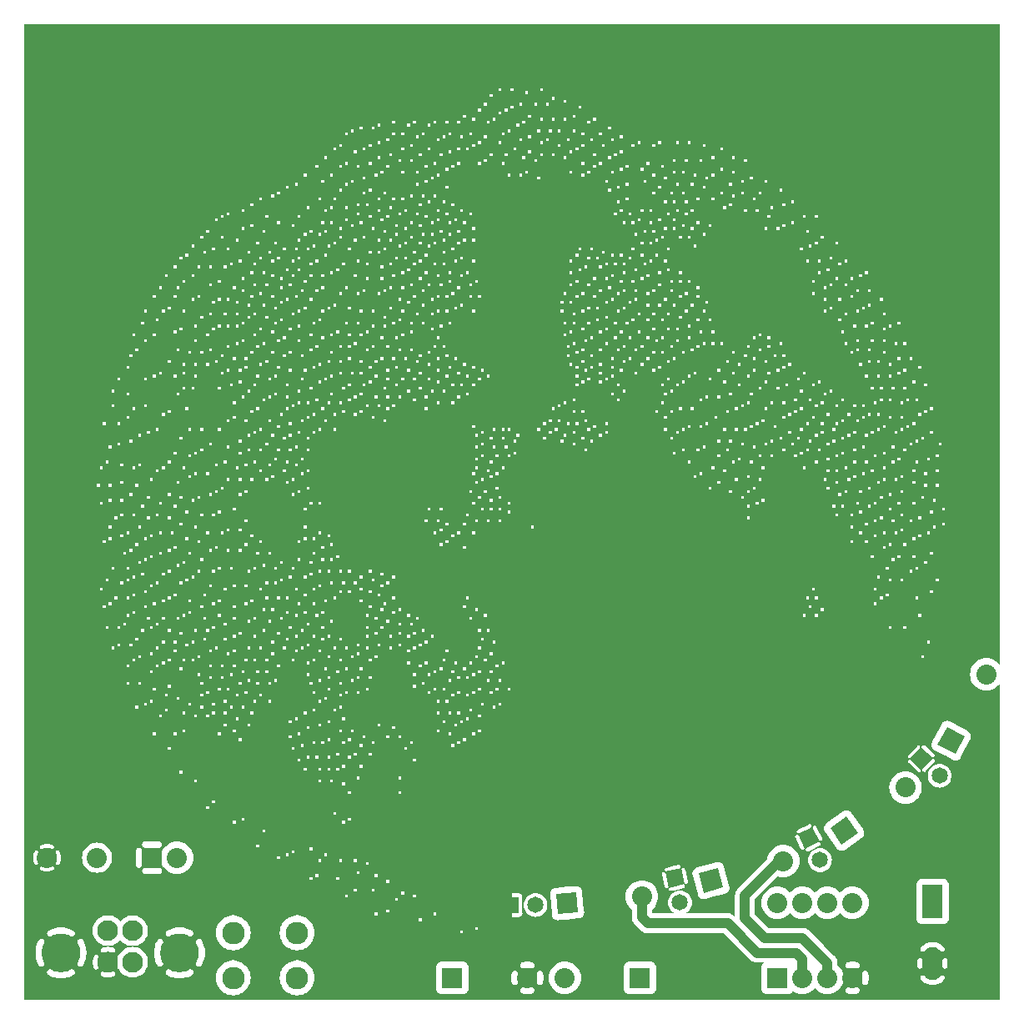
<source format=gtl>
G04 start of page 2 for group 3 layer_idx 0 *
G04 Title: (unknown), top_copper *
G04 Creator: pcb-rnd 3.1.4-dev *
G04 CreationDate: 2024-01-01 06:15:13 UTC *
G04 For: STEM4ukraine *
G04 Format: Gerber/RS-274X *
G04 PCB-Dimensions: 393701 393701 *
G04 PCB-Coordinate-Origin: lower left *
%MOIN*%
%FSLAX25Y25*%
%LNTOP_COPPER_NONE_3*%
%ADD21C,0.0394*%
%ADD20C,0.0430*%
%ADD19C,0.0362*%
%ADD18C,0.0906*%
%ADD17C,0.0650*%
%ADD16C,0.0900*%
%ADD15C,0.0827*%
%ADD14C,0.1535*%
%ADD13C,0.0800*%
%ADD12C,0.0001*%
%ADD11C,0.0394*%
G54D11*X248783Y34917D02*Y43166D01*
Y34917D02*X251220Y32480D01*
X290000Y43701D02*Y34701D01*
X251220Y32480D02*X283220D01*
X290000Y43701D02*X303670Y57371D01*
X310500Y20701D02*X313000Y18201D01*
X298000Y26701D02*X313000D01*
X290000Y34701D02*X298000Y26701D01*
X310500Y20701D02*X295000D01*
X313000Y18201D02*Y10701D01*
X323000D02*Y16701D01*
X313000Y26701D02*X323000Y16701D01*
X283220Y32480D02*X295000Y20701D01*
G54D12*G36*
X373445Y374626D02*Y373406D01*
X19075D01*
Y374626D01*
X373445D01*
G37*
G36*
Y373445D02*Y372224D01*
X19075D01*
Y373445D01*
X373445D01*
G37*
G36*
Y372264D02*Y371043D01*
X19075D01*
Y372264D01*
X373445D01*
G37*
G36*
Y371083D02*Y369862D01*
X19075D01*
Y371083D01*
X373445D01*
G37*
G36*
Y369902D02*Y368681D01*
X19075D01*
Y369902D01*
X373445D01*
G37*
G36*
Y368720D02*Y367500D01*
X19075D01*
Y368720D01*
X373445D01*
G37*
G36*
Y367539D02*Y366319D01*
X19075D01*
Y367539D01*
X373445D01*
G37*
G36*
X191555Y366358D02*Y365138D01*
X19075D01*
Y366358D01*
X191555D01*
G37*
G36*
X196280D02*Y365138D01*
X192697D01*
Y366358D01*
X196280D01*
G37*
G36*
X208091D02*Y365138D01*
X197421D01*
Y366358D01*
X208091D01*
G37*
G36*
X202185Y365177D02*Y363957D01*
X19075D01*
Y365177D01*
X202185D01*
G37*
G36*
X373445D02*Y363957D01*
X203327D01*
Y365177D01*
X373445D01*
G37*
G36*
X188012Y363996D02*Y362776D01*
X19075D01*
Y363996D01*
X188012D01*
G37*
G36*
X373445D02*Y362776D01*
X189154D01*
Y363996D01*
X373445D01*
G37*
G36*
X212815Y362815D02*Y361594D01*
X19075D01*
Y362815D01*
X212815D01*
G37*
G36*
X373445Y366358D02*Y365138D01*
X209232D01*
Y366358D01*
X373445D01*
G37*
G36*
Y362815D02*Y361594D01*
X213957D01*
Y362815D01*
X373445D01*
G37*
G36*
X217539Y361634D02*Y360413D01*
X19075D01*
Y361634D01*
X217539D01*
G37*
G36*
X185650Y360453D02*Y359232D01*
X19075D01*
Y360453D01*
X185650D01*
G37*
G36*
X199823D02*Y359232D01*
X186791D01*
Y360453D01*
X199823D01*
G37*
G36*
X205728D02*Y359232D01*
X200965D01*
Y360453D01*
X205728D01*
G37*
G36*
X210453D02*Y359232D01*
X206870D01*
Y360453D01*
X210453D01*
G37*
G36*
X373445D02*Y359232D01*
X211595D01*
Y360453D01*
X373445D01*
G37*
G36*
X196280Y359272D02*Y358051D01*
X19075D01*
Y359272D01*
X196280D01*
G37*
G36*
X373445D02*Y358051D01*
X224587D01*
Y359272D01*
X373445D01*
G37*
G36*
X223445D02*Y358051D01*
X197421D01*
Y359272D01*
X223445D01*
G37*
G36*
X183287Y358091D02*Y356870D01*
X19075D01*
Y358091D01*
X183287D01*
G37*
G36*
X193917D02*Y356870D01*
X184429D01*
Y358091D01*
X193917D01*
G37*
G36*
X373445Y361634D02*Y360413D01*
X218681D01*
Y361634D01*
X373445D01*
G37*
G36*
Y358091D02*Y356870D01*
X195059D01*
Y358091D01*
X373445D01*
G37*
G36*
X191555Y356909D02*Y355689D01*
X19075D01*
Y356909D01*
X191555D01*
G37*
G36*
X373445D02*Y355689D01*
X192697D01*
Y356909D01*
X373445D01*
G37*
G36*
X177382Y355728D02*Y354508D01*
X19075D01*
Y355728D01*
X177382D01*
G37*
G36*
X203366D02*Y354508D01*
X178524D01*
Y355728D01*
X203366D01*
G37*
G36*
X221083D02*Y354508D01*
X204508D01*
Y355728D01*
X221083D01*
G37*
G36*
X180925Y354547D02*Y353327D01*
X19075D01*
Y354547D01*
X180925D01*
G37*
G36*
X189193D02*Y353327D01*
X182067D01*
Y354547D01*
X189193D01*
G37*
G36*
X208091D02*Y353327D01*
X190335D01*
Y354547D01*
X208091D01*
G37*
G36*
X212815D02*Y353327D01*
X209232D01*
Y354547D01*
X212815D01*
G37*
G36*
X217539D02*Y353327D01*
X213957D01*
Y354547D01*
X217539D01*
G37*
G36*
X229350D02*Y353327D01*
X218681D01*
Y354547D01*
X229350D01*
G37*
G36*
X149035Y353366D02*Y352146D01*
X19075D01*
Y353366D01*
X149035D01*
G37*
G36*
X157303D02*Y352146D01*
X150177D01*
Y353366D01*
X157303D01*
G37*
G36*
X170295D02*Y352146D01*
X166713D01*
Y353366D01*
X170295D01*
G37*
G36*
X373445Y355728D02*Y354508D01*
X222224D01*
Y355728D01*
X373445D01*
G37*
G36*
X175020Y353366D02*Y352146D01*
X171437D01*
Y353366D01*
X175020D01*
G37*
G36*
X186831D02*Y352146D01*
X176161D01*
Y353366D01*
X186831D01*
G37*
G36*
X201004D02*Y352146D01*
X187972D01*
Y353366D01*
X201004D01*
G37*
G36*
X226988D02*Y352146D01*
X202146D01*
Y353366D01*
X226988D01*
G37*
G36*
X373445D02*Y352146D01*
X228130D01*
Y353366D01*
X373445D01*
G37*
G36*
X165571D02*Y352146D01*
X158445D01*
Y353366D01*
X165571D01*
G37*
G36*
X143130Y352185D02*Y350965D01*
X19075D01*
Y352185D01*
X143130D01*
G37*
G36*
X154941D02*Y350965D01*
X144272D01*
Y352185D01*
X154941D01*
G37*
G36*
X163209D02*Y350965D01*
X156083D01*
Y352185D01*
X163209D01*
G37*
G36*
X198642D02*Y350965D01*
X164350D01*
Y352185D01*
X198642D01*
G37*
G36*
X373445D02*Y350965D01*
X199784D01*
Y352185D01*
X373445D01*
G37*
G36*
X136043Y351004D02*Y349783D01*
X19075D01*
Y351004D01*
X136043D01*
G37*
G36*
X140768D02*Y349783D01*
X137185D01*
Y351004D01*
X140768D01*
G37*
G36*
X235256D02*Y349783D01*
X141909D01*
Y351004D01*
X235256D01*
G37*
G36*
X132500Y349823D02*Y348602D01*
X19075D01*
Y349823D01*
X132500D01*
G37*
G36*
X195098D02*Y348602D01*
X133642D01*
Y349823D01*
X195098D01*
G37*
G36*
X211634D02*Y348602D01*
X208051D01*
Y349823D01*
X211634D01*
G37*
G36*
X373445Y354547D02*Y353327D01*
X230492D01*
Y354547D01*
X373445D01*
G37*
G36*
X215177Y349823D02*Y348602D01*
X212776D01*
Y349823D01*
X215177D01*
G37*
G36*
X221083D02*Y348602D01*
X216319D01*
Y349823D01*
X221083D01*
G37*
G36*
X373445D02*Y348602D01*
X222224D01*
Y349823D01*
X373445D01*
G37*
G36*
X130138Y348642D02*Y347421D01*
X19075D01*
Y348642D01*
X130138D01*
G37*
G36*
X149035D02*Y347421D01*
X131280D01*
Y348642D01*
X149035D01*
G37*
G36*
X160846D02*Y347421D01*
X153721D01*
Y348642D01*
X160846D01*
G37*
G36*
X206910Y349823D02*Y348602D01*
X196240D01*
Y349823D01*
X206910D01*
G37*
G36*
X171476Y348642D02*Y347421D01*
X161988D01*
Y348642D01*
X171476D01*
G37*
G36*
X179744D02*Y347421D01*
X172618D01*
Y348642D01*
X179744D01*
G37*
G36*
X192736D02*Y347421D01*
X180886D01*
Y348642D01*
X192736D01*
G37*
G36*
X152579D02*Y347421D01*
X150177D01*
Y348642D01*
X152579D01*
G37*
G36*
X224626D02*Y347421D01*
X193878D01*
Y348642D01*
X224626D01*
G37*
G36*
X231713D02*Y347421D01*
X225768D01*
Y348642D01*
X231713D01*
G37*
G36*
X158484Y347461D02*Y346240D01*
X19075D01*
Y347461D01*
X158484D01*
G37*
G36*
X169114D02*Y346240D01*
X159626D01*
Y347461D01*
X169114D01*
G37*
G36*
X185650D02*Y346240D01*
X177343D01*
Y347461D01*
X185650D01*
G37*
G36*
X373445Y351004D02*Y349783D01*
X236398D01*
Y351004D01*
X373445D01*
G37*
G36*
X203366Y347461D02*Y346240D01*
X186791D01*
Y347461D01*
X203366D01*
G37*
G36*
X239980D02*Y346240D01*
X204508D01*
Y347461D01*
X239980D01*
G37*
G36*
X373445D02*Y346240D01*
X241122D01*
Y347461D01*
X373445D01*
G37*
G36*
X176201D02*Y346240D01*
X170256D01*
Y347461D01*
X176201D01*
G37*
G36*
X146673Y346280D02*Y345059D01*
X19075D01*
Y346280D01*
X146673D01*
G37*
G36*
X166752D02*Y345059D01*
X147815D01*
Y346280D01*
X166752D01*
G37*
G36*
X199823D02*Y345059D01*
X167894D01*
Y346280D01*
X199823D01*
G37*
G36*
X210453D02*Y345059D01*
X200965D01*
Y346280D01*
X210453D01*
G37*
G36*
X218721D02*Y345059D01*
X211595D01*
Y346280D01*
X218721D01*
G37*
G36*
X373445Y348642D02*Y347421D01*
X232854D01*
Y348642D01*
X373445D01*
G37*
G36*
X228169Y346280D02*Y345059D01*
X219862D01*
Y346280D01*
X228169D01*
G37*
G36*
X236437D02*Y345059D01*
X229311D01*
Y346280D01*
X236437D01*
G37*
G36*
X143130Y345098D02*Y343878D01*
X19075D01*
Y345098D01*
X143130D01*
G37*
G36*
X183287D02*Y343878D01*
X144272D01*
Y345098D01*
X183287D01*
G37*
G36*
X191555D02*Y343878D01*
X184429D01*
Y345098D01*
X191555D01*
G37*
G36*
X373445Y346280D02*Y345059D01*
X237579D01*
Y346280D01*
X373445D01*
G37*
G36*
X208091Y345098D02*Y343878D01*
X192697D01*
Y345098D01*
X208091D01*
G37*
G36*
X247067D02*Y343878D01*
X209232D01*
Y345098D01*
X247067D01*
G37*
G36*
X267146D02*Y343878D01*
X263563D01*
Y345098D01*
X267146D01*
G37*
G36*
X373445D02*Y343878D01*
X268287D01*
Y345098D01*
X373445D01*
G37*
G36*
X127776Y343917D02*Y342697D01*
X19075D01*
Y343917D01*
X127776D01*
G37*
G36*
X139587D02*Y342697D01*
X128917D01*
Y343917D01*
X139587D01*
G37*
G36*
X180925D02*Y342697D01*
X157264D01*
Y343917D01*
X180925D01*
G37*
G36*
X255335Y345098D02*Y343878D01*
X248209D01*
Y345098D01*
X255335D01*
G37*
G36*
X215177Y343917D02*Y342697D01*
X182067D01*
Y343917D01*
X215177D01*
G37*
G36*
X224626D02*Y342697D01*
X216319D01*
Y343917D01*
X224626D01*
G37*
G36*
X232894D02*Y342697D01*
X225768D01*
Y343917D01*
X232894D01*
G37*
G36*
X244705D02*Y342697D01*
X234036D01*
Y343917D01*
X244705D01*
G37*
G36*
X252973D02*Y342697D01*
X245847D01*
Y343917D01*
X252973D01*
G37*
G36*
X262421Y345098D02*Y343878D01*
X256476D01*
Y345098D01*
X262421D01*
G37*
G36*
X156122Y343917D02*Y342697D01*
X140728D01*
Y343917D01*
X156122D01*
G37*
G36*
X273051D02*Y342697D01*
X254114D01*
Y343917D01*
X273051D01*
G37*
G36*
X125413Y342736D02*Y341516D01*
X19075D01*
Y342736D01*
X125413D01*
G37*
G36*
X137224D02*Y341516D01*
X126555D01*
Y342736D01*
X137224D01*
G37*
G36*
X152579D02*Y341516D01*
X138366D01*
Y342736D01*
X152579D01*
G37*
G36*
X163209D02*Y341516D01*
X153721D01*
Y342736D01*
X163209D01*
G37*
G36*
X175020D02*Y341516D01*
X164350D01*
Y342736D01*
X175020D01*
G37*
G36*
X178563D02*Y341516D01*
X176161D01*
Y342736D01*
X178563D01*
G37*
G36*
X197461D02*Y341516D01*
X179705D01*
Y342736D01*
X197461D01*
G37*
G36*
X222264D02*Y341516D01*
X198602D01*
Y342736D01*
X222264D01*
G37*
G36*
X280138D02*Y341516D01*
X223406D01*
Y342736D01*
X280138D01*
G37*
G36*
X133681Y341555D02*Y340335D01*
X19075D01*
Y341555D01*
X133681D01*
G37*
G36*
X171476D02*Y340335D01*
X134823D01*
Y341555D01*
X171476D01*
G37*
G36*
X203366D02*Y340335D01*
X172618D01*
Y341555D01*
X203366D01*
G37*
G36*
X219902D02*Y340335D01*
X204508D01*
Y341555D01*
X219902D01*
G37*
G36*
X373445Y343917D02*Y342697D01*
X274193D01*
Y343917D01*
X373445D01*
G37*
G36*
X239980Y341555D02*Y340335D01*
X221043D01*
Y341555D01*
X239980D01*
G37*
G36*
X147854Y340374D02*Y339154D01*
X19075D01*
Y340374D01*
X147854D01*
G37*
G36*
X159665D02*Y339154D01*
X148996D01*
Y340374D01*
X159665D01*
G37*
G36*
X167933D02*Y339154D01*
X160807D01*
Y340374D01*
X167933D01*
G37*
G36*
X188012D02*Y339154D01*
X169075D01*
Y340374D01*
X188012D01*
G37*
G36*
X193917D02*Y339154D01*
X189154D01*
Y340374D01*
X193917D01*
G37*
G36*
X208091D02*Y339154D01*
X195059D01*
Y340374D01*
X208091D01*
G37*
G36*
X212815D02*Y339154D01*
X209232D01*
Y340374D01*
X212815D01*
G37*
G36*
X229350D02*Y339154D01*
X213957D01*
Y340374D01*
X229350D01*
G37*
G36*
X373445Y342736D02*Y341516D01*
X281280D01*
Y342736D01*
X373445D01*
G37*
G36*
X237618Y340374D02*Y339154D01*
X230492D01*
Y340374D01*
X237618D01*
G37*
G36*
X121870Y339193D02*Y337972D01*
X19075D01*
Y339193D01*
X121870D01*
G37*
G36*
X143130D02*Y337972D01*
X123012D01*
Y339193D01*
X143130D01*
G37*
G36*
X201004D02*Y337972D01*
X144272D01*
Y339193D01*
X201004D01*
G37*
G36*
X217539D02*Y337972D01*
X202146D01*
Y339193D01*
X217539D01*
G37*
G36*
X235256D02*Y337972D01*
X218681D01*
Y339193D01*
X235256D01*
G37*
G36*
X276595D02*Y337972D01*
X236398D01*
Y339193D01*
X276595D01*
G37*
G36*
X373445Y341555D02*Y340335D01*
X241122D01*
Y341555D01*
X373445D01*
G37*
G36*
X284862Y339193D02*Y337972D01*
X277736D01*
Y339193D01*
X284862D01*
G37*
G36*
X151398Y338012D02*Y336791D01*
X19075D01*
Y338012D01*
X151398D01*
G37*
G36*
X156122D02*Y336791D01*
X152539D01*
Y338012D01*
X156122D01*
G37*
G36*
X185650D02*Y336791D01*
X157264D01*
Y338012D01*
X185650D01*
G37*
G36*
X205728D02*Y336791D01*
X186791D01*
Y338012D01*
X205728D01*
G37*
G36*
X261240D02*Y336791D01*
X206870D01*
Y338012D01*
X261240D01*
G37*
G36*
X265965D02*Y336791D01*
X262382D01*
Y338012D01*
X265965D01*
G37*
G36*
X271870D02*Y336791D01*
X267106D01*
Y338012D01*
X271870D01*
G37*
G36*
X289587D02*Y336791D01*
X273012D01*
Y338012D01*
X289587D01*
G37*
G36*
X130138Y336831D02*Y335610D01*
X19075D01*
Y336831D01*
X130138D01*
G37*
G36*
X165571D02*Y335610D01*
X140728D01*
Y336831D01*
X165571D01*
G37*
G36*
X175020D02*Y335610D01*
X166713D01*
Y336831D01*
X175020D01*
G37*
G36*
X183287D02*Y335610D01*
X176161D01*
Y336831D01*
X183287D01*
G37*
G36*
X192736D02*Y335610D01*
X184429D01*
Y336831D01*
X192736D01*
G37*
G36*
X224626D02*Y335610D01*
X193878D01*
Y336831D01*
X224626D01*
G37*
G36*
X373445Y340374D02*Y339154D01*
X238760D01*
Y340374D01*
X373445D01*
G37*
G36*
X231713Y336831D02*Y335610D01*
X225768D01*
Y336831D01*
X231713D01*
G37*
G36*
X250610D02*Y335610D01*
X232854D01*
Y336831D01*
X250610D01*
G37*
G36*
X373445D02*Y335610D01*
X251752D01*
Y336831D01*
X373445D01*
G37*
G36*
X139587D02*Y335610D01*
X131280D01*
Y336831D01*
X139587D01*
G37*
G36*
X118327Y335650D02*Y334429D01*
X19075D01*
Y335650D01*
X118327D01*
G37*
G36*
X134862D02*Y334429D01*
X128917D01*
Y335650D01*
X134862D01*
G37*
G36*
X127776D02*Y334429D01*
X119469D01*
Y335650D01*
X127776D01*
G37*
G36*
X146673D02*Y334429D01*
X136004D01*
Y335650D01*
X146673D01*
G37*
G36*
X162028D02*Y334429D01*
X147815D01*
Y335650D01*
X162028D01*
G37*
G36*
X172658D02*Y334429D01*
X163169D01*
Y335650D01*
X172658D01*
G37*
G36*
X229350D02*Y334429D01*
X173799D01*
Y335650D01*
X229350D01*
G37*
G36*
X242343D02*Y334429D01*
X230492D01*
Y335650D01*
X242343D01*
G37*
G36*
X373445Y339193D02*Y337972D01*
X286004D01*
Y339193D01*
X373445D01*
G37*
G36*
X256516Y335650D02*Y334429D01*
X243484D01*
Y335650D01*
X256516D01*
G37*
G36*
X170295Y334468D02*Y333248D01*
X19075D01*
Y334468D01*
X170295D01*
G37*
G36*
X239980D02*Y333248D01*
X171437D01*
Y334468D01*
X239980D01*
G37*
G36*
X248248D02*Y333248D01*
X241122D01*
Y334468D01*
X248248D01*
G37*
G36*
X280138D02*Y333248D01*
X249390D01*
Y334468D01*
X280138D01*
G37*
G36*
X144311Y333287D02*Y332067D01*
X19075D01*
Y333287D01*
X144311D01*
G37*
G36*
X158484D02*Y332067D01*
X153721D01*
Y333287D01*
X158484D01*
G37*
G36*
X202185D02*Y332067D01*
X159626D01*
Y333287D01*
X202185D01*
G37*
G36*
X219902D02*Y332067D01*
X203327D01*
Y333287D01*
X219902D01*
G37*
G36*
X226988D02*Y332067D01*
X221043D01*
Y333287D01*
X226988D01*
G37*
G36*
X236437D02*Y332067D01*
X228130D01*
Y333287D01*
X236437D01*
G37*
G36*
X373445Y338012D02*Y336791D01*
X290728D01*
Y338012D01*
X373445D01*
G37*
G36*
X261240Y333287D02*Y332067D01*
X237579D01*
Y333287D01*
X261240D01*
G37*
G36*
X264784D02*Y332067D01*
X262382D01*
Y333287D01*
X264784D01*
G37*
G36*
X284862D02*Y332067D01*
X265925D01*
Y333287D01*
X284862D01*
G37*
G36*
X373445D02*Y332067D01*
X286004D01*
Y333287D01*
X373445D01*
G37*
G36*
X152579D02*Y332067D01*
X145453D01*
Y333287D01*
X152579D01*
G37*
G36*
X113602Y332106D02*Y330886D01*
X19075D01*
Y332106D01*
X113602D01*
G37*
G36*
X141949D02*Y330886D01*
X125374D01*
Y332106D01*
X141949D01*
G37*
G36*
X124232D02*Y330886D01*
X114744D01*
Y332106D01*
X124232D01*
G37*
G36*
X166752D02*Y330886D01*
X143091D01*
Y332106D01*
X166752D01*
G37*
G36*
X195098D02*Y330886D01*
X167894D01*
Y332106D01*
X195098D01*
G37*
G36*
X199823D02*Y330886D01*
X196240D01*
Y332106D01*
X199823D01*
G37*
G36*
X224626D02*Y330886D01*
X200965D01*
Y332106D01*
X224626D01*
G37*
G36*
X252973D02*Y330886D01*
X225768D01*
Y332106D01*
X252973D01*
G37*
G36*
X269508D02*Y330886D01*
X254114D01*
Y332106D01*
X269508D01*
G37*
G36*
X276595D02*Y330886D01*
X270650D01*
Y332106D01*
X276595D01*
G37*
G36*
X137224Y330925D02*Y329705D01*
X19075D01*
Y330925D01*
X137224D01*
G37*
G36*
X206910D02*Y329705D01*
X165532D01*
Y330925D01*
X206910D01*
G37*
G36*
X257697D02*Y329705D01*
X208051D01*
Y330925D01*
X257697D01*
G37*
G36*
X373445Y335650D02*Y334429D01*
X257658D01*
Y335650D01*
X373445D01*
G37*
G36*
X274232Y330925D02*Y329705D01*
X258839D01*
Y330925D01*
X274232D01*
G37*
G36*
X291949D02*Y329705D01*
X275374D01*
Y330925D01*
X291949D01*
G37*
G36*
X373445D02*Y329705D01*
X293091D01*
Y330925D01*
X373445D01*
G37*
G36*
X164390D02*Y329705D01*
X138366D01*
Y330925D01*
X164390D01*
G37*
G36*
X120689Y329744D02*Y328524D01*
X19075D01*
Y329744D01*
X120689D01*
G37*
G36*
X162028D02*Y328524D01*
X133642D01*
Y329744D01*
X162028D01*
G37*
G36*
X132500D02*Y328524D01*
X121831D01*
Y329744D01*
X132500D01*
G37*
G36*
X234075D02*Y328524D01*
X163169D01*
Y329744D01*
X234075D01*
G37*
G36*
X249429D02*Y328524D01*
X235217D01*
Y329744D01*
X249429D01*
G37*
G36*
X288406D02*Y328524D01*
X250571D01*
Y329744D01*
X288406D01*
G37*
G36*
X373445Y334468D02*Y333248D01*
X281280D01*
Y334468D01*
X373445D01*
G37*
G36*
X297854Y329744D02*Y328524D01*
X289547D01*
Y329744D01*
X297854D01*
G37*
G36*
X110059Y328563D02*Y327342D01*
X19075D01*
Y328563D01*
X110059D01*
G37*
G36*
X130138D02*Y327342D01*
X111201D01*
Y328563D01*
X130138D01*
G37*
G36*
X158484D02*Y327342D01*
X131280D01*
Y328563D01*
X158484D01*
G37*
G36*
X242343D02*Y327342D01*
X159626D01*
Y328563D01*
X242343D01*
G37*
G36*
X262421D02*Y327342D01*
X243484D01*
Y328563D01*
X262421D01*
G37*
G36*
X268327D02*Y327342D01*
X263563D01*
Y328563D01*
X268327D01*
G37*
G36*
X373445Y332106D02*Y330886D01*
X277736D01*
Y332106D01*
X373445D01*
G37*
G36*
X283681Y328563D02*Y327342D01*
X269469D01*
Y328563D01*
X283681D01*
G37*
G36*
X106516Y327382D02*Y326161D01*
X19075D01*
Y327382D01*
X106516D01*
G37*
G36*
X170295D02*Y326161D01*
X107658D01*
Y327382D01*
X170295D01*
G37*
G36*
X238799D02*Y326161D01*
X171437D01*
Y327382D01*
X238799D01*
G37*
G36*
X255335D02*Y326161D01*
X239941D01*
Y327382D01*
X255335D01*
G37*
G36*
X373445Y329744D02*Y328524D01*
X298996D01*
Y329744D01*
X373445D01*
G37*
G36*
X273051Y327382D02*Y326161D01*
X256476D01*
Y327382D01*
X273051D01*
G37*
G36*
X127776Y326201D02*Y324980D01*
X19075D01*
Y326201D01*
X127776D01*
G37*
G36*
X139587D02*Y324980D01*
X128917D01*
Y326201D01*
X139587D01*
G37*
G36*
X235256D02*Y324980D01*
X140728D01*
Y326201D01*
X235256D01*
G37*
G36*
X303760D02*Y324980D01*
X236398D01*
Y326201D01*
X303760D01*
G37*
G36*
X102972Y325020D02*Y323799D01*
X19075D01*
Y325020D01*
X102972D01*
G37*
G36*
X145492D02*Y323799D01*
X138366D01*
Y325020D01*
X145492D01*
G37*
G36*
X252973D02*Y323799D01*
X146634D01*
Y325020D01*
X252973D01*
G37*
G36*
X260059D02*Y323799D01*
X254114D01*
Y325020D01*
X260059D01*
G37*
G36*
X264784D02*Y323799D01*
X261201D01*
Y325020D01*
X264784D01*
G37*
G36*
X280138D02*Y323799D01*
X265925D01*
Y325020D01*
X280138D01*
G37*
G36*
X373445Y328563D02*Y327342D01*
X284823D01*
Y328563D01*
X373445D01*
G37*
G36*
X288406Y325020D02*Y323799D01*
X281280D01*
Y325020D01*
X288406D01*
G37*
G36*
X295492D02*Y323799D01*
X289547D01*
Y325020D01*
X295492D01*
G37*
G36*
X373445D02*Y323799D01*
X296634D01*
Y325020D01*
X373445D01*
G37*
G36*
X137224D02*Y323799D01*
X104114D01*
Y325020D01*
X137224D01*
G37*
G36*
X100610Y323839D02*Y322618D01*
X19075D01*
Y323839D01*
X100610D01*
G37*
G36*
X156122D02*Y322618D01*
X101752D01*
Y323839D01*
X156122D01*
G37*
G36*
X160846D02*Y322618D01*
X157264D01*
Y323839D01*
X160846D01*
G37*
G36*
X165571D02*Y322618D01*
X161988D01*
Y323839D01*
X165571D01*
G37*
G36*
X284862D02*Y322618D01*
X166713D01*
Y323839D01*
X284862D01*
G37*
G36*
X95886Y322657D02*Y321437D01*
X19075D01*
Y322657D01*
X95886D01*
G37*
G36*
X125413D02*Y321437D01*
X120650D01*
Y322657D01*
X125413D01*
G37*
G36*
X143130D02*Y321437D01*
X126555D01*
Y322657D01*
X143130D01*
G37*
G36*
X149035D02*Y321437D01*
X144272D01*
Y322657D01*
X149035D01*
G37*
G36*
X152579D02*Y321437D01*
X150177D01*
Y322657D01*
X152579D01*
G37*
G36*
X242343D02*Y321437D01*
X153721D01*
Y322657D01*
X242343D01*
G37*
G36*
X373445Y327382D02*Y326161D01*
X274193D01*
Y327382D01*
X373445D01*
G37*
G36*
X270689Y322657D02*Y321437D01*
X243484D01*
Y322657D01*
X270689D01*
G37*
G36*
X276595D02*Y321437D01*
X271831D01*
Y322657D01*
X276595D01*
G37*
G36*
X293130D02*Y321437D01*
X277736D01*
Y322657D01*
X293130D01*
G37*
G36*
X373445D02*Y321437D01*
X294272D01*
Y322657D01*
X373445D01*
G37*
G36*
X119508D02*Y321437D01*
X97028D01*
Y322657D01*
X119508D01*
G37*
G36*
X163209Y321476D02*Y320256D01*
X19075D01*
Y321476D01*
X163209D01*
G37*
G36*
X169114D02*Y320256D01*
X164350D01*
Y321476D01*
X169114D01*
G37*
G36*
X238799D02*Y320256D01*
X170256D01*
Y321476D01*
X238799D01*
G37*
G36*
X257697D02*Y320256D01*
X239941D01*
Y321476D01*
X257697D01*
G37*
G36*
X261240D02*Y320256D01*
X258839D01*
Y321476D01*
X261240D01*
G37*
G36*
X265965D02*Y320256D01*
X262382D01*
Y321476D01*
X265965D01*
G37*
G36*
X308484D02*Y320256D01*
X267106D01*
Y321476D01*
X308484D01*
G37*
G36*
X92343Y320295D02*Y319075D01*
X19075D01*
Y320295D01*
X92343D01*
G37*
G36*
X138406D02*Y319075D01*
X136004D01*
Y320295D01*
X138406D01*
G37*
G36*
X159665D02*Y319075D01*
X139547D01*
Y320295D01*
X159665D01*
G37*
G36*
X373445Y326201D02*Y324980D01*
X304902D01*
Y326201D01*
X373445D01*
G37*
G36*
X172658Y320295D02*Y319075D01*
X160807D01*
Y320295D01*
X172658D01*
G37*
G36*
X283681D02*Y319075D01*
X173799D01*
Y320295D01*
X283681D01*
G37*
G36*
X304941D02*Y319075D01*
X284823D01*
Y320295D01*
X304941D01*
G37*
G36*
X373445D02*Y319075D01*
X306083D01*
Y320295D01*
X373445D01*
G37*
G36*
X134862D02*Y319075D01*
X93484D01*
Y320295D01*
X134862D01*
G37*
G36*
X114784Y319114D02*Y317894D01*
X19075D01*
Y319114D01*
X114784D01*
G37*
G36*
X130138D02*Y317894D01*
X125374D01*
Y319114D01*
X130138D01*
G37*
G36*
X124232D02*Y317894D01*
X115925D01*
Y319114D01*
X124232D01*
G37*
G36*
X147854D02*Y317894D01*
X131280D01*
Y319114D01*
X147854D01*
G37*
G36*
X281319D02*Y317894D01*
X148996D01*
Y319114D01*
X281319D01*
G37*
G36*
X300217D02*Y317894D01*
X282461D01*
Y319114D01*
X300217D01*
G37*
G36*
X88799Y317933D02*Y316713D01*
X19075D01*
Y317933D01*
X88799D01*
G37*
G36*
X143130D02*Y316713D01*
X123012D01*
Y317933D01*
X143130D01*
G37*
G36*
X153760D02*Y316713D01*
X144272D01*
Y317933D01*
X153760D01*
G37*
G36*
X166752D02*Y316713D01*
X154902D01*
Y317933D01*
X166752D01*
G37*
G36*
X176201D02*Y316713D01*
X167894D01*
Y317933D01*
X176201D01*
G37*
G36*
X239980D02*Y316713D01*
X177343D01*
Y317933D01*
X239980D01*
G37*
G36*
X248248D02*Y316713D01*
X241122D01*
Y317933D01*
X248248D01*
G37*
G36*
X251791D02*Y316713D01*
X249390D01*
Y317933D01*
X251791D01*
G37*
G36*
X262421D02*Y316713D01*
X252933D01*
Y317933D01*
X262421D01*
G37*
G36*
X373445Y323839D02*Y322618D01*
X286004D01*
Y323839D01*
X373445D01*
G37*
G36*
X268327Y317933D02*Y316713D01*
X263563D01*
Y317933D01*
X268327D01*
G37*
G36*
X289587D02*Y316713D01*
X269469D01*
Y317933D01*
X289587D01*
G37*
G36*
X294311D02*Y316713D01*
X290728D01*
Y317933D01*
X294311D01*
G37*
G36*
X373445D02*Y316713D01*
X295453D01*
Y317933D01*
X373445D01*
G37*
G36*
X121870D02*Y316713D01*
X89941D01*
Y317933D01*
X121870D01*
G37*
G36*
X82894Y316752D02*Y315531D01*
X19075D01*
Y316752D01*
X82894D01*
G37*
G36*
X134862D02*Y315531D01*
X84035D01*
Y316752D01*
X134862D01*
G37*
G36*
X151398D02*Y315531D01*
X136004D01*
Y316752D01*
X151398D01*
G37*
G36*
X158484D02*Y315531D01*
X152539D01*
Y316752D01*
X158484D01*
G37*
G36*
X170295D02*Y315531D01*
X159626D01*
Y316752D01*
X170295D01*
G37*
G36*
X179744D02*Y315531D01*
X171437D01*
Y316752D01*
X179744D01*
G37*
G36*
X237618D02*Y315531D01*
X180886D01*
Y316752D01*
X237618D01*
G37*
G36*
X243524D02*Y315531D01*
X238760D01*
Y316752D01*
X243524D01*
G37*
G36*
X258878D02*Y315531D01*
X244665D01*
Y316752D01*
X258878D01*
G37*
G36*
X373445Y321476D02*Y320256D01*
X309626D01*
Y321476D01*
X373445D01*
G37*
G36*
X265965Y316752D02*Y315531D01*
X260020D01*
Y316752D01*
X265965D01*
G37*
G36*
X80532Y315571D02*Y314350D01*
X19075D01*
Y315571D01*
X80532D01*
G37*
G36*
X98248D02*Y314350D01*
X81673D01*
Y315571D01*
X98248D01*
G37*
G36*
X111240D02*Y314350D01*
X99390D01*
Y315571D01*
X111240D01*
G37*
G36*
X139587D02*Y314350D01*
X112382D01*
Y315571D01*
X139587D01*
G37*
G36*
X146673D02*Y314350D01*
X140728D01*
Y315571D01*
X146673D01*
G37*
G36*
X162028D02*Y314350D01*
X147815D01*
Y315571D01*
X162028D01*
G37*
G36*
X299036D02*Y314350D01*
X163169D01*
Y315571D01*
X299036D01*
G37*
G36*
X313209D02*Y314350D01*
X300177D01*
Y315571D01*
X313209D01*
G37*
G36*
X373445Y319114D02*Y317894D01*
X301358D01*
Y319114D01*
X373445D01*
G37*
G36*
X317933Y315571D02*Y314350D01*
X314351D01*
Y315571D01*
X317933D01*
G37*
G36*
X78169Y314390D02*Y313169D01*
X19075D01*
Y314390D01*
X78169D01*
G37*
G36*
X130138D02*Y313169D01*
X79311D01*
Y314390D01*
X130138D01*
G37*
G36*
X144311D02*Y313169D01*
X131280D01*
Y314390D01*
X144311D01*
G37*
G36*
X166752D02*Y313169D01*
X145453D01*
Y314390D01*
X166752D01*
G37*
G36*
X173839D02*Y313169D01*
X167894D01*
Y314390D01*
X173839D01*
G37*
G36*
X247067D02*Y313169D01*
X174980D01*
Y314390D01*
X247067D01*
G37*
G36*
X255335D02*Y313169D01*
X248209D01*
Y314390D01*
X255335D01*
G37*
G36*
X261240D02*Y313169D01*
X256476D01*
Y314390D01*
X261240D01*
G37*
G36*
X102972Y313209D02*Y311988D01*
X19075D01*
Y313209D01*
X102972D01*
G37*
G36*
X124232D02*Y311988D01*
X121831D01*
Y313209D01*
X124232D01*
G37*
G36*
X136043D02*Y311988D01*
X125374D01*
Y313209D01*
X136043D01*
G37*
G36*
X156122D02*Y311988D01*
X137185D01*
Y313209D01*
X156122D01*
G37*
G36*
X164390D02*Y311988D01*
X157264D01*
Y313209D01*
X164390D01*
G37*
G36*
X171476D02*Y311988D01*
X165532D01*
Y313209D01*
X171476D01*
G37*
G36*
X177382D02*Y311988D01*
X172618D01*
Y313209D01*
X177382D01*
G37*
G36*
X241161D02*Y311988D01*
X178524D01*
Y313209D01*
X241161D01*
G37*
G36*
X244705D02*Y311988D01*
X242303D01*
Y313209D01*
X244705D01*
G37*
G36*
X373445Y316752D02*Y315531D01*
X267106D01*
Y316752D01*
X373445D01*
G37*
G36*
X251791Y313209D02*Y311988D01*
X245847D01*
Y313209D01*
X251791D01*
G37*
G36*
X270689D02*Y311988D01*
X252933D01*
Y313209D01*
X270689D01*
G37*
G36*
X308484D02*Y311988D01*
X271831D01*
Y313209D01*
X308484D01*
G37*
G36*
X373445D02*Y311988D01*
X309626D01*
Y313209D01*
X373445D01*
G37*
G36*
X120689D02*Y311988D01*
X104114D01*
Y313209D01*
X120689D01*
G37*
G36*
X92343Y312028D02*Y310807D01*
X19075D01*
Y312028D01*
X92343D01*
G37*
G36*
X108878D02*Y310807D01*
X93484D01*
Y312028D01*
X108878D01*
G37*
G36*
X132500D02*Y310807D01*
X110020D01*
Y312028D01*
X132500D01*
G37*
G36*
X150217D02*Y310807D01*
X133642D01*
Y312028D01*
X150217D01*
G37*
G36*
X159665D02*Y310807D01*
X151358D01*
Y312028D01*
X159665D01*
G37*
G36*
X264784D02*Y310807D01*
X160807D01*
Y312028D01*
X264784D01*
G37*
G36*
X275413D02*Y310807D01*
X265925D01*
Y312028D01*
X275413D01*
G37*
G36*
X373445Y315571D02*Y314350D01*
X319075D01*
Y315571D01*
X373445D01*
G37*
G36*
X304941Y312028D02*Y310807D01*
X276555D01*
Y312028D01*
X304941D01*
G37*
G36*
X88799Y310846D02*Y309626D01*
X19075D01*
Y310846D01*
X88799D01*
G37*
G36*
X127776D02*Y309626D01*
X89941D01*
Y310846D01*
X127776D01*
G37*
G36*
X140768D02*Y309626D01*
X128917D01*
Y310846D01*
X140768D01*
G37*
G36*
X153760D02*Y309626D01*
X141909D01*
Y310846D01*
X153760D01*
G37*
G36*
X180925D02*Y309626D01*
X154902D01*
Y310846D01*
X180925D01*
G37*
G36*
X257697D02*Y309626D01*
X182067D01*
Y310846D01*
X257697D01*
G37*
G36*
X261240D02*Y309626D01*
X258839D01*
Y310846D01*
X261240D01*
G37*
G36*
X268327D02*Y309626D01*
X262382D01*
Y310846D01*
X268327D01*
G37*
G36*
X297854D02*Y309626D01*
X269469D01*
Y310846D01*
X297854D01*
G37*
G36*
X302579D02*Y309626D01*
X298996D01*
Y310846D01*
X302579D01*
G37*
G36*
X74626Y309665D02*Y308445D01*
X19075D01*
Y309665D01*
X74626D01*
G37*
G36*
X115965D02*Y308445D01*
X98209D01*
Y309665D01*
X115965D01*
G37*
G36*
X121870D02*Y308445D01*
X117106D01*
Y309665D01*
X121870D01*
G37*
G36*
X145492D02*Y308445D01*
X123012D01*
Y309665D01*
X145492D01*
G37*
G36*
X167933D02*Y308445D01*
X146634D01*
Y309665D01*
X167933D01*
G37*
G36*
X175020D02*Y308445D01*
X169075D01*
Y309665D01*
X175020D01*
G37*
G36*
X373445Y314390D02*Y313169D01*
X262382D01*
Y314390D01*
X373445D01*
G37*
G36*
X249429Y309665D02*Y308445D01*
X176161D01*
Y309665D01*
X249429D01*
G37*
G36*
X252973D02*Y308445D01*
X250571D01*
Y309665D01*
X252973D01*
G37*
G36*
X314390D02*Y308445D01*
X254114D01*
Y309665D01*
X314390D01*
G37*
G36*
X373445D02*Y308445D01*
X315532D01*
Y309665D01*
X373445D01*
G37*
G36*
X97067D02*Y308445D01*
X75768D01*
Y309665D01*
X97067D01*
G37*
G36*
X113602Y308484D02*Y307264D01*
X19075D01*
Y308484D01*
X113602D01*
G37*
G36*
X119508D02*Y307264D01*
X114744D01*
Y308484D01*
X119508D01*
G37*
G36*
X150217D02*Y307264D01*
X120650D01*
Y308484D01*
X150217D01*
G37*
G36*
X160846D02*Y307264D01*
X151358D01*
Y308484D01*
X160846D01*
G37*
G36*
X164390D02*Y307264D01*
X161988D01*
Y308484D01*
X164390D01*
G37*
G36*
X171476D02*Y307264D01*
X165532D01*
Y308484D01*
X171476D01*
G37*
G36*
X245886D02*Y307264D01*
X172618D01*
Y308484D01*
X245886D01*
G37*
G36*
X373445Y312028D02*Y310807D01*
X306083D01*
Y312028D01*
X373445D01*
G37*
G36*
X273051Y308484D02*Y307264D01*
X247028D01*
Y308484D01*
X273051D01*
G37*
G36*
X72264Y307303D02*Y306083D01*
X19075D01*
Y307303D01*
X72264D01*
G37*
G36*
X80532D02*Y306083D01*
X73406D01*
Y307303D01*
X80532D01*
G37*
G36*
X127776D02*Y306083D01*
X81673D01*
Y307303D01*
X127776D01*
G37*
G36*
X137224D02*Y306083D01*
X128917D01*
Y307303D01*
X137224D01*
G37*
G36*
X156122D02*Y306083D01*
X138366D01*
Y307303D01*
X156122D01*
G37*
G36*
X256516D02*Y306083D01*
X157264D01*
Y307303D01*
X256516D01*
G37*
G36*
X263602D02*Y306083D01*
X257658D01*
Y307303D01*
X263602D01*
G37*
G36*
X267146D02*Y306083D01*
X264744D01*
Y307303D01*
X267146D01*
G37*
G36*
X373445Y310846D02*Y309626D01*
X303721D01*
Y310846D01*
X373445D01*
G37*
G36*
X320295Y307303D02*Y306083D01*
X268287D01*
Y307303D01*
X320295D01*
G37*
G36*
X86437Y306122D02*Y304902D01*
X19075D01*
Y306122D01*
X86437D01*
G37*
G36*
X111240D02*Y304902D01*
X87579D01*
Y306122D01*
X111240D01*
G37*
G36*
X133681D02*Y304902D01*
X112382D01*
Y306122D01*
X133681D01*
G37*
G36*
X143130D02*Y304902D01*
X134823D01*
Y306122D01*
X143130D01*
G37*
G36*
X147854D02*Y304902D01*
X144272D01*
Y306122D01*
X147854D01*
G37*
G36*
X169114D02*Y304902D01*
X148996D01*
Y306122D01*
X169114D01*
G37*
G36*
X177382D02*Y304902D01*
X170256D01*
Y306122D01*
X177382D01*
G37*
G36*
X180925D02*Y304902D01*
X178524D01*
Y306122D01*
X180925D01*
G37*
G36*
X373445Y308484D02*Y307264D01*
X274193D01*
Y308484D01*
X373445D01*
G37*
G36*
X254154Y306122D02*Y304902D01*
X182067D01*
Y306122D01*
X254154D01*
G37*
G36*
X94705Y304941D02*Y303720D01*
X19075D01*
Y304941D01*
X94705D01*
G37*
G36*
X101791D02*Y303720D01*
X95847D01*
Y304941D01*
X101791D01*
G37*
G36*
X125413D02*Y303720D01*
X102933D01*
Y304941D01*
X125413D01*
G37*
G36*
X153760D02*Y303720D01*
X126555D01*
Y304941D01*
X153760D01*
G37*
G36*
X159665D02*Y303720D01*
X154902D01*
Y304941D01*
X159665D01*
G37*
G36*
X165571D02*Y303720D01*
X160807D01*
Y304941D01*
X165571D01*
G37*
G36*
X175020D02*Y303720D01*
X166713D01*
Y304941D01*
X175020D01*
G37*
G36*
X248248D02*Y303720D01*
X176161D01*
Y304941D01*
X248248D01*
G37*
G36*
X251791D02*Y303720D01*
X249390D01*
Y304941D01*
X251791D01*
G37*
G36*
X317933D02*Y303720D01*
X252933D01*
Y304941D01*
X317933D01*
G37*
G36*
X373445Y307303D02*Y306083D01*
X321437D01*
Y307303D01*
X373445D01*
G37*
G36*
X326201Y304941D02*Y303720D01*
X319075D01*
Y304941D01*
X326201D01*
G37*
G36*
X68721Y303760D02*Y302539D01*
X19075D01*
Y303760D01*
X68721D01*
G37*
G36*
X117146D02*Y302539D01*
X69862D01*
Y303760D01*
X117146D01*
G37*
G36*
X123051D02*Y302539D01*
X118287D01*
Y303760D01*
X123051D01*
G37*
G36*
X151398D02*Y302539D01*
X124193D01*
Y303760D01*
X151398D01*
G37*
G36*
X163209D02*Y302539D01*
X152539D01*
Y303760D01*
X163209D01*
G37*
G36*
X269508D02*Y302539D01*
X164350D01*
Y303760D01*
X269508D01*
G37*
G36*
X373445Y306122D02*Y304902D01*
X255295D01*
Y306122D01*
X373445D01*
G37*
G36*
X315571Y303760D02*Y302539D01*
X270650D01*
Y303760D01*
X315571D01*
G37*
G36*
X76988Y302579D02*Y301358D01*
X19075D01*
Y302579D01*
X76988D01*
G37*
G36*
X82894D02*Y301358D01*
X78130D01*
Y302579D01*
X82894D01*
G37*
G36*
X105335D02*Y301358D01*
X84035D01*
Y302579D01*
X105335D01*
G37*
G36*
X110059D02*Y301358D01*
X106476D01*
Y302579D01*
X110059D01*
G37*
G36*
X114784D02*Y301358D01*
X111201D01*
Y302579D01*
X114784D01*
G37*
G36*
X131319D02*Y301358D01*
X115925D01*
Y302579D01*
X131319D01*
G37*
G36*
X145492D02*Y301358D01*
X132461D01*
Y302579D01*
X145492D01*
G37*
G36*
X172658D02*Y301358D01*
X146634D01*
Y302579D01*
X172658D01*
G37*
G36*
X223445D02*Y301358D01*
X173799D01*
Y302579D01*
X223445D01*
G37*
G36*
X228169D02*Y301358D01*
X224587D01*
Y302579D01*
X228169D01*
G37*
G36*
X244705D02*Y301358D01*
X229311D01*
Y302579D01*
X244705D01*
G37*
G36*
X258878D02*Y301358D01*
X245847D01*
Y302579D01*
X258878D01*
G37*
G36*
X373445Y304941D02*Y303720D01*
X327343D01*
Y304941D01*
X373445D01*
G37*
G36*
X312028Y302579D02*Y301358D01*
X260020D01*
Y302579D01*
X312028D01*
G37*
G36*
X73445Y301398D02*Y300177D01*
X19075D01*
Y301398D01*
X73445D01*
G37*
G36*
X91161D02*Y300177D01*
X74587D01*
Y301398D01*
X91161D01*
G37*
G36*
X99429D02*Y300177D01*
X92303D01*
Y301398D01*
X99429D01*
G37*
G36*
X139587D02*Y300177D01*
X100571D01*
Y301398D01*
X139587D01*
G37*
G36*
X143130D02*Y300177D01*
X140728D01*
Y301398D01*
X143130D01*
G37*
G36*
X157303D02*Y300177D01*
X144272D01*
Y301398D01*
X157303D01*
G37*
G36*
X169114D02*Y300177D01*
X158445D01*
Y301398D01*
X169114D01*
G37*
G36*
X232894D02*Y300177D01*
X170256D01*
Y301398D01*
X232894D01*
G37*
G36*
X66358Y300216D02*Y298996D01*
X19075D01*
Y300216D01*
X66358D01*
G37*
G36*
X162028D02*Y298996D01*
X123012D01*
Y300216D01*
X162028D01*
G37*
G36*
X222264D02*Y298996D01*
X163169D01*
Y300216D01*
X222264D01*
G37*
G36*
X373445Y303760D02*Y302539D01*
X316713D01*
Y303760D01*
X373445D01*
G37*
G36*
X236437Y300216D02*Y298996D01*
X223406D01*
Y300216D01*
X236437D01*
G37*
G36*
X239980D02*Y298996D01*
X237579D01*
Y300216D01*
X239980D01*
G37*
G36*
X248248D02*Y298996D01*
X241122D01*
Y300216D01*
X248248D01*
G37*
G36*
X254154D02*Y298996D01*
X249390D01*
Y300216D01*
X254154D01*
G37*
G36*
X373445D02*Y298996D01*
X255295D01*
Y300216D01*
X373445D01*
G37*
G36*
X121870D02*Y298996D01*
X67500D01*
Y300216D01*
X121870D01*
G37*
G36*
X63996Y299035D02*Y297815D01*
X19075D01*
Y299035D01*
X63996D01*
G37*
G36*
X102972D02*Y297815D01*
X97028D01*
Y299035D01*
X102972D01*
G37*
G36*
X111240D02*Y297815D01*
X104114D01*
Y299035D01*
X111240D01*
G37*
G36*
X95886D02*Y297815D01*
X65138D01*
Y299035D01*
X95886D01*
G37*
G36*
X150217D02*Y297815D01*
X112382D01*
Y299035D01*
X150217D01*
G37*
G36*
X153760D02*Y297815D01*
X151358D01*
Y299035D01*
X153760D01*
G37*
G36*
X176201D02*Y297815D01*
X154902D01*
Y299035D01*
X176201D01*
G37*
G36*
X226988D02*Y297815D01*
X177343D01*
Y299035D01*
X226988D01*
G37*
G36*
X230532D02*Y297815D01*
X228130D01*
Y299035D01*
X230532D01*
G37*
G36*
X243524D02*Y297815D01*
X231673D01*
Y299035D01*
X243524D01*
G37*
G36*
X323839D02*Y297815D01*
X244665D01*
Y299035D01*
X323839D01*
G37*
G36*
X87618Y297854D02*Y296634D01*
X19075D01*
Y297854D01*
X87618D01*
G37*
G36*
X108878D02*Y296634D01*
X101752D01*
Y297854D01*
X108878D01*
G37*
G36*
X118327D02*Y296634D01*
X110020D01*
Y297854D01*
X118327D01*
G37*
G36*
X134862D02*Y296634D01*
X119469D01*
Y297854D01*
X134862D01*
G37*
G36*
X159665D02*Y296634D01*
X136004D01*
Y297854D01*
X159665D01*
G37*
G36*
X173839D02*Y296634D01*
X160807D01*
Y297854D01*
X173839D01*
G37*
G36*
X180925D02*Y296634D01*
X174980D01*
Y297854D01*
X180925D01*
G37*
G36*
X219902D02*Y296634D01*
X182067D01*
Y297854D01*
X219902D01*
G37*
G36*
X251791D02*Y296634D01*
X221043D01*
Y297854D01*
X251791D01*
G37*
G36*
X373445Y302579D02*Y301358D01*
X313169D01*
Y302579D01*
X373445D01*
G37*
G36*
X257697Y297854D02*Y296634D01*
X252933D01*
Y297854D01*
X257697D01*
G37*
G36*
X314390D02*Y296634D01*
X258839D01*
Y297854D01*
X314390D01*
G37*
G36*
X319114D02*Y296634D01*
X315532D01*
Y297854D01*
X319114D01*
G37*
G36*
X329744D02*Y296634D01*
X320256D01*
Y297854D01*
X329744D01*
G37*
G36*
X373445D02*Y296634D01*
X330886D01*
Y297854D01*
X373445D01*
G37*
G36*
X100610D02*Y296634D01*
X88760D01*
Y297854D01*
X100610D01*
G37*
G36*
X84075Y296673D02*Y295453D01*
X19075D01*
Y296673D01*
X84075D01*
G37*
G36*
X93524D02*Y295453D01*
X85217D01*
Y296673D01*
X93524D01*
G37*
G36*
X115965D02*Y295453D01*
X94665D01*
Y296673D01*
X115965D01*
G37*
G36*
X128957D02*Y295453D01*
X117106D01*
Y296673D01*
X128957D01*
G37*
G36*
X138406D02*Y295453D01*
X130098D01*
Y296673D01*
X138406D01*
G37*
G36*
X147854D02*Y295453D01*
X139547D01*
Y296673D01*
X147854D01*
G37*
G36*
X157303D02*Y295453D01*
X148996D01*
Y296673D01*
X157303D01*
G37*
G36*
X165571D02*Y295453D01*
X158445D01*
Y296673D01*
X165571D01*
G37*
G36*
X169114D02*Y295453D01*
X166713D01*
Y296673D01*
X169114D01*
G37*
G36*
X234075D02*Y295453D01*
X170256D01*
Y296673D01*
X234075D01*
G37*
G36*
X237618D02*Y295453D01*
X235217D01*
Y296673D01*
X237618D01*
G37*
G36*
X241161D02*Y295453D01*
X238760D01*
Y296673D01*
X241161D01*
G37*
G36*
X249429D02*Y295453D01*
X242303D01*
Y296673D01*
X249429D01*
G37*
G36*
X373445Y301398D02*Y300177D01*
X234036D01*
Y301398D01*
X373445D01*
G37*
G36*
X327382Y296673D02*Y295453D01*
X250571D01*
Y296673D01*
X327382D01*
G37*
G36*
X61634Y295492D02*Y294272D01*
X19075D01*
Y295492D01*
X61634D01*
G37*
G36*
X71083D02*Y294272D01*
X62776D01*
Y295492D01*
X71083D01*
G37*
G36*
X75807D02*Y294272D01*
X72224D01*
Y295492D01*
X75807D01*
G37*
G36*
X81713D02*Y294272D01*
X76949D01*
Y295492D01*
X81713D01*
G37*
G36*
X144311D02*Y294272D01*
X82854D01*
Y295492D01*
X144311D01*
G37*
G36*
X225807D02*Y294272D01*
X145453D01*
Y295492D01*
X225807D01*
G37*
G36*
X373445Y299035D02*Y297815D01*
X324980D01*
Y299035D01*
X373445D01*
G37*
G36*
X231713Y295492D02*Y294272D01*
X226949D01*
Y295492D01*
X231713D01*
G37*
G36*
X106516Y294311D02*Y293091D01*
X19075D01*
Y294311D01*
X106516D01*
G37*
G36*
X111240D02*Y293091D01*
X107658D01*
Y294311D01*
X111240D01*
G37*
G36*
X126595D02*Y293091D01*
X112382D01*
Y294311D01*
X126595D01*
G37*
G36*
X154941D02*Y293091D01*
X127736D01*
Y294311D01*
X154941D01*
G37*
G36*
X223445D02*Y293091D01*
X156083D01*
Y294311D01*
X223445D01*
G37*
G36*
X245886D02*Y293091D01*
X224587D01*
Y294311D01*
X245886D01*
G37*
G36*
X258878D02*Y293091D01*
X247028D01*
Y294311D01*
X258878D01*
G37*
G36*
X322658D02*Y293091D01*
X260020D01*
Y294311D01*
X322658D01*
G37*
G36*
X92343Y293130D02*Y291909D01*
X19075D01*
Y293130D01*
X92343D01*
G37*
G36*
X124232D02*Y291909D01*
X98209D01*
Y293130D01*
X124232D01*
G37*
G36*
X152579D02*Y291909D01*
X125374D01*
Y293130D01*
X152579D01*
G37*
G36*
X162028D02*Y291909D01*
X153721D01*
Y293130D01*
X162028D01*
G37*
G36*
X171476D02*Y291909D01*
X163169D01*
Y293130D01*
X171476D01*
G37*
G36*
X178563D02*Y291909D01*
X172618D01*
Y293130D01*
X178563D01*
G37*
G36*
X219902D02*Y291909D01*
X179705D01*
Y293130D01*
X219902D01*
G37*
G36*
X241161D02*Y291909D01*
X221043D01*
Y293130D01*
X241161D01*
G37*
G36*
X255335D02*Y291909D01*
X242303D01*
Y293130D01*
X255335D01*
G37*
G36*
X373445Y296673D02*Y295453D01*
X328524D01*
Y296673D01*
X373445D01*
G37*
G36*
X263602Y293130D02*Y291909D01*
X256476D01*
Y293130D01*
X263602D01*
G37*
G36*
X319114D02*Y291909D01*
X264744D01*
Y293130D01*
X319114D01*
G37*
G36*
X338012D02*Y291909D01*
X320256D01*
Y293130D01*
X338012D01*
G37*
G36*
X373445D02*Y291909D01*
X339154D01*
Y293130D01*
X373445D01*
G37*
G36*
X97067D02*Y291909D01*
X93484D01*
Y293130D01*
X97067D01*
G37*
G36*
X58091Y291949D02*Y290728D01*
X19075D01*
Y291949D01*
X58091D01*
G37*
G36*
X68721D02*Y290728D01*
X59232D01*
Y291949D01*
X68721D01*
G37*
G36*
X100610D02*Y290728D01*
X69862D01*
Y291949D01*
X100610D01*
G37*
G36*
X108878D02*Y290728D01*
X101752D01*
Y291949D01*
X108878D01*
G37*
G36*
X115965D02*Y290728D01*
X110020D01*
Y291949D01*
X115965D01*
G37*
G36*
X120689D02*Y290728D01*
X117106D01*
Y291949D01*
X120689D01*
G37*
G36*
X133681D02*Y290728D01*
X121831D01*
Y291949D01*
X133681D01*
G37*
G36*
X149035D02*Y290728D01*
X134823D01*
Y291949D01*
X149035D01*
G37*
G36*
X166752D02*Y290728D01*
X150177D01*
Y291949D01*
X166752D01*
G37*
G36*
X176201D02*Y290728D01*
X167894D01*
Y291949D01*
X176201D01*
G37*
G36*
X236437D02*Y290728D01*
X177343D01*
Y291949D01*
X236437D01*
G37*
G36*
X250610D02*Y290728D01*
X237579D01*
Y291949D01*
X250610D01*
G37*
G36*
X335650D02*Y290728D01*
X251752D01*
Y291949D01*
X335650D01*
G37*
G36*
X88799Y290768D02*Y289547D01*
X19075D01*
Y290768D01*
X88799D01*
G37*
G36*
X138406D02*Y289547D01*
X105295D01*
Y290768D01*
X138406D01*
G37*
G36*
X144311D02*Y289547D01*
X139547D01*
Y290768D01*
X144311D01*
G37*
G36*
X159665D02*Y289547D01*
X145453D01*
Y290768D01*
X159665D01*
G37*
G36*
X229350D02*Y289547D01*
X160807D01*
Y290768D01*
X229350D01*
G37*
G36*
X234075D02*Y289547D01*
X230492D01*
Y290768D01*
X234075D01*
G37*
G36*
X373445Y295492D02*Y294272D01*
X232854D01*
Y295492D01*
X373445D01*
G37*
G36*
X248248Y290768D02*Y289547D01*
X235217D01*
Y290768D01*
X248248D01*
G37*
G36*
X326201D02*Y289547D01*
X249390D01*
Y290768D01*
X326201D01*
G37*
G36*
X332106D02*Y289547D01*
X327343D01*
Y290768D01*
X332106D01*
G37*
G36*
X373445D02*Y289547D01*
X333248D01*
Y290768D01*
X373445D01*
G37*
G36*
X104154D02*Y289547D01*
X89941D01*
Y290768D01*
X104154D01*
G37*
G36*
X65177Y289587D02*Y288366D01*
X19075D01*
Y289587D01*
X65177D01*
G37*
G36*
X79350D02*Y288366D01*
X66319D01*
Y289587D01*
X79350D01*
G37*
G36*
X113602D02*Y288366D01*
X80492D01*
Y289587D01*
X113602D01*
G37*
G36*
X171476D02*Y288366D01*
X114744D01*
Y289587D01*
X171476D01*
G37*
G36*
X182106D02*Y288366D01*
X172618D01*
Y289587D01*
X182106D01*
G37*
G36*
X222264D02*Y288366D01*
X183248D01*
Y289587D01*
X222264D01*
G37*
G36*
X239980D02*Y288366D01*
X223406D01*
Y289587D01*
X239980D01*
G37*
G36*
X244705D02*Y288366D01*
X241122D01*
Y289587D01*
X244705D01*
G37*
G36*
X260059D02*Y288366D01*
X245847D01*
Y289587D01*
X260059D01*
G37*
G36*
X263602D02*Y288366D01*
X261201D01*
Y289587D01*
X263602D01*
G37*
G36*
X267146D02*Y288366D01*
X264744D01*
Y289587D01*
X267146D01*
G37*
G36*
X373445Y294311D02*Y293091D01*
X323799D01*
Y294311D01*
X373445D01*
G37*
G36*
X316752Y289587D02*Y288366D01*
X268287D01*
Y289587D01*
X316752D01*
G37*
G36*
X75807Y288405D02*Y287185D01*
X19075D01*
Y288405D01*
X75807D01*
G37*
G36*
X93524D02*Y287185D01*
X76949D01*
Y288405D01*
X93524D01*
G37*
G36*
X98248D02*Y287185D01*
X94665D01*
Y288405D01*
X98248D01*
G37*
G36*
X107697D02*Y287185D01*
X99390D01*
Y288405D01*
X107697D01*
G37*
G36*
X156122D02*Y287185D01*
X108839D01*
Y288405D01*
X156122D01*
G37*
G36*
X163209D02*Y287185D01*
X157264D01*
Y288405D01*
X163209D01*
G37*
G36*
X167933D02*Y287185D01*
X164350D01*
Y288405D01*
X167933D01*
G37*
G36*
X179744D02*Y287185D01*
X169075D01*
Y288405D01*
X179744D01*
G37*
G36*
X219902D02*Y287185D01*
X180886D01*
Y288405D01*
X219902D01*
G37*
G36*
X226988D02*Y287185D01*
X221043D01*
Y288405D01*
X226988D01*
G37*
G36*
X255335D02*Y287185D01*
X228130D01*
Y288405D01*
X255335D01*
G37*
G36*
X323839D02*Y287185D01*
X256476D01*
Y288405D01*
X323839D01*
G37*
G36*
X373445Y291949D02*Y290728D01*
X336791D01*
Y291949D01*
X373445D01*
G37*
G36*
X329744Y288405D02*Y287185D01*
X324980D01*
Y288405D01*
X329744D01*
G37*
G36*
X55728Y287224D02*Y286004D01*
X19075D01*
Y287224D01*
X55728D01*
G37*
G36*
X62815D02*Y286004D01*
X56870D01*
Y287224D01*
X62815D01*
G37*
G36*
X85256D02*Y286004D01*
X63957D01*
Y287224D01*
X85256D01*
G37*
G36*
X104154D02*Y286004D01*
X86398D01*
Y287224D01*
X104154D01*
G37*
G36*
X120689D02*Y286004D01*
X105295D01*
Y287224D01*
X120689D01*
G37*
G36*
X130138D02*Y286004D01*
X121831D01*
Y287224D01*
X130138D01*
G37*
G36*
X147854D02*Y286004D01*
X131280D01*
Y287224D01*
X147854D01*
G37*
G36*
X152579D02*Y286004D01*
X148996D01*
Y287224D01*
X152579D01*
G37*
G36*
X175020D02*Y286004D01*
X153721D01*
Y287224D01*
X175020D01*
G37*
G36*
X235256D02*Y286004D01*
X176161D01*
Y287224D01*
X235256D01*
G37*
G36*
X270689D02*Y286004D01*
X236398D01*
Y287224D01*
X270689D01*
G37*
G36*
X321477D02*Y286004D01*
X271831D01*
Y287224D01*
X321477D01*
G37*
G36*
X88799Y286043D02*Y284823D01*
X19075D01*
Y286043D01*
X88799D01*
G37*
G36*
X118327D02*Y284823D01*
X113563D01*
Y286043D01*
X118327D01*
G37*
G36*
X137224D02*Y284823D01*
X119469D01*
Y286043D01*
X137224D01*
G37*
G36*
X145492D02*Y284823D01*
X138366D01*
Y286043D01*
X145492D01*
G37*
G36*
X160846D02*Y284823D01*
X146634D01*
Y286043D01*
X160846D01*
G37*
G36*
X231713D02*Y284823D01*
X161988D01*
Y286043D01*
X231713D01*
G37*
G36*
X241161D02*Y284823D01*
X232854D01*
Y286043D01*
X241161D01*
G37*
G36*
X245886D02*Y284823D01*
X242303D01*
Y286043D01*
X245886D01*
G37*
G36*
X252973D02*Y284823D01*
X247028D01*
Y286043D01*
X252973D01*
G37*
G36*
X373445Y289587D02*Y288366D01*
X317894D01*
Y289587D01*
X373445D01*
G37*
G36*
X260059Y286043D02*Y284823D01*
X254114D01*
Y286043D01*
X260059D01*
G37*
G36*
X334469D02*Y284823D01*
X261201D01*
Y286043D01*
X334469D01*
G37*
G36*
X339193D02*Y284823D01*
X335610D01*
Y286043D01*
X339193D01*
G37*
G36*
X373445D02*Y284823D01*
X340335D01*
Y286043D01*
X373445D01*
G37*
G36*
X112421D02*Y284823D01*
X89941D01*
Y286043D01*
X112421D01*
G37*
G36*
X95886Y284862D02*Y283642D01*
X19075D01*
Y284862D01*
X95886D01*
G37*
G36*
X127776D02*Y283642D01*
X97028D01*
Y284862D01*
X127776D01*
G37*
G36*
X134862D02*Y283642D01*
X128917D01*
Y284862D01*
X134862D01*
G37*
G36*
X143130D02*Y283642D01*
X136004D01*
Y284862D01*
X143130D01*
G37*
G36*
X172658D02*Y283642D01*
X144272D01*
Y284862D01*
X172658D01*
G37*
G36*
X217539D02*Y283642D01*
X173799D01*
Y284862D01*
X217539D01*
G37*
G36*
X224626D02*Y283642D01*
X218681D01*
Y284862D01*
X224626D01*
G37*
G36*
X238799D02*Y283642D01*
X225768D01*
Y284862D01*
X238799D01*
G37*
G36*
X250610D02*Y283642D01*
X239941D01*
Y284862D01*
X250610D01*
G37*
G36*
X265965D02*Y283642D01*
X251752D01*
Y284862D01*
X265965D01*
G37*
G36*
X316752D02*Y283642D01*
X267106D01*
Y284862D01*
X316752D01*
G37*
G36*
X53366Y283681D02*Y282461D01*
X19075D01*
Y283681D01*
X53366D01*
G37*
G36*
X71083D02*Y282461D01*
X62776D01*
Y283681D01*
X71083D01*
G37*
G36*
X92343D02*Y282461D01*
X72224D01*
Y283681D01*
X92343D01*
G37*
G36*
X100610D02*Y282461D01*
X93484D01*
Y283681D01*
X100610D01*
G37*
G36*
X110059D02*Y282461D01*
X101752D01*
Y283681D01*
X110059D01*
G37*
G36*
X157303D02*Y282461D01*
X111201D01*
Y283681D01*
X157303D01*
G37*
G36*
X166752D02*Y282461D01*
X158445D01*
Y283681D01*
X166752D01*
G37*
G36*
X170295D02*Y282461D01*
X167894D01*
Y283681D01*
X170295D01*
G37*
G36*
X179744D02*Y282461D01*
X171437D01*
Y283681D01*
X179744D01*
G37*
G36*
X183287D02*Y282461D01*
X180886D01*
Y283681D01*
X183287D01*
G37*
G36*
X222264D02*Y282461D01*
X184429D01*
Y283681D01*
X222264D01*
G37*
G36*
X229350D02*Y282461D01*
X223406D01*
Y283681D01*
X229350D01*
G37*
G36*
X373445Y288405D02*Y287185D01*
X330886D01*
Y288405D01*
X373445D01*
G37*
G36*
X263602Y283681D02*Y282461D01*
X230492D01*
Y283681D01*
X263602D01*
G37*
G36*
X270689D02*Y282461D01*
X264744D01*
Y283681D01*
X270689D01*
G37*
G36*
X332106D02*Y282461D01*
X271831D01*
Y283681D01*
X332106D01*
G37*
G36*
X373445D02*Y282461D01*
X333248D01*
Y283681D01*
X373445D01*
G37*
G36*
X61634D02*Y282461D01*
X54508D01*
Y283681D01*
X61634D01*
G37*
G36*
X68721Y282500D02*Y281279D01*
X19075D01*
Y282500D01*
X68721D01*
G37*
G36*
X79350D02*Y281279D01*
X69862D01*
Y282500D01*
X79350D01*
G37*
G36*
X82894D02*Y281279D01*
X80492D01*
Y282500D01*
X82894D01*
G37*
G36*
X106516D02*Y281279D01*
X84035D01*
Y282500D01*
X106516D01*
G37*
G36*
X115965D02*Y281279D01*
X107658D01*
Y282500D01*
X115965D01*
G37*
G36*
X151398D02*Y281279D01*
X117106D01*
Y282500D01*
X151398D01*
G37*
G36*
X164390D02*Y281279D01*
X152539D01*
Y282500D01*
X164390D01*
G37*
G36*
X236437D02*Y281279D01*
X165532D01*
Y282500D01*
X236437D01*
G37*
G36*
X245886D02*Y281279D01*
X237579D01*
Y282500D01*
X245886D01*
G37*
G36*
X257697D02*Y281279D01*
X247028D01*
Y282500D01*
X257697D01*
G37*
G36*
X321477D02*Y281279D01*
X258839D01*
Y282500D01*
X321477D01*
G37*
G36*
X327382D02*Y281279D01*
X322618D01*
Y282500D01*
X327382D01*
G37*
G36*
X343917D02*Y281279D01*
X328524D01*
Y282500D01*
X343917D01*
G37*
G36*
X76988Y281319D02*Y280098D01*
X19075D01*
Y281319D01*
X76988D01*
G37*
G36*
X104154D02*Y280098D01*
X87579D01*
Y281319D01*
X104154D01*
G37*
G36*
X154941D02*Y280098D01*
X105295D01*
Y281319D01*
X154941D01*
G37*
G36*
X216358D02*Y280098D01*
X156083D01*
Y281319D01*
X216358D01*
G37*
G36*
X219902D02*Y280098D01*
X217500D01*
Y281319D01*
X219902D01*
G37*
G36*
X234075D02*Y280098D01*
X221043D01*
Y281319D01*
X234075D01*
G37*
G36*
X373445Y287224D02*Y286004D01*
X322618D01*
Y287224D01*
X373445D01*
G37*
G36*
X243524Y281319D02*Y280098D01*
X235217D01*
Y281319D01*
X243524D01*
G37*
G36*
X274232D02*Y280098D01*
X244665D01*
Y281319D01*
X274232D01*
G37*
G36*
X373445D02*Y280098D01*
X275374D01*
Y281319D01*
X373445D01*
G37*
G36*
X86437D02*Y280098D01*
X78130D01*
Y281319D01*
X86437D01*
G37*
G36*
X91161Y280138D02*Y278917D01*
X19075D01*
Y280138D01*
X91161D01*
G37*
G36*
X97067D02*Y278917D01*
X92303D01*
Y280138D01*
X97067D01*
G37*
G36*
X125413D02*Y278917D01*
X98209D01*
Y280138D01*
X125413D01*
G37*
G36*
X160846D02*Y278917D01*
X126555D01*
Y280138D01*
X160846D01*
G37*
G36*
X176201D02*Y278917D01*
X161988D01*
Y280138D01*
X176201D01*
G37*
G36*
X250610D02*Y278917D01*
X177343D01*
Y280138D01*
X250610D01*
G37*
G36*
X255335D02*Y278917D01*
X251752D01*
Y280138D01*
X255335D01*
G37*
G36*
X261240D02*Y278917D01*
X256476D01*
Y280138D01*
X261240D01*
G37*
G36*
X268327D02*Y278917D01*
X262382D01*
Y280138D01*
X268327D01*
G37*
G36*
X373445Y284862D02*Y283642D01*
X317894D01*
Y284862D01*
X373445D01*
G37*
G36*
X339193Y280138D02*Y278917D01*
X269469D01*
Y280138D01*
X339193D01*
G37*
G36*
X59272Y278957D02*Y277736D01*
X19075D01*
Y278957D01*
X59272D01*
G37*
G36*
X101791D02*Y277736D01*
X60413D01*
Y278957D01*
X101791D01*
G37*
G36*
X113602D02*Y277736D01*
X102933D01*
Y278957D01*
X113602D01*
G37*
G36*
X123051D02*Y277736D01*
X114744D01*
Y278957D01*
X123051D01*
G37*
G36*
X131319D02*Y277736D01*
X124193D01*
Y278957D01*
X131319D01*
G37*
G36*
X147854D02*Y277736D01*
X132461D01*
Y278957D01*
X147854D01*
G37*
G36*
X173839D02*Y277736D01*
X148996D01*
Y278957D01*
X173839D01*
G37*
G36*
X226988D02*Y277736D01*
X174980D01*
Y278957D01*
X226988D01*
G37*
G36*
X230532D02*Y277736D01*
X228130D01*
Y278957D01*
X230532D01*
G37*
G36*
X241161D02*Y277736D01*
X231673D01*
Y278957D01*
X241161D01*
G37*
G36*
X323839D02*Y277736D01*
X242303D01*
Y278957D01*
X323839D01*
G37*
G36*
X336831D02*Y277736D01*
X324980D01*
Y278957D01*
X336831D01*
G37*
G36*
X49823Y277776D02*Y276555D01*
X19075D01*
Y277776D01*
X49823D01*
G37*
G36*
X65177D02*Y276555D01*
X58051D01*
Y277776D01*
X65177D01*
G37*
G36*
X111240D02*Y276555D01*
X66319D01*
Y277776D01*
X111240D01*
G37*
G36*
X120689D02*Y276555D01*
X112382D01*
Y277776D01*
X120689D01*
G37*
G36*
X136043D02*Y276555D01*
X121831D01*
Y277776D01*
X136043D01*
G37*
G36*
X140768D02*Y276555D01*
X137185D01*
Y277776D01*
X140768D01*
G37*
G36*
X152579D02*Y276555D01*
X141909D01*
Y277776D01*
X152579D01*
G37*
G36*
X166752D02*Y276555D01*
X153721D01*
Y277776D01*
X166752D01*
G37*
G36*
X170295D02*Y276555D01*
X167894D01*
Y277776D01*
X170295D01*
G37*
G36*
X180925D02*Y276555D01*
X171437D01*
Y277776D01*
X180925D01*
G37*
G36*
X216358D02*Y276555D01*
X182067D01*
Y277776D01*
X216358D01*
G37*
G36*
X224626D02*Y276555D01*
X217500D01*
Y277776D01*
X224626D01*
G37*
G36*
X238799D02*Y276555D01*
X225768D01*
Y277776D01*
X238799D01*
G37*
G36*
X265965D02*Y276555D01*
X239941D01*
Y277776D01*
X265965D01*
G37*
G36*
X273051D02*Y276555D01*
X267106D01*
Y277776D01*
X273051D01*
G37*
G36*
X373445Y282500D02*Y281279D01*
X345059D01*
Y282500D01*
X373445D01*
G37*
G36*
X321477Y277776D02*Y276555D01*
X274193D01*
Y277776D01*
X321477D01*
G37*
G36*
X334469D02*Y276555D01*
X322618D01*
Y277776D01*
X334469D01*
G37*
G36*
X373445D02*Y276555D01*
X335610D01*
Y277776D01*
X373445D01*
G37*
G36*
X56909D02*Y276555D01*
X50965D01*
Y277776D01*
X56909D01*
G37*
G36*
X75807Y276594D02*Y275374D01*
X19075D01*
Y276594D01*
X75807D01*
G37*
G36*
X81713D02*Y275374D01*
X76949D01*
Y276594D01*
X81713D01*
G37*
G36*
X86437D02*Y275374D01*
X82854D01*
Y276594D01*
X86437D01*
G37*
G36*
X93524D02*Y275374D01*
X87579D01*
Y276594D01*
X93524D01*
G37*
G36*
X108878D02*Y275374D01*
X94665D01*
Y276594D01*
X108878D01*
G37*
G36*
X158484D02*Y275374D01*
X110020D01*
Y276594D01*
X158484D01*
G37*
G36*
X164390D02*Y275374D01*
X159626D01*
Y276594D01*
X164390D01*
G37*
G36*
X221083D02*Y275374D01*
X165532D01*
Y276594D01*
X221083D01*
G37*
G36*
X247067D02*Y275374D01*
X222224D01*
Y276594D01*
X247067D01*
G37*
G36*
X252973D02*Y275374D01*
X248209D01*
Y276594D01*
X252973D01*
G37*
G36*
X258878D02*Y275374D01*
X254114D01*
Y276594D01*
X258878D01*
G37*
G36*
X329744D02*Y275374D01*
X260020D01*
Y276594D01*
X329744D01*
G37*
G36*
X345099D02*Y275374D01*
X330886D01*
Y276594D01*
X345099D01*
G37*
G36*
X72264Y275413D02*Y274193D01*
X19075D01*
Y275413D01*
X72264D01*
G37*
G36*
X98248D02*Y274193D01*
X92303D01*
Y275413D01*
X98248D01*
G37*
G36*
X145492D02*Y274193D01*
X99390D01*
Y275413D01*
X145492D01*
G37*
G36*
X373445Y280138D02*Y278917D01*
X340335D01*
Y280138D01*
X373445D01*
G37*
G36*
X234075Y275413D02*Y274193D01*
X146634D01*
Y275413D01*
X234075D01*
G37*
G36*
X263602D02*Y274193D01*
X235217D01*
Y275413D01*
X263602D01*
G37*
G36*
X373445D02*Y274193D01*
X264744D01*
Y275413D01*
X373445D01*
G37*
G36*
X91161D02*Y274193D01*
X73406D01*
Y275413D01*
X91161D01*
G37*
G36*
X54547Y274232D02*Y273012D01*
X19075D01*
Y274232D01*
X54547D01*
G37*
G36*
X104154D02*Y273012D01*
X55689D01*
Y274232D01*
X104154D01*
G37*
G36*
X119508D02*Y273012D01*
X105295D01*
Y274232D01*
X119508D01*
G37*
G36*
X151398D02*Y273012D01*
X120650D01*
Y274232D01*
X151398D01*
G37*
G36*
X230532D02*Y273012D01*
X152539D01*
Y274232D01*
X230532D01*
G37*
G36*
X244705D02*Y273012D01*
X231673D01*
Y274232D01*
X244705D01*
G37*
G36*
X250610D02*Y273012D01*
X245847D01*
Y274232D01*
X250610D01*
G37*
G36*
X256516D02*Y273012D01*
X251752D01*
Y274232D01*
X256516D01*
G37*
G36*
X270689D02*Y273012D01*
X257658D01*
Y274232D01*
X270689D01*
G37*
G36*
X275413D02*Y273012D01*
X271831D01*
Y274232D01*
X275413D01*
G37*
G36*
X327382D02*Y273012D01*
X276555D01*
Y274232D01*
X327382D01*
G37*
G36*
X48642Y273051D02*Y271831D01*
X19075D01*
Y273051D01*
X48642D01*
G37*
G36*
X101791D02*Y271831D01*
X89941D01*
Y273051D01*
X101791D01*
G37*
G36*
X117146D02*Y271831D01*
X102933D01*
Y273051D01*
X117146D01*
G37*
G36*
X130138D02*Y271831D01*
X118287D01*
Y273051D01*
X130138D01*
G37*
G36*
X134862D02*Y271831D01*
X131280D01*
Y273051D01*
X134862D01*
G37*
G36*
X149035D02*Y271831D01*
X136004D01*
Y273051D01*
X149035D01*
G37*
G36*
X156122D02*Y271831D01*
X150177D01*
Y273051D01*
X156122D01*
G37*
G36*
X160846D02*Y271831D01*
X157264D01*
Y273051D01*
X160846D01*
G37*
G36*
X171476D02*Y271831D01*
X161988D01*
Y273051D01*
X171476D01*
G37*
G36*
X217539D02*Y271831D01*
X172618D01*
Y273051D01*
X217539D01*
G37*
G36*
X221083D02*Y271831D01*
X218681D01*
Y273051D01*
X221083D01*
G37*
G36*
X226988D02*Y271831D01*
X222224D01*
Y273051D01*
X226988D01*
G37*
G36*
X373445Y278957D02*Y277736D01*
X337973D01*
Y278957D01*
X373445D01*
G37*
G36*
X237618Y273051D02*Y271831D01*
X228130D01*
Y273051D01*
X237618D01*
G37*
G36*
X242343D02*Y271831D01*
X238760D01*
Y273051D01*
X242343D01*
G37*
G36*
X340374D02*Y271831D01*
X243484D01*
Y273051D01*
X340374D01*
G37*
G36*
X351004D02*Y271831D01*
X341516D01*
Y273051D01*
X351004D01*
G37*
G36*
X373445D02*Y271831D01*
X352146D01*
Y273051D01*
X373445D01*
G37*
G36*
X88799D02*Y271831D01*
X49783D01*
Y273051D01*
X88799D01*
G37*
G36*
X69902Y271870D02*Y270650D01*
X19075D01*
Y271870D01*
X69902D01*
G37*
G36*
X82894D02*Y270650D01*
X80492D01*
Y271870D01*
X82894D01*
G37*
G36*
X86437D02*Y270650D01*
X84035D01*
Y271870D01*
X86437D01*
G37*
G36*
X79350D02*Y270650D01*
X71043D01*
Y271870D01*
X79350D01*
G37*
G36*
X111240D02*Y270650D01*
X87579D01*
Y271870D01*
X111240D01*
G37*
G36*
X140768D02*Y270650D01*
X112382D01*
Y271870D01*
X140768D01*
G37*
G36*
X145492D02*Y270650D01*
X141909D01*
Y271870D01*
X145492D01*
G37*
G36*
X167933D02*Y270650D01*
X146634D01*
Y271870D01*
X167933D01*
G37*
G36*
X267146D02*Y270650D01*
X169075D01*
Y271870D01*
X267146D01*
G37*
G36*
X333288D02*Y270650D01*
X268287D01*
Y271870D01*
X333288D01*
G37*
G36*
X338012D02*Y270650D01*
X334429D01*
Y271870D01*
X338012D01*
G37*
G36*
X373445Y276594D02*Y275374D01*
X346240D01*
Y276594D01*
X373445D01*
G37*
G36*
X347461Y271870D02*Y270650D01*
X339154D01*
Y271870D01*
X347461D01*
G37*
G36*
X63996Y270689D02*Y269469D01*
X19075D01*
Y270689D01*
X63996D01*
G37*
G36*
X76988D02*Y269469D01*
X65138D01*
Y270689D01*
X76988D01*
G37*
G36*
X95886D02*Y269469D01*
X78130D01*
Y270689D01*
X95886D01*
G37*
G36*
X107697D02*Y269469D01*
X97028D01*
Y270689D01*
X107697D01*
G37*
G36*
X164390D02*Y269469D01*
X108839D01*
Y270689D01*
X164390D01*
G37*
G36*
X224626D02*Y269469D01*
X165532D01*
Y270689D01*
X224626D01*
G37*
G36*
X234075D02*Y269469D01*
X225768D01*
Y270689D01*
X234075D01*
G37*
G36*
X252973D02*Y269469D01*
X235217D01*
Y270689D01*
X252973D01*
G37*
G36*
X258878D02*Y269469D01*
X254114D01*
Y270689D01*
X258878D01*
G37*
G36*
X262421D02*Y269469D01*
X260020D01*
Y270689D01*
X262421D01*
G37*
G36*
X373445Y274232D02*Y273012D01*
X328524D01*
Y274232D01*
X373445D01*
G37*
G36*
X345099Y270689D02*Y269469D01*
X263563D01*
Y270689D01*
X345099D01*
G37*
G36*
X61634Y269508D02*Y268288D01*
X19075D01*
Y269508D01*
X61634D01*
G37*
G36*
X100610D02*Y268288D01*
X62776D01*
Y269508D01*
X100610D01*
G37*
G36*
X126595D02*Y268288D01*
X101752D01*
Y269508D01*
X126595D01*
G37*
G36*
X138406D02*Y268288D01*
X127736D01*
Y269508D01*
X138406D01*
G37*
G36*
X156122D02*Y268288D01*
X139547D01*
Y269508D01*
X156122D01*
G37*
G36*
X219902D02*Y268288D01*
X157264D01*
Y269508D01*
X219902D01*
G37*
G36*
X231713D02*Y268288D01*
X221043D01*
Y269508D01*
X231713D01*
G37*
G36*
X239980D02*Y268288D01*
X232854D01*
Y269508D01*
X239980D01*
G37*
G36*
X247067D02*Y268288D01*
X241122D01*
Y269508D01*
X247067D01*
G37*
G36*
X271870D02*Y268288D01*
X248209D01*
Y269508D01*
X271870D01*
G37*
G36*
X276595D02*Y268288D01*
X273012D01*
Y269508D01*
X276595D01*
G37*
G36*
X328563D02*Y268288D01*
X277736D01*
Y269508D01*
X328563D01*
G37*
G36*
X45098Y268327D02*Y267106D01*
X19075D01*
Y268327D01*
X45098D01*
G37*
G36*
X74626D02*Y267106D01*
X54508D01*
Y268327D01*
X74626D01*
G37*
G36*
X93524D02*Y267106D01*
X75768D01*
Y268327D01*
X93524D01*
G37*
G36*
X115965D02*Y267106D01*
X94665D01*
Y268327D01*
X115965D01*
G37*
G36*
X124232D02*Y267106D01*
X117106D01*
Y268327D01*
X124232D01*
G37*
G36*
X131319D02*Y267106D01*
X125374D01*
Y268327D01*
X131319D01*
G37*
G36*
X373445Y271870D02*Y270650D01*
X348603D01*
Y271870D01*
X373445D01*
G37*
G36*
X136043Y268327D02*Y267106D01*
X132461D01*
Y268327D01*
X136043D01*
G37*
G36*
X152579D02*Y267106D01*
X137185D01*
Y268327D01*
X152579D01*
G37*
G36*
X217539D02*Y267106D01*
X153721D01*
Y268327D01*
X217539D01*
G37*
G36*
X295492D02*Y267106D01*
X218681D01*
Y268327D01*
X295492D01*
G37*
G36*
X373445D02*Y267106D01*
X296634D01*
Y268327D01*
X373445D01*
G37*
G36*
X53366D02*Y267106D01*
X46240D01*
Y268327D01*
X53366D01*
G37*
G36*
X105335Y267146D02*Y265925D01*
X19075D01*
Y267146D01*
X105335D01*
G37*
G36*
X120689D02*Y265925D01*
X106476D01*
Y267146D01*
X120689D01*
G37*
G36*
X144311D02*Y265925D01*
X121831D01*
Y267146D01*
X144311D01*
G37*
G36*
X150217D02*Y265925D01*
X145453D01*
Y267146D01*
X150217D01*
G37*
G36*
X166752D02*Y265925D01*
X151358D01*
Y267146D01*
X166752D01*
G37*
G36*
X228169D02*Y265925D01*
X167894D01*
Y267146D01*
X228169D01*
G37*
G36*
X237618D02*Y265925D01*
X229311D01*
Y267146D01*
X237618D01*
G37*
G36*
X243524D02*Y265925D01*
X238760D01*
Y267146D01*
X243524D01*
G37*
G36*
X250610D02*Y265925D01*
X244665D01*
Y267146D01*
X250610D01*
G37*
G36*
X256516D02*Y265925D01*
X251752D01*
Y267146D01*
X256516D01*
G37*
G36*
X267146D02*Y265925D01*
X257658D01*
Y267146D01*
X267146D01*
G37*
G36*
X293130D02*Y265925D01*
X268287D01*
Y267146D01*
X293130D01*
G37*
G36*
X299036D02*Y265925D01*
X294272D01*
Y267146D01*
X299036D01*
G37*
G36*
X49823Y265965D02*Y264744D01*
X19075D01*
Y265965D01*
X49823D01*
G37*
G36*
X88799D02*Y264744D01*
X71043D01*
Y265965D01*
X88799D01*
G37*
G36*
X102972D02*Y264744D01*
X89941D01*
Y265965D01*
X102972D01*
G37*
G36*
X111240D02*Y264744D01*
X104114D01*
Y265965D01*
X111240D01*
G37*
G36*
X225807D02*Y264744D01*
X112382D01*
Y265965D01*
X225807D01*
G37*
G36*
X254154D02*Y264744D01*
X226949D01*
Y265965D01*
X254154D01*
G37*
G36*
X373445Y270689D02*Y269469D01*
X346240D01*
Y270689D01*
X373445D01*
G37*
G36*
X262421Y265965D02*Y264744D01*
X255295D01*
Y265965D01*
X262421D01*
G37*
G36*
X334469D02*Y264744D01*
X263563D01*
Y265965D01*
X334469D01*
G37*
G36*
X340374D02*Y264744D01*
X335610D01*
Y265965D01*
X340374D01*
G37*
G36*
X345099D02*Y264744D01*
X341516D01*
Y265965D01*
X345099D01*
G37*
G36*
X373445D02*Y264744D01*
X346240D01*
Y265965D01*
X373445D01*
G37*
G36*
X69902D02*Y264744D01*
X50965D01*
Y265965D01*
X69902D01*
G37*
G36*
X86437Y264784D02*Y263563D01*
X19075D01*
Y264784D01*
X86437D01*
G37*
G36*
X97067D02*Y263563D01*
X87579D01*
Y264784D01*
X97067D01*
G37*
G36*
X133681D02*Y263563D01*
X98209D01*
Y264784D01*
X133681D01*
G37*
G36*
X221083D02*Y263563D01*
X134823D01*
Y264784D01*
X221083D01*
G37*
G36*
X234075D02*Y263563D01*
X222224D01*
Y264784D01*
X234075D01*
G37*
G36*
X273051D02*Y263563D01*
X235217D01*
Y264784D01*
X273051D01*
G37*
G36*
X276595D02*Y263563D01*
X274193D01*
Y264784D01*
X276595D01*
G37*
G36*
X280138D02*Y263563D01*
X277736D01*
Y264784D01*
X280138D01*
G37*
G36*
X303760D02*Y263563D01*
X281280D01*
Y264784D01*
X303760D01*
G37*
G36*
X329744D02*Y263563D01*
X304902D01*
Y264784D01*
X329744D01*
G37*
G36*
X349823D02*Y263563D01*
X330886D01*
Y264784D01*
X349823D01*
G37*
G36*
X373445Y269508D02*Y268288D01*
X329705D01*
Y269508D01*
X373445D01*
G37*
G36*
X353366Y264784D02*Y263563D01*
X350965D01*
Y264784D01*
X353366D01*
G37*
G36*
X82894Y263603D02*Y262382D01*
X19075D01*
Y263603D01*
X82894D01*
G37*
G36*
X94705D02*Y262382D01*
X84035D01*
Y263603D01*
X94705D01*
G37*
G36*
X118327D02*Y262382D01*
X95847D01*
Y263603D01*
X118327D01*
G37*
G36*
X127776D02*Y262382D01*
X119469D01*
Y263603D01*
X127776D01*
G37*
G36*
X131319D02*Y262382D01*
X128917D01*
Y263603D01*
X131319D01*
G37*
G36*
X140768D02*Y262382D01*
X132461D01*
Y263603D01*
X140768D01*
G37*
G36*
X146673D02*Y262382D01*
X141909D01*
Y263603D01*
X146673D01*
G37*
G36*
X165571D02*Y262382D01*
X147815D01*
Y263603D01*
X165571D01*
G37*
G36*
X169114D02*Y262382D01*
X166713D01*
Y263603D01*
X169114D01*
G37*
G36*
X218721D02*Y262382D01*
X170256D01*
Y263603D01*
X218721D01*
G37*
G36*
X241161D02*Y262382D01*
X219862D01*
Y263603D01*
X241161D01*
G37*
G36*
X248248D02*Y262382D01*
X242303D01*
Y263603D01*
X248248D01*
G37*
G36*
X260059D02*Y262382D01*
X249390D01*
Y263603D01*
X260059D01*
G37*
G36*
X270689D02*Y262382D01*
X261201D01*
Y263603D01*
X270689D01*
G37*
G36*
X290768D02*Y262382D01*
X271831D01*
Y263603D01*
X290768D01*
G37*
G36*
X299036D02*Y262382D01*
X291910D01*
Y263603D01*
X299036D01*
G37*
G36*
X46280Y262421D02*Y261201D01*
X19075D01*
Y262421D01*
X46280D01*
G37*
G36*
X75807D02*Y261201D01*
X63957D01*
Y262421D01*
X75807D01*
G37*
G36*
X115965D02*Y261201D01*
X76949D01*
Y262421D01*
X115965D01*
G37*
G36*
X138406D02*Y261201D01*
X117106D01*
Y262421D01*
X138406D01*
G37*
G36*
X151398D02*Y261201D01*
X139547D01*
Y262421D01*
X151398D01*
G37*
G36*
X156122D02*Y261201D01*
X152539D01*
Y262421D01*
X156122D01*
G37*
G36*
X224626D02*Y261201D01*
X157264D01*
Y262421D01*
X224626D01*
G37*
G36*
X231713D02*Y261201D01*
X225768D01*
Y262421D01*
X231713D01*
G37*
G36*
X238799D02*Y261201D01*
X232854D01*
Y262421D01*
X238799D01*
G37*
G36*
X245886D02*Y261201D01*
X239941D01*
Y262421D01*
X245886D01*
G37*
G36*
X268327D02*Y261201D01*
X247028D01*
Y262421D01*
X268327D01*
G37*
G36*
X295492D02*Y261201D01*
X269469D01*
Y262421D01*
X295492D01*
G37*
G36*
X373445Y267146D02*Y265925D01*
X300177D01*
Y267146D01*
X373445D01*
G37*
G36*
X334469Y262421D02*Y261201D01*
X296634D01*
Y262421D01*
X334469D01*
G37*
G36*
X339193D02*Y261201D01*
X335610D01*
Y262421D01*
X339193D01*
G37*
G36*
X373445D02*Y261201D01*
X340335D01*
Y262421D01*
X373445D01*
G37*
G36*
X62815D02*Y261201D01*
X47421D01*
Y262421D01*
X62815D01*
G37*
G36*
X67539Y261240D02*Y260020D01*
X19075D01*
Y261240D01*
X67539D01*
G37*
G36*
X72264D02*Y260020D01*
X68681D01*
Y261240D01*
X72264D01*
G37*
G36*
X92343D02*Y260020D01*
X73406D01*
Y261240D01*
X92343D01*
G37*
G36*
X100610D02*Y260020D01*
X93484D01*
Y261240D01*
X100610D01*
G37*
G36*
X107697D02*Y260020D01*
X101752D01*
Y261240D01*
X107697D01*
G37*
G36*
X124232D02*Y260020D01*
X108839D01*
Y261240D01*
X124232D01*
G37*
G36*
X163209D02*Y260020D01*
X125374D01*
Y261240D01*
X163209D01*
G37*
G36*
X222264D02*Y260020D01*
X164350D01*
Y261240D01*
X222264D01*
G37*
G36*
X252973D02*Y260020D01*
X223406D01*
Y261240D01*
X252973D01*
G37*
G36*
X256516D02*Y260020D01*
X254114D01*
Y261240D01*
X256516D01*
G37*
G36*
X264784D02*Y260020D01*
X257658D01*
Y261240D01*
X264784D01*
G37*
G36*
X284862D02*Y260020D01*
X265925D01*
Y261240D01*
X284862D01*
G37*
G36*
X332106D02*Y260020D01*
X286004D01*
Y261240D01*
X332106D01*
G37*
G36*
X373445Y264784D02*Y263563D01*
X354508D01*
Y264784D01*
X373445D01*
G37*
G36*
X345099Y261240D02*Y260020D01*
X333248D01*
Y261240D01*
X345099D01*
G37*
G36*
X43917Y260059D02*Y258839D01*
X19075D01*
Y260059D01*
X43917D01*
G37*
G36*
X80532D02*Y258839D01*
X45059D01*
Y260059D01*
X80532D01*
G37*
G36*
X105335D02*Y258839D01*
X81673D01*
Y260059D01*
X105335D01*
G37*
G36*
X112421D02*Y258839D01*
X106476D01*
Y260059D01*
X112421D01*
G37*
G36*
X159665D02*Y258839D01*
X113563D01*
Y260059D01*
X159665D01*
G37*
G36*
X170295D02*Y258839D01*
X160807D01*
Y260059D01*
X170295D01*
G37*
G36*
X218721D02*Y258839D01*
X171437D01*
Y260059D01*
X218721D01*
G37*
G36*
X228169D02*Y258839D01*
X219862D01*
Y260059D01*
X228169D01*
G37*
G36*
X289587D02*Y258839D01*
X229311D01*
Y260059D01*
X289587D01*
G37*
G36*
X301398D02*Y258839D01*
X290728D01*
Y260059D01*
X301398D01*
G37*
G36*
X373445Y263603D02*Y262382D01*
X300177D01*
Y263603D01*
X373445D01*
G37*
G36*
X304941Y260059D02*Y258839D01*
X302539D01*
Y260059D01*
X304941D01*
G37*
G36*
X85256Y258878D02*Y257658D01*
X19075D01*
Y258878D01*
X85256D01*
G37*
G36*
X89980D02*Y257658D01*
X86398D01*
Y258878D01*
X89980D01*
G37*
G36*
X131319D02*Y257658D01*
X91122D01*
Y258878D01*
X131319D01*
G37*
G36*
X144311D02*Y257658D01*
X132461D01*
Y258878D01*
X144311D01*
G37*
G36*
X149035D02*Y257658D01*
X145453D01*
Y258878D01*
X149035D01*
G37*
G36*
X153760D02*Y257658D01*
X150177D01*
Y258878D01*
X153760D01*
G37*
G36*
X166752D02*Y257658D01*
X154902D01*
Y258878D01*
X166752D01*
G37*
G36*
X173839D02*Y257658D01*
X167894D01*
Y258878D01*
X173839D01*
G37*
G36*
X236437D02*Y257658D01*
X174980D01*
Y258878D01*
X236437D01*
G37*
G36*
X243524D02*Y257658D01*
X237579D01*
Y258878D01*
X243524D01*
G37*
G36*
X250610D02*Y257658D01*
X244665D01*
Y258878D01*
X250610D01*
G37*
G36*
X261240D02*Y257658D01*
X251752D01*
Y258878D01*
X261240D01*
G37*
G36*
X293130D02*Y257658D01*
X262382D01*
Y258878D01*
X293130D01*
G37*
G36*
X351004D02*Y257658D01*
X294272D01*
Y258878D01*
X351004D01*
G37*
G36*
X373445Y261240D02*Y260020D01*
X346240D01*
Y261240D01*
X373445D01*
G37*
G36*
X355728Y258878D02*Y257658D01*
X352146D01*
Y258878D01*
X355728D01*
G37*
G36*
X59272Y257697D02*Y256477D01*
X19075D01*
Y257697D01*
X59272D01*
G37*
G36*
X78169D02*Y256477D01*
X60413D01*
Y257697D01*
X78169D01*
G37*
G36*
X98248D02*Y256477D01*
X79311D01*
Y257697D01*
X98248D01*
G37*
G36*
X123051D02*Y256477D01*
X99390D01*
Y257697D01*
X123051D01*
G37*
G36*
X127776D02*Y256477D01*
X124193D01*
Y257697D01*
X127776D01*
G37*
G36*
X136043D02*Y256477D01*
X128917D01*
Y257697D01*
X136043D01*
G37*
G36*
X141949D02*Y256477D01*
X137185D01*
Y257697D01*
X141949D01*
G37*
G36*
X158484D02*Y256477D01*
X143091D01*
Y257697D01*
X158484D01*
G37*
G36*
X224626D02*Y256477D01*
X159626D01*
Y257697D01*
X224626D01*
G37*
G36*
X241161D02*Y256477D01*
X225768D01*
Y257697D01*
X241161D01*
G37*
G36*
X258878D02*Y256477D01*
X242303D01*
Y257697D01*
X258878D01*
G37*
G36*
X282500D02*Y256477D01*
X260020D01*
Y257697D01*
X282500D01*
G37*
G36*
X297854D02*Y256477D01*
X283642D01*
Y257697D01*
X297854D01*
G37*
G36*
X339193D02*Y256477D01*
X298996D01*
Y257697D01*
X339193D01*
G37*
G36*
X373445Y260059D02*Y258839D01*
X306083D01*
Y260059D01*
X373445D01*
G37*
G36*
X342736Y257697D02*Y256477D01*
X340335D01*
Y257697D01*
X342736D01*
G37*
G36*
X65177Y256516D02*Y255295D01*
X19075D01*
Y256516D01*
X65177D01*
G37*
G36*
X69902D02*Y255295D01*
X66319D01*
Y256516D01*
X69902D01*
G37*
G36*
X74626D02*Y255295D01*
X71043D01*
Y256516D01*
X74626D01*
G37*
G36*
X95886D02*Y255295D01*
X75768D01*
Y256516D01*
X95886D01*
G37*
G36*
X119508D02*Y255295D01*
X97028D01*
Y256516D01*
X119508D01*
G37*
G36*
X163209D02*Y255295D01*
X120650D01*
Y256516D01*
X163209D01*
G37*
G36*
X177382D02*Y255295D01*
X164350D01*
Y256516D01*
X177382D01*
G37*
G36*
X219902D02*Y255295D01*
X178524D01*
Y256516D01*
X219902D01*
G37*
G36*
X231713D02*Y255295D01*
X221043D01*
Y256516D01*
X231713D01*
G37*
G36*
X248248D02*Y255295D01*
X232854D01*
Y256516D01*
X248248D01*
G37*
G36*
X287225D02*Y255295D01*
X249390D01*
Y256516D01*
X287225D01*
G37*
G36*
X307303D02*Y255295D01*
X288366D01*
Y256516D01*
X307303D01*
G37*
G36*
X335650D02*Y255295D01*
X308445D01*
Y256516D01*
X335650D01*
G37*
G36*
X347461D02*Y255295D01*
X336791D01*
Y256516D01*
X347461D01*
G37*
G36*
X42736Y255335D02*Y254114D01*
X19075D01*
Y255335D01*
X42736D01*
G37*
G36*
X102972D02*Y254114D01*
X91122D01*
Y255335D01*
X102972D01*
G37*
G36*
X117146D02*Y254114D01*
X104114D01*
Y255335D01*
X117146D01*
G37*
G36*
X139587D02*Y254114D01*
X118287D01*
Y255335D01*
X139587D01*
G37*
G36*
X150217D02*Y254114D01*
X140728D01*
Y255335D01*
X150217D01*
G37*
G36*
X171476D02*Y254114D01*
X151358D01*
Y255335D01*
X171476D01*
G37*
G36*
X180925D02*Y254114D01*
X172618D01*
Y255335D01*
X180925D01*
G37*
G36*
X222264D02*Y254114D01*
X182067D01*
Y255335D01*
X222264D01*
G37*
G36*
X228169D02*Y254114D01*
X223406D01*
Y255335D01*
X228169D01*
G37*
G36*
X373445Y258878D02*Y257658D01*
X356870D01*
Y258878D01*
X373445D01*
G37*
G36*
X236437Y255335D02*Y254114D01*
X229311D01*
Y255335D01*
X236437D01*
G37*
G36*
X255335D02*Y254114D01*
X237579D01*
Y255335D01*
X255335D01*
G37*
G36*
X304941D02*Y254114D01*
X256476D01*
Y255335D01*
X304941D01*
G37*
G36*
X359272D02*Y254114D01*
X306083D01*
Y255335D01*
X359272D01*
G37*
G36*
X373445D02*Y254114D01*
X360414D01*
Y255335D01*
X373445D01*
G37*
G36*
X89980D02*Y254114D01*
X43878D01*
Y255335D01*
X89980D01*
G37*
G36*
X82894Y254154D02*Y252933D01*
X19075D01*
Y254154D01*
X82894D01*
G37*
G36*
X87618D02*Y252933D01*
X84035D01*
Y254154D01*
X87618D01*
G37*
G36*
X107697D02*Y252933D01*
X88760D01*
Y254154D01*
X107697D01*
G37*
G36*
X113602D02*Y252933D01*
X108839D01*
Y254154D01*
X113602D01*
G37*
G36*
X146673D02*Y252933D01*
X114744D01*
Y254154D01*
X146673D01*
G37*
G36*
X154941D02*Y252933D01*
X147815D01*
Y254154D01*
X154941D01*
G37*
G36*
X166752D02*Y252933D01*
X156083D01*
Y254154D01*
X166752D01*
G37*
G36*
X184469D02*Y252933D01*
X167894D01*
Y254154D01*
X184469D01*
G37*
G36*
X225807D02*Y252933D01*
X185610D01*
Y254154D01*
X225807D01*
G37*
G36*
X239980D02*Y252933D01*
X226949D01*
Y254154D01*
X239980D01*
G37*
G36*
X252973D02*Y252933D01*
X241122D01*
Y254154D01*
X252973D01*
G37*
G36*
X278957D02*Y252933D01*
X254114D01*
Y254154D01*
X278957D01*
G37*
G36*
X293130D02*Y252933D01*
X280099D01*
Y254154D01*
X293130D01*
G37*
G36*
X302579D02*Y252933D01*
X294272D01*
Y254154D01*
X302579D01*
G37*
G36*
X353366D02*Y252933D01*
X303721D01*
Y254154D01*
X353366D01*
G37*
G36*
X55728Y252973D02*Y251752D01*
X19075D01*
Y252973D01*
X55728D01*
G37*
G36*
X80532D02*Y251752D01*
X66319D01*
Y252973D01*
X80532D01*
G37*
G36*
X127776D02*Y251752D01*
X81673D01*
Y252973D01*
X127776D01*
G37*
G36*
X132500D02*Y251752D01*
X128917D01*
Y252973D01*
X132500D01*
G37*
G36*
X136043D02*Y251752D01*
X133642D01*
Y252973D01*
X136043D01*
G37*
G36*
X159665D02*Y251752D01*
X137185D01*
Y252973D01*
X159665D01*
G37*
G36*
X175020D02*Y251752D01*
X160807D01*
Y252973D01*
X175020D01*
G37*
G36*
X231713D02*Y251752D01*
X176161D01*
Y252973D01*
X231713D01*
G37*
G36*
X245886D02*Y251752D01*
X232854D01*
Y252973D01*
X245886D01*
G37*
G36*
X269508D02*Y251752D01*
X247028D01*
Y252973D01*
X269508D01*
G37*
G36*
X284862D02*Y251752D01*
X270650D01*
Y252973D01*
X284862D01*
G37*
G36*
X299036D02*Y251752D01*
X286004D01*
Y252973D01*
X299036D01*
G37*
G36*
X373445Y257697D02*Y256477D01*
X343878D01*
Y257697D01*
X373445D01*
G37*
G36*
X313209Y252973D02*Y251752D01*
X300177D01*
Y252973D01*
X313209D01*
G37*
G36*
X351004D02*Y251752D01*
X314351D01*
Y252973D01*
X351004D01*
G37*
G36*
X373445D02*Y251752D01*
X352146D01*
Y252973D01*
X373445D01*
G37*
G36*
X65177D02*Y251752D01*
X56870D01*
Y252973D01*
X65177D01*
G37*
G36*
X53366Y251792D02*Y250571D01*
X19075D01*
Y251792D01*
X53366D01*
G37*
G36*
X61634D02*Y250571D01*
X54508D01*
Y251792D01*
X61634D01*
G37*
G36*
X69902D02*Y250571D01*
X62776D01*
Y251792D01*
X69902D01*
G37*
G36*
X94705D02*Y250571D01*
X71043D01*
Y251792D01*
X94705D01*
G37*
G36*
X101791D02*Y250571D01*
X95847D01*
Y251792D01*
X101791D01*
G37*
G36*
X124232D02*Y250571D01*
X102933D01*
Y251792D01*
X124232D01*
G37*
G36*
X141949D02*Y250571D01*
X125374D01*
Y251792D01*
X141949D01*
G37*
G36*
X170295D02*Y250571D01*
X143091D01*
Y251792D01*
X170295D01*
G37*
G36*
X178563D02*Y250571D01*
X171437D01*
Y251792D01*
X178563D01*
G37*
G36*
X186831D02*Y250571D01*
X179705D01*
Y251792D01*
X186831D01*
G37*
G36*
X222264D02*Y250571D01*
X187972D01*
Y251792D01*
X222264D01*
G37*
G36*
X236437D02*Y250571D01*
X223406D01*
Y251792D01*
X236437D01*
G37*
G36*
X267146D02*Y250571D01*
X237579D01*
Y251792D01*
X267146D01*
G37*
G36*
X290768D02*Y250571D01*
X268287D01*
Y251792D01*
X290768D01*
G37*
G36*
X338012D02*Y250571D01*
X291910D01*
Y251792D01*
X338012D01*
G37*
G36*
X342736D02*Y250571D01*
X339154D01*
Y251792D01*
X342736D01*
G37*
G36*
X347461D02*Y250571D01*
X343878D01*
Y251792D01*
X347461D01*
G37*
G36*
X39193Y250610D02*Y249390D01*
X19075D01*
Y250610D01*
X39193D01*
G37*
G36*
X99429D02*Y249390D01*
X50965D01*
Y250610D01*
X99429D01*
G37*
G36*
X112421D02*Y249390D01*
X100571D01*
Y250610D01*
X112421D01*
G37*
G36*
X121870D02*Y249390D01*
X113563D01*
Y250610D01*
X121870D01*
G37*
G36*
X146673D02*Y249390D01*
X123012D01*
Y250610D01*
X146673D01*
G37*
G36*
X152579D02*Y249390D01*
X147815D01*
Y250610D01*
X152579D01*
G37*
G36*
X157303D02*Y249390D01*
X153721D01*
Y250610D01*
X157303D01*
G37*
G36*
X163209D02*Y249390D01*
X158445D01*
Y250610D01*
X163209D01*
G37*
G36*
X183287D02*Y249390D01*
X164350D01*
Y250610D01*
X183287D01*
G37*
G36*
X226988D02*Y249390D01*
X184429D01*
Y250610D01*
X226988D01*
G37*
G36*
X234075D02*Y249390D01*
X228130D01*
Y250610D01*
X234075D01*
G37*
G36*
X258878D02*Y249390D01*
X235217D01*
Y250610D01*
X258878D01*
G37*
G36*
X373445Y256516D02*Y255295D01*
X348603D01*
Y256516D01*
X373445D01*
G37*
G36*
X275413Y250610D02*Y249390D01*
X260020D01*
Y250610D01*
X275413D01*
G37*
G36*
X310847D02*Y249390D01*
X276555D01*
Y250610D01*
X310847D01*
G37*
G36*
X373445D02*Y249390D01*
X311988D01*
Y250610D01*
X373445D01*
G37*
G36*
X49823D02*Y249390D01*
X40335D01*
Y250610D01*
X49823D01*
G37*
G36*
X87618Y249429D02*Y248209D01*
X19075D01*
Y249429D01*
X87618D01*
G37*
G36*
X119508D02*Y248209D01*
X88760D01*
Y249429D01*
X119508D01*
G37*
G36*
X139587D02*Y248209D01*
X120650D01*
Y249429D01*
X139587D01*
G37*
G36*
X166752D02*Y248209D01*
X140728D01*
Y249429D01*
X166752D01*
G37*
G36*
X224626D02*Y248209D01*
X167894D01*
Y249429D01*
X224626D01*
G37*
G36*
X231713D02*Y248209D01*
X225768D01*
Y249429D01*
X231713D01*
G37*
G36*
X264784D02*Y248209D01*
X232854D01*
Y249429D01*
X264784D01*
G37*
G36*
X281319D02*Y248209D01*
X265925D01*
Y249429D01*
X281319D01*
G37*
G36*
X297854D02*Y248209D01*
X282461D01*
Y249429D01*
X297854D01*
G37*
G36*
X319114D02*Y248209D01*
X298996D01*
Y249429D01*
X319114D01*
G37*
G36*
X356910D02*Y248209D01*
X320256D01*
Y249429D01*
X356910D01*
G37*
G36*
X84075Y248248D02*Y247028D01*
X19075D01*
Y248248D01*
X84075D01*
G37*
G36*
X106516D02*Y247028D01*
X94665D01*
Y248248D01*
X106516D01*
G37*
G36*
X131319D02*Y247028D01*
X107658D01*
Y248248D01*
X131319D01*
G37*
G36*
X137224D02*Y247028D01*
X132461D01*
Y248248D01*
X137224D01*
G37*
G36*
X150217D02*Y247028D01*
X138366D01*
Y248248D01*
X150217D01*
G37*
G36*
X172658D02*Y247028D01*
X151358D01*
Y248248D01*
X172658D01*
G37*
G36*
X176201D02*Y247028D01*
X173799D01*
Y248248D01*
X176201D01*
G37*
G36*
X180925D02*Y247028D01*
X177343D01*
Y248248D01*
X180925D01*
G37*
G36*
X222264D02*Y247028D01*
X182067D01*
Y248248D01*
X222264D01*
G37*
G36*
X238799D02*Y247028D01*
X223406D01*
Y248248D01*
X238799D01*
G37*
G36*
X256516D02*Y247028D01*
X239941D01*
Y248248D01*
X256516D01*
G37*
G36*
X262421D02*Y247028D01*
X257658D01*
Y248248D01*
X262421D01*
G37*
G36*
X373445Y254154D02*Y252933D01*
X354508D01*
Y254154D01*
X373445D01*
G37*
G36*
X287225Y248248D02*Y247028D01*
X263563D01*
Y248248D01*
X287225D01*
G37*
G36*
X306122D02*Y247028D01*
X288366D01*
Y248248D01*
X306122D01*
G37*
G36*
X316752D02*Y247028D01*
X307264D01*
Y248248D01*
X316752D01*
G37*
G36*
X361634D02*Y247028D01*
X317894D01*
Y248248D01*
X361634D01*
G37*
G36*
X373445D02*Y247028D01*
X362776D01*
Y248248D01*
X373445D01*
G37*
G36*
X93524D02*Y247028D01*
X85217D01*
Y248248D01*
X93524D01*
G37*
G36*
X65177Y247067D02*Y245847D01*
X19075D01*
Y247067D01*
X65177D01*
G37*
G36*
X79350D02*Y245847D01*
X69862D01*
Y247067D01*
X79350D01*
G37*
G36*
X68721D02*Y245847D01*
X66319D01*
Y247067D01*
X68721D01*
G37*
G36*
X115965D02*Y245847D01*
X80492D01*
Y247067D01*
X115965D01*
G37*
G36*
X128957D02*Y245847D01*
X117106D01*
Y247067D01*
X128957D01*
G37*
G36*
X145492D02*Y245847D01*
X130098D01*
Y247067D01*
X145492D01*
G37*
G36*
X159665D02*Y245847D01*
X146634D01*
Y247067D01*
X159665D01*
G37*
G36*
X295492D02*Y245847D01*
X160807D01*
Y247067D01*
X295492D01*
G37*
G36*
X302579D02*Y245847D01*
X296634D01*
Y247067D01*
X302579D01*
G37*
G36*
X340374D02*Y245847D01*
X303721D01*
Y247067D01*
X340374D01*
G37*
G36*
X343917D02*Y245847D01*
X341516D01*
Y247067D01*
X343917D01*
G37*
G36*
X348642D02*Y245847D01*
X345059D01*
Y247067D01*
X348642D01*
G37*
G36*
X373445Y251792D02*Y250571D01*
X348603D01*
Y251792D01*
X373445D01*
G37*
G36*
X353366Y247067D02*Y245847D01*
X349784D01*
Y247067D01*
X353366D01*
G37*
G36*
X36831Y245886D02*Y244666D01*
X19075D01*
Y245886D01*
X36831D01*
G37*
G36*
X91161D02*Y244666D01*
X37972D01*
Y245886D01*
X91161D01*
G37*
G36*
X111240D02*Y244666D01*
X92303D01*
Y245886D01*
X111240D01*
G37*
G36*
X154941D02*Y244666D01*
X112382D01*
Y245886D01*
X154941D01*
G37*
G36*
X164390D02*Y244666D01*
X156083D01*
Y245886D01*
X164390D01*
G37*
G36*
X169114D02*Y244666D01*
X165532D01*
Y245886D01*
X169114D01*
G37*
G36*
X241161D02*Y244666D01*
X170256D01*
Y245886D01*
X241161D01*
G37*
G36*
X260059D02*Y244666D01*
X242303D01*
Y245886D01*
X260059D01*
G37*
G36*
X312028D02*Y244666D01*
X261201D01*
Y245886D01*
X312028D01*
G37*
G36*
X323839D02*Y244666D01*
X313169D01*
Y245886D01*
X323839D01*
G37*
G36*
X42736Y244705D02*Y243484D01*
X19075D01*
Y244705D01*
X42736D01*
G37*
G36*
X101791D02*Y243484D01*
X63957D01*
Y244705D01*
X101791D01*
G37*
G36*
X124232D02*Y243484D01*
X102933D01*
Y244705D01*
X124232D01*
G37*
G36*
X136043D02*Y243484D01*
X125374D01*
Y244705D01*
X136043D01*
G37*
G36*
X178563D02*Y243484D01*
X137185D01*
Y244705D01*
X178563D01*
G37*
G36*
X236437D02*Y243484D01*
X179705D01*
Y244705D01*
X236437D01*
G37*
G36*
X373445Y249429D02*Y248209D01*
X358051D01*
Y249429D01*
X373445D01*
G37*
G36*
X257697Y244705D02*Y243484D01*
X237579D01*
Y244705D01*
X257697D01*
G37*
G36*
X283681D02*Y243484D01*
X258839D01*
Y244705D01*
X283681D01*
G37*
G36*
X291949D02*Y243484D01*
X284823D01*
Y244705D01*
X291949D01*
G37*
G36*
X321477D02*Y243484D01*
X293091D01*
Y244705D01*
X321477D01*
G37*
G36*
X373445D02*Y243484D01*
X322618D01*
Y244705D01*
X373445D01*
G37*
G36*
X62815D02*Y243484D01*
X43878D01*
Y244705D01*
X62815D01*
G37*
G36*
X88799Y243524D02*Y242303D01*
X19075D01*
Y243524D01*
X88799D01*
G37*
G36*
X99429D02*Y242303D01*
X89941D01*
Y243524D01*
X99429D01*
G37*
G36*
X106516D02*Y242303D01*
X100571D01*
Y243524D01*
X106516D01*
G37*
G36*
X133681D02*Y242303D01*
X107658D01*
Y243524D01*
X133681D01*
G37*
G36*
X141949D02*Y242303D01*
X134823D01*
Y243524D01*
X141949D01*
G37*
G36*
X146673D02*Y242303D01*
X143091D01*
Y243524D01*
X146673D01*
G37*
G36*
X151398D02*Y242303D01*
X147815D01*
Y243524D01*
X151398D01*
G37*
G36*
X162028D02*Y242303D01*
X152539D01*
Y243524D01*
X162028D01*
G37*
G36*
X175020D02*Y242303D01*
X163169D01*
Y243524D01*
X175020D01*
G37*
G36*
X274232D02*Y242303D01*
X176161D01*
Y243524D01*
X274232D01*
G37*
G36*
X278957D02*Y242303D01*
X275374D01*
Y243524D01*
X278957D01*
G37*
G36*
X97067Y242343D02*Y241122D01*
X19075D01*
Y242343D01*
X97067D01*
G37*
G36*
X131319D02*Y241122D01*
X119469D01*
Y242343D01*
X131319D01*
G37*
G36*
X157303D02*Y241122D01*
X132461D01*
Y242343D01*
X157303D01*
G37*
G36*
X221083D02*Y241122D01*
X158445D01*
Y242343D01*
X221083D01*
G37*
G36*
X238799D02*Y241122D01*
X222224D01*
Y242343D01*
X238799D01*
G37*
G36*
X271870D02*Y241122D01*
X239941D01*
Y242343D01*
X271870D01*
G37*
G36*
X309665D02*Y241122D01*
X273012D01*
Y242343D01*
X309665D01*
G37*
G36*
X315571D02*Y241122D01*
X310807D01*
Y242343D01*
X315571D01*
G37*
G36*
X328563D02*Y241122D01*
X316713D01*
Y242343D01*
X328563D01*
G37*
G36*
X373445Y247067D02*Y245847D01*
X354508D01*
Y247067D01*
X373445D01*
G37*
G36*
X343917Y242343D02*Y241122D01*
X329705D01*
Y242343D01*
X343917D01*
G37*
G36*
X347461D02*Y241122D01*
X345059D01*
Y242343D01*
X347461D01*
G37*
G36*
X354547D02*Y241122D01*
X348603D01*
Y242343D01*
X354547D01*
G37*
G36*
X358091D02*Y241122D01*
X355689D01*
Y242343D01*
X358091D01*
G37*
G36*
X373445D02*Y241122D01*
X359232D01*
Y242343D01*
X373445D01*
G37*
G36*
X118327D02*Y241122D01*
X98209D01*
Y242343D01*
X118327D01*
G37*
G36*
X85256Y241162D02*Y239941D01*
X19075D01*
Y241162D01*
X85256D01*
G37*
G36*
X114784D02*Y239941D01*
X112382D01*
Y241162D01*
X114784D01*
G37*
G36*
X111240D02*Y239941D01*
X86398D01*
Y241162D01*
X111240D01*
G37*
G36*
X123051D02*Y239941D01*
X115925D01*
Y241162D01*
X123051D01*
G37*
G36*
X127776D02*Y239941D01*
X124193D01*
Y241162D01*
X127776D01*
G37*
G36*
X166752D02*Y239941D01*
X128917D01*
Y241162D01*
X166752D01*
G37*
G36*
X172658D02*Y239941D01*
X167894D01*
Y241162D01*
X172658D01*
G37*
G36*
X217539D02*Y239941D01*
X173799D01*
Y241162D01*
X217539D01*
G37*
G36*
X256516D02*Y239941D01*
X218681D01*
Y241162D01*
X256516D01*
G37*
G36*
X290768D02*Y239941D01*
X257658D01*
Y241162D01*
X290768D01*
G37*
G36*
X300217D02*Y239941D01*
X291910D01*
Y241162D01*
X300217D01*
G37*
G36*
X304941D02*Y239941D01*
X301358D01*
Y241162D01*
X304941D01*
G37*
G36*
X320295D02*Y239941D01*
X306083D01*
Y241162D01*
X320295D01*
G37*
G36*
X341555D02*Y239941D01*
X321437D01*
Y241162D01*
X341555D01*
G37*
G36*
X373445Y245886D02*Y244666D01*
X324980D01*
Y245886D01*
X373445D01*
G37*
G36*
X352185Y241162D02*Y239941D01*
X342697D01*
Y241162D01*
X352185D01*
G37*
G36*
X36831Y239980D02*Y238760D01*
X19075D01*
Y239980D01*
X36831D01*
G37*
G36*
X49823D02*Y238760D01*
X37972D01*
Y239980D01*
X49823D01*
G37*
G36*
X108878D02*Y238760D01*
X50965D01*
Y239980D01*
X108878D01*
G37*
G36*
X138406D02*Y238760D01*
X110020D01*
Y239980D01*
X138406D01*
G37*
G36*
X143130D02*Y238760D01*
X139547D01*
Y239980D01*
X143130D01*
G37*
G36*
X149035D02*Y238760D01*
X144272D01*
Y239980D01*
X149035D01*
G37*
G36*
X215177D02*Y238760D01*
X150177D01*
Y239980D01*
X215177D01*
G37*
G36*
X288406D02*Y238760D01*
X216319D01*
Y239980D01*
X288406D01*
G37*
G36*
X317933D02*Y238760D01*
X289547D01*
Y239980D01*
X317933D01*
G37*
G36*
X326201D02*Y238760D01*
X319075D01*
Y239980D01*
X326201D01*
G37*
G36*
X333288D02*Y238760D01*
X327343D01*
Y239980D01*
X333288D01*
G37*
G36*
X336831D02*Y238760D01*
X334429D01*
Y239980D01*
X336831D01*
G37*
G36*
X45098Y238799D02*Y237579D01*
X19075D01*
Y238799D01*
X45098D01*
G37*
G36*
X94705D02*Y237579D01*
X67500D01*
Y238799D01*
X94705D01*
G37*
G36*
X106516D02*Y237579D01*
X95847D01*
Y238799D01*
X106516D01*
G37*
G36*
X120689D02*Y237579D01*
X107658D01*
Y238799D01*
X120689D01*
G37*
G36*
X146673D02*Y237579D01*
X121831D01*
Y238799D01*
X146673D01*
G37*
G36*
X162028D02*Y237579D01*
X147815D01*
Y238799D01*
X162028D01*
G37*
G36*
X212815D02*Y237579D01*
X163169D01*
Y238799D01*
X212815D01*
G37*
G36*
X263602D02*Y237579D01*
X213957D01*
Y238799D01*
X263602D01*
G37*
G36*
X268327D02*Y237579D01*
X264744D01*
Y238799D01*
X268327D01*
G37*
G36*
X373445Y243524D02*Y242303D01*
X280099D01*
Y243524D01*
X373445D01*
G37*
G36*
X286043Y238799D02*Y237579D01*
X269469D01*
Y238799D01*
X286043D01*
G37*
G36*
X297854D02*Y237579D01*
X287185D01*
Y238799D01*
X297854D01*
G37*
G36*
X312028D02*Y237579D01*
X298996D01*
Y238799D01*
X312028D01*
G37*
G36*
X363996D02*Y237579D01*
X313169D01*
Y238799D01*
X363996D01*
G37*
G36*
X373445D02*Y237579D01*
X365138D01*
Y238799D01*
X373445D01*
G37*
G36*
X66358D02*Y237579D01*
X46240D01*
Y238799D01*
X66358D01*
G37*
G36*
X59272Y237618D02*Y236398D01*
X19075D01*
Y237618D01*
X59272D01*
G37*
G36*
X92343D02*Y236398D01*
X60413D01*
Y237618D01*
X92343D01*
G37*
G36*
X128957D02*Y236398D01*
X93484D01*
Y237618D01*
X128957D01*
G37*
G36*
X136043D02*Y236398D01*
X130098D01*
Y237618D01*
X136043D01*
G37*
G36*
X221083D02*Y236398D01*
X137185D01*
Y237618D01*
X221083D01*
G37*
G36*
X224626D02*Y236398D01*
X222224D01*
Y237618D01*
X224626D01*
G37*
G36*
X254154D02*Y236398D01*
X225768D01*
Y237618D01*
X254154D01*
G37*
G36*
X260059D02*Y236398D01*
X255295D01*
Y237618D01*
X260059D01*
G37*
G36*
X282500D02*Y236398D01*
X261201D01*
Y237618D01*
X282500D01*
G37*
G36*
X309665D02*Y236398D01*
X283642D01*
Y237618D01*
X309665D01*
G37*
G36*
X361634D02*Y236398D01*
X310807D01*
Y237618D01*
X361634D01*
G37*
G36*
X56909Y236437D02*Y235217D01*
X19075D01*
Y236437D01*
X56909D01*
G37*
G36*
X117146D02*Y235217D01*
X105295D01*
Y236437D01*
X117146D01*
G37*
G36*
X125413D02*Y235217D01*
X118287D01*
Y236437D01*
X125413D01*
G37*
G36*
X133681D02*Y235217D01*
X126555D01*
Y236437D01*
X133681D01*
G37*
G36*
X307303D02*Y235217D01*
X134823D01*
Y236437D01*
X307303D01*
G37*
G36*
X322658D02*Y235217D01*
X308445D01*
Y236437D01*
X322658D01*
G37*
G36*
X373445Y241162D02*Y239941D01*
X353327D01*
Y241162D01*
X373445D01*
G37*
G36*
X330925Y236437D02*Y235217D01*
X323799D01*
Y236437D01*
X330925D01*
G37*
G36*
X339193D02*Y235217D01*
X332067D01*
Y236437D01*
X339193D01*
G37*
G36*
X342736D02*Y235217D01*
X340335D01*
Y236437D01*
X342736D01*
G37*
G36*
X359272D02*Y235217D01*
X343878D01*
Y236437D01*
X359272D01*
G37*
G36*
X373445D02*Y235217D01*
X360414D01*
Y236437D01*
X373445D01*
G37*
G36*
X104154D02*Y235217D01*
X58051D01*
Y236437D01*
X104154D01*
G37*
G36*
X42736Y235256D02*Y234036D01*
X19075D01*
Y235256D01*
X42736D01*
G37*
G36*
X85256D02*Y234036D01*
X43878D01*
Y235256D01*
X85256D01*
G37*
G36*
X114784D02*Y234036D01*
X86398D01*
Y235256D01*
X114784D01*
G37*
G36*
X140768D02*Y234036D01*
X115925D01*
Y235256D01*
X140768D01*
G37*
G36*
X257697D02*Y234036D01*
X141909D01*
Y235256D01*
X257697D01*
G37*
G36*
X277776D02*Y234036D01*
X258839D01*
Y235256D01*
X277776D01*
G37*
G36*
X304941D02*Y234036D01*
X278917D01*
Y235256D01*
X304941D01*
G37*
G36*
X316752D02*Y234036D01*
X306083D01*
Y235256D01*
X316752D01*
G37*
G36*
X336831D02*Y234036D01*
X317894D01*
Y235256D01*
X336831D01*
G37*
G36*
X347461D02*Y234036D01*
X337973D01*
Y235256D01*
X347461D01*
G37*
G36*
X352185D02*Y234036D01*
X348603D01*
Y235256D01*
X352185D01*
G37*
G36*
X82894Y234075D02*Y232855D01*
X19075D01*
Y234075D01*
X82894D01*
G37*
G36*
X99429D02*Y232855D01*
X91122D01*
Y234075D01*
X99429D01*
G37*
G36*
X112421D02*Y232855D01*
X100571D01*
Y234075D01*
X112421D01*
G37*
G36*
X121870D02*Y232855D01*
X113563D01*
Y234075D01*
X121870D01*
G37*
G36*
X145492D02*Y232855D01*
X123012D01*
Y234075D01*
X145492D01*
G37*
G36*
X211634D02*Y232855D01*
X146634D01*
Y234075D01*
X211634D01*
G37*
G36*
X215177D02*Y232855D01*
X212776D01*
Y234075D01*
X215177D01*
G37*
G36*
X225807D02*Y232855D01*
X216319D01*
Y234075D01*
X225807D01*
G37*
G36*
X296673D02*Y232855D01*
X226949D01*
Y234075D01*
X296673D01*
G37*
G36*
X373445Y239980D02*Y238760D01*
X337973D01*
Y239980D01*
X373445D01*
G37*
G36*
X328563Y234075D02*Y232855D01*
X297815D01*
Y234075D01*
X328563D01*
G37*
G36*
X334469D02*Y232855D01*
X329705D01*
Y234075D01*
X334469D01*
G37*
G36*
X373445D02*Y232855D01*
X335610D01*
Y234075D01*
X373445D01*
G37*
G36*
X89980D02*Y232855D01*
X84035D01*
Y234075D01*
X89980D01*
G37*
G36*
X33287Y232894D02*Y231673D01*
X19075D01*
Y232894D01*
X33287D01*
G37*
G36*
X39193D02*Y231673D01*
X34429D01*
Y232894D01*
X39193D01*
G37*
G36*
X107697D02*Y231673D01*
X40335D01*
Y232894D01*
X107697D01*
G37*
G36*
X209272D02*Y231673D01*
X108839D01*
Y232894D01*
X209272D01*
G37*
G36*
X218721D02*Y231673D01*
X210413D01*
Y232894D01*
X218721D01*
G37*
G36*
X222264D02*Y231673D01*
X219862D01*
Y232894D01*
X222264D01*
G37*
G36*
X234075D02*Y231673D01*
X223406D01*
Y232894D01*
X234075D01*
G37*
G36*
X274232D02*Y231673D01*
X235217D01*
Y232894D01*
X274232D01*
G37*
G36*
X294311D02*Y231673D01*
X275374D01*
Y232894D01*
X294311D01*
G37*
G36*
X314390D02*Y231673D01*
X295453D01*
Y232894D01*
X314390D01*
G37*
G36*
X320295D02*Y231673D01*
X315532D01*
Y232894D01*
X320295D01*
G37*
G36*
X326201D02*Y231673D01*
X321437D01*
Y232894D01*
X326201D01*
G37*
G36*
X356910D02*Y231673D01*
X327343D01*
Y232894D01*
X356910D01*
G37*
G36*
X102972Y231713D02*Y230492D01*
X19075D01*
Y231713D01*
X102972D01*
G37*
G36*
X229350D02*Y230492D01*
X182067D01*
Y231713D01*
X229350D01*
G37*
G36*
X267146D02*Y230492D01*
X230492D01*
Y231713D01*
X267146D01*
G37*
G36*
X271870D02*Y230492D01*
X268287D01*
Y231713D01*
X271870D01*
G37*
G36*
X291949D02*Y230492D01*
X273012D01*
Y231713D01*
X291949D01*
G37*
G36*
X301398D02*Y230492D01*
X293091D01*
Y231713D01*
X301398D01*
G37*
G36*
X373445Y237618D02*Y236398D01*
X362776D01*
Y237618D01*
X373445D01*
G37*
G36*
X345099Y231713D02*Y230492D01*
X302539D01*
Y231713D01*
X345099D01*
G37*
G36*
X354547D02*Y230492D01*
X346240D01*
Y231713D01*
X354547D01*
G37*
G36*
X373445D02*Y230492D01*
X355689D01*
Y231713D01*
X373445D01*
G37*
G36*
X54547Y230532D02*Y229311D01*
X19075D01*
Y230532D01*
X54547D01*
G37*
G36*
X72264D02*Y229311D01*
X68681D01*
Y230532D01*
X72264D01*
G37*
G36*
X79350D02*Y229311D01*
X73406D01*
Y230532D01*
X79350D01*
G37*
G36*
X180925Y231713D02*Y230492D01*
X104114D01*
Y231713D01*
X180925D01*
G37*
G36*
X95886Y230532D02*Y229311D01*
X80492D01*
Y230532D01*
X95886D01*
G37*
G36*
X119508D02*Y229311D01*
X97028D01*
Y230532D01*
X119508D01*
G37*
G36*
X125413D02*Y229311D01*
X120650D01*
Y230532D01*
X125413D01*
G37*
G36*
X67539D02*Y229311D01*
X55689D01*
Y230532D01*
X67539D01*
G37*
G36*
X189193D02*Y229311D01*
X126555D01*
Y230532D01*
X189193D01*
G37*
G36*
X192736D02*Y229311D01*
X190335D01*
Y230532D01*
X192736D01*
G37*
G36*
X195098D02*Y229311D01*
X193878D01*
Y230532D01*
X195098D01*
G37*
G36*
X206910D02*Y229311D01*
X196240D01*
Y230532D01*
X206910D01*
G37*
G36*
X213996D02*Y229311D01*
X208051D01*
Y230532D01*
X213996D01*
G37*
G36*
X226988D02*Y229311D01*
X215138D01*
Y230532D01*
X226988D01*
G37*
G36*
X257697D02*Y229311D01*
X228130D01*
Y230532D01*
X257697D01*
G37*
G36*
X264784D02*Y229311D01*
X258839D01*
Y230532D01*
X264784D01*
G37*
G36*
X281319D02*Y229311D01*
X265925D01*
Y230532D01*
X281319D01*
G37*
G36*
X286043D02*Y229311D01*
X282461D01*
Y230532D01*
X286043D01*
G37*
G36*
X289587D02*Y229311D01*
X287185D01*
Y230532D01*
X289587D01*
G37*
G36*
X312028D02*Y229311D01*
X290728D01*
Y230532D01*
X312028D01*
G37*
G36*
X325020D02*Y229311D01*
X313169D01*
Y230532D01*
X325020D01*
G37*
G36*
X342736D02*Y229311D01*
X326162D01*
Y230532D01*
X342736D01*
G37*
G36*
X352185D02*Y229311D01*
X343878D01*
Y230532D01*
X352185D01*
G37*
G36*
X51004Y229351D02*Y228130D01*
X19075D01*
Y229351D01*
X51004D01*
G37*
G36*
X111240D02*Y228130D01*
X94665D01*
Y229351D01*
X111240D01*
G37*
G36*
X117146D02*Y228130D01*
X112382D01*
Y229351D01*
X117146D01*
G37*
G36*
X184469D02*Y228130D01*
X118287D01*
Y229351D01*
X184469D01*
G37*
G36*
X211634D02*Y228130D01*
X185610D01*
Y229351D01*
X211634D01*
G37*
G36*
X221083D02*Y228130D01*
X212776D01*
Y229351D01*
X221083D01*
G37*
G36*
X234075D02*Y228130D01*
X222224D01*
Y229351D01*
X234075D01*
G37*
G36*
X262421D02*Y228130D01*
X235217D01*
Y229351D01*
X262421D01*
G37*
G36*
X307303D02*Y228130D01*
X263563D01*
Y229351D01*
X307303D01*
G37*
G36*
X320295D02*Y228130D01*
X308445D01*
Y229351D01*
X320295D01*
G37*
G36*
X333288D02*Y228130D01*
X321437D01*
Y229351D01*
X333288D01*
G37*
G36*
X340374D02*Y228130D01*
X334429D01*
Y229351D01*
X340374D01*
G37*
G36*
X373445Y235256D02*Y234036D01*
X353327D01*
Y235256D01*
X373445D01*
G37*
G36*
X349823Y229351D02*Y228130D01*
X341516D01*
Y229351D01*
X349823D01*
G37*
G36*
X363996D02*Y228130D01*
X350965D01*
Y229351D01*
X363996D01*
G37*
G36*
X373445D02*Y228130D01*
X365138D01*
Y229351D01*
X373445D01*
G37*
G36*
X93524D02*Y228130D01*
X52146D01*
Y229351D01*
X93524D01*
G37*
G36*
X47461Y228169D02*Y226949D01*
X19075D01*
Y228169D01*
X47461D01*
G37*
G36*
X91161D02*Y226949D01*
X48602D01*
Y228169D01*
X91161D01*
G37*
G36*
X100610D02*Y226949D01*
X92303D01*
Y228169D01*
X100610D01*
G37*
G36*
X107697D02*Y226949D01*
X101752D01*
Y228169D01*
X107697D01*
G37*
G36*
X182106D02*Y226949D01*
X108839D01*
Y228169D01*
X182106D01*
G37*
G36*
X198642D02*Y226949D01*
X183248D01*
Y228169D01*
X198642D01*
G37*
G36*
X217539D02*Y226949D01*
X199784D01*
Y228169D01*
X217539D01*
G37*
G36*
X231713D02*Y226949D01*
X218681D01*
Y228169D01*
X231713D01*
G37*
G36*
X317933D02*Y226949D01*
X232854D01*
Y228169D01*
X317933D01*
G37*
G36*
X330925D02*Y226949D01*
X319075D01*
Y228169D01*
X330925D01*
G37*
G36*
X338012D02*Y226949D01*
X332067D01*
Y228169D01*
X338012D01*
G37*
G36*
X63996Y226988D02*Y225768D01*
X19075D01*
Y226988D01*
X63996D01*
G37*
G36*
X114784D02*Y225768D01*
X106476D01*
Y226988D01*
X114784D01*
G37*
G36*
X188012D02*Y225768D01*
X115925D01*
Y226988D01*
X188012D01*
G37*
G36*
X192736D02*Y225768D01*
X189154D01*
Y226988D01*
X192736D01*
G37*
G36*
X209272D02*Y225768D01*
X193878D01*
Y226988D01*
X209272D01*
G37*
G36*
X224626D02*Y225768D01*
X210413D01*
Y226988D01*
X224626D01*
G37*
G36*
X260059D02*Y225768D01*
X225768D01*
Y226988D01*
X260059D01*
G37*
G36*
X303760D02*Y225768D01*
X261201D01*
Y226988D01*
X303760D01*
G37*
G36*
X310847D02*Y225768D01*
X304902D01*
Y226988D01*
X310847D01*
G37*
G36*
X373445Y232894D02*Y231673D01*
X358051D01*
Y232894D01*
X373445D01*
G37*
G36*
X328563Y226988D02*Y225768D01*
X311988D01*
Y226988D01*
X328563D01*
G37*
G36*
X360453D02*Y225768D01*
X329705D01*
Y226988D01*
X360453D01*
G37*
G36*
X373445D02*Y225768D01*
X361595D01*
Y226988D01*
X373445D01*
G37*
G36*
X105335D02*Y225768D01*
X65138D01*
Y226988D01*
X105335D01*
G37*
G36*
X43917Y225807D02*Y224587D01*
X19075D01*
Y225807D01*
X43917D01*
G37*
G36*
X87618D02*Y224587D01*
X45059D01*
Y225807D01*
X87618D01*
G37*
G36*
X197461D02*Y224587D01*
X88760D01*
Y225807D01*
X197461D01*
G37*
G36*
X216358D02*Y224587D01*
X198602D01*
Y225807D01*
X216358D01*
G37*
G36*
X228169D02*Y224587D01*
X217500D01*
Y225807D01*
X228169D01*
G37*
G36*
X278957D02*Y224587D01*
X229311D01*
Y225807D01*
X278957D01*
G37*
G36*
X283681D02*Y224587D01*
X280099D01*
Y225807D01*
X283681D01*
G37*
G36*
X300217D02*Y224587D01*
X284823D01*
Y225807D01*
X300217D01*
G37*
G36*
X315571D02*Y224587D01*
X301358D01*
Y225807D01*
X315571D01*
G37*
G36*
X325020D02*Y224587D01*
X316713D01*
Y225807D01*
X325020D01*
G37*
G36*
X358091D02*Y224587D01*
X326162D01*
Y225807D01*
X358091D01*
G37*
G36*
X39193Y224626D02*Y223406D01*
X19075D01*
Y224626D01*
X39193D01*
G37*
G36*
X98248D02*Y223406D01*
X76949D01*
Y224626D01*
X98248D01*
G37*
G36*
X184469D02*Y223406D01*
X99390D01*
Y224626D01*
X184469D01*
G37*
G36*
X221083D02*Y223406D01*
X185610D01*
Y224626D01*
X221083D01*
G37*
G36*
X288406D02*Y223406D01*
X222224D01*
Y224626D01*
X288406D01*
G37*
G36*
X297854D02*Y223406D01*
X289547D01*
Y224626D01*
X297854D01*
G37*
G36*
X373445Y230532D02*Y229311D01*
X353327D01*
Y230532D01*
X373445D01*
G37*
G36*
X308484Y224626D02*Y223406D01*
X298996D01*
Y224626D01*
X308484D01*
G37*
G36*
X322658D02*Y223406D01*
X309626D01*
Y224626D01*
X322658D01*
G37*
G36*
X355728D02*Y223406D01*
X323799D01*
Y224626D01*
X355728D01*
G37*
G36*
X367540D02*Y223406D01*
X356870D01*
Y224626D01*
X367540D01*
G37*
G36*
X373445D02*Y223406D01*
X368681D01*
Y224626D01*
X373445D01*
G37*
G36*
X75807D02*Y223406D01*
X40335D01*
Y224626D01*
X75807D01*
G37*
G36*
X35650Y223445D02*Y222225D01*
X19075D01*
Y223445D01*
X35650D01*
G37*
G36*
X82894D02*Y222225D01*
X36791D01*
Y223445D01*
X82894D01*
G37*
G36*
X110059D02*Y222225D01*
X84035D01*
Y223445D01*
X110059D01*
G37*
G36*
X182106D02*Y222225D01*
X111201D01*
Y223445D01*
X182106D01*
G37*
G36*
X189193D02*Y222225D01*
X183248D01*
Y223445D01*
X189193D01*
G37*
G36*
X193917D02*Y222225D01*
X190335D01*
Y223445D01*
X193917D01*
G37*
G36*
X273051D02*Y222225D01*
X195059D01*
Y223445D01*
X273051D01*
G37*
G36*
X293130D02*Y222225D01*
X274193D01*
Y223445D01*
X293130D01*
G37*
G36*
X336831D02*Y222225D01*
X294272D01*
Y223445D01*
X336831D01*
G37*
G36*
X373445Y228169D02*Y226949D01*
X339154D01*
Y228169D01*
X373445D01*
G37*
G36*
X348642Y223445D02*Y222225D01*
X337973D01*
Y223445D01*
X348642D01*
G37*
G36*
X72264Y222264D02*Y221043D01*
X19075D01*
Y222264D01*
X72264D01*
G37*
G36*
X91161D02*Y221043D01*
X73406D01*
Y222264D01*
X91161D01*
G37*
G36*
X95886D02*Y221043D01*
X92303D01*
Y222264D01*
X95886D01*
G37*
G36*
X102972D02*Y221043D01*
X97028D01*
Y222264D01*
X102972D01*
G37*
G36*
X107697D02*Y221043D01*
X104114D01*
Y222264D01*
X107697D01*
G37*
G36*
X114784D02*Y221043D01*
X108839D01*
Y222264D01*
X114784D01*
G37*
G36*
X225807D02*Y221043D01*
X115925D01*
Y222264D01*
X225807D01*
G37*
G36*
X264784D02*Y221043D01*
X226949D01*
Y222264D01*
X264784D01*
G37*
G36*
X270689D02*Y221043D01*
X265925D01*
Y222264D01*
X270689D01*
G37*
G36*
X282500D02*Y221043D01*
X271831D01*
Y222264D01*
X282500D01*
G37*
G36*
X304941D02*Y221043D01*
X283642D01*
Y222264D01*
X304941D01*
G37*
G36*
X314390D02*Y221043D01*
X306083D01*
Y222264D01*
X314390D01*
G37*
G36*
X319114D02*Y221043D01*
X315532D01*
Y222264D01*
X319114D01*
G37*
G36*
X333288D02*Y221043D01*
X320256D01*
Y222264D01*
X333288D01*
G37*
G36*
X373445Y225807D02*Y224587D01*
X359232D01*
Y225807D01*
X373445D01*
G37*
G36*
X353366Y222264D02*Y221043D01*
X334429D01*
Y222264D01*
X353366D01*
G37*
G36*
X61634Y221083D02*Y219862D01*
X19075D01*
Y221083D01*
X61634D01*
G37*
G36*
X69902D02*Y219862D01*
X62776D01*
Y221083D01*
X69902D01*
G37*
G36*
X87618D02*Y219862D01*
X71043D01*
Y221083D01*
X87618D01*
G37*
G36*
X197461D02*Y219862D01*
X88760D01*
Y221083D01*
X197461D01*
G37*
G36*
X261240D02*Y219862D01*
X198602D01*
Y221083D01*
X261240D01*
G37*
G36*
X312028D02*Y219862D01*
X262382D01*
Y221083D01*
X312028D01*
G37*
G36*
X328563D02*Y219862D01*
X313169D01*
Y221083D01*
X328563D01*
G37*
G36*
X345099D02*Y219862D01*
X329705D01*
Y221083D01*
X345099D01*
G37*
G36*
X67539Y219902D02*Y218681D01*
X19075D01*
Y219902D01*
X67539D01*
G37*
G36*
X190374D02*Y218681D01*
X185610D01*
Y219902D01*
X190374D01*
G37*
G36*
X195098D02*Y218681D01*
X191516D01*
Y219902D01*
X195098D01*
G37*
G36*
X278957D02*Y218681D01*
X196240D01*
Y219902D01*
X278957D01*
G37*
G36*
X295492D02*Y218681D01*
X280099D01*
Y219902D01*
X295492D01*
G37*
G36*
X300217D02*Y218681D01*
X296634D01*
Y219902D01*
X300217D01*
G37*
G36*
X373445Y223445D02*Y222225D01*
X349784D01*
Y223445D01*
X373445D01*
G37*
G36*
X309665Y219902D02*Y218681D01*
X301358D01*
Y219902D01*
X309665D01*
G37*
G36*
X326201D02*Y218681D01*
X310807D01*
Y219902D01*
X326201D01*
G37*
G36*
X341555D02*Y218681D01*
X327343D01*
Y219902D01*
X341555D01*
G37*
G36*
X366358D02*Y218681D01*
X342697D01*
Y219902D01*
X366358D01*
G37*
G36*
X373445D02*Y218681D01*
X367500D01*
Y219902D01*
X373445D01*
G37*
G36*
X184469D02*Y218681D01*
X68681D01*
Y219902D01*
X184469D01*
G37*
G36*
X101791Y218721D02*Y217500D01*
X19075D01*
Y218721D01*
X101791D01*
G37*
G36*
X182106D02*Y217500D01*
X113563D01*
Y218721D01*
X182106D01*
G37*
G36*
X112421D02*Y217500D01*
X102933D01*
Y218721D01*
X112421D01*
G37*
G36*
X287225D02*Y217500D01*
X183248D01*
Y218721D01*
X287225D01*
G37*
G36*
X322658D02*Y217500D01*
X288366D01*
Y218721D01*
X322658D01*
G37*
G36*
X351004D02*Y217500D01*
X323799D01*
Y218721D01*
X351004D01*
G37*
G36*
X373445Y222264D02*Y221043D01*
X354508D01*
Y222264D01*
X373445D01*
G37*
G36*
X362815Y218721D02*Y217500D01*
X352146D01*
Y218721D01*
X362815D01*
G37*
G36*
X34469Y217540D02*Y216319D01*
X19075D01*
Y217540D01*
X34469D01*
G37*
G36*
X59272D02*Y216319D01*
X35610D01*
Y217540D01*
X59272D01*
G37*
G36*
X81713D02*Y216319D01*
X60413D01*
Y217540D01*
X81713D01*
G37*
G36*
X93524D02*Y216319D01*
X82854D01*
Y217540D01*
X93524D01*
G37*
G36*
X106516D02*Y216319D01*
X94665D01*
Y217540D01*
X106516D01*
G37*
G36*
X188012D02*Y216319D01*
X107658D01*
Y217540D01*
X188012D01*
G37*
G36*
X267146D02*Y216319D01*
X189154D01*
Y217540D01*
X267146D01*
G37*
G36*
X284862D02*Y216319D01*
X268287D01*
Y217540D01*
X284862D01*
G37*
G36*
X291949D02*Y216319D01*
X286004D01*
Y217540D01*
X291949D01*
G37*
G36*
X317933D02*Y216319D01*
X293091D01*
Y217540D01*
X317933D01*
G37*
G36*
X333288D02*Y216319D01*
X319075D01*
Y217540D01*
X333288D01*
G37*
G36*
X338012D02*Y216319D01*
X334429D01*
Y217540D01*
X338012D01*
G37*
G36*
X348642D02*Y216319D01*
X339154D01*
Y217540D01*
X348642D01*
G37*
G36*
X358091D02*Y216319D01*
X349784D01*
Y217540D01*
X358091D01*
G37*
G36*
X40374Y216358D02*Y215138D01*
X19075D01*
Y216358D01*
X40374D01*
G37*
G36*
X78169D02*Y215138D01*
X48602D01*
Y216358D01*
X78169D01*
G37*
G36*
X89980D02*Y215138D01*
X79311D01*
Y216358D01*
X89980D01*
G37*
G36*
X373445Y221083D02*Y219862D01*
X346240D01*
Y221083D01*
X373445D01*
G37*
G36*
X99429Y216358D02*Y215138D01*
X91122D01*
Y216358D01*
X99429D01*
G37*
G36*
X110059D02*Y215138D01*
X100571D01*
Y216358D01*
X110059D01*
G37*
G36*
X373445D02*Y215138D01*
X111201D01*
Y216358D01*
X373445D01*
G37*
G36*
X47461D02*Y215138D01*
X41516D01*
Y216358D01*
X47461D01*
G37*
G36*
X32106Y215177D02*Y213957D01*
X19075D01*
Y215177D01*
X32106D01*
G37*
G36*
X45098D02*Y213957D01*
X33248D01*
Y215177D01*
X45098D01*
G37*
G36*
X56909D02*Y213957D01*
X46240D01*
Y215177D01*
X56909D01*
G37*
G36*
X65177D02*Y213957D01*
X58051D01*
Y215177D01*
X65177D01*
G37*
G36*
X86437D02*Y213957D01*
X66319D01*
Y215177D01*
X86437D01*
G37*
G36*
X182106D02*Y213957D01*
X87579D01*
Y215177D01*
X182106D01*
G37*
G36*
X192736D02*Y213957D01*
X183248D01*
Y215177D01*
X192736D01*
G37*
G36*
X276595D02*Y213957D01*
X193878D01*
Y215177D01*
X276595D01*
G37*
G36*
X296673D02*Y213957D01*
X277736D01*
Y215177D01*
X296673D01*
G37*
G36*
X313209D02*Y213957D01*
X297815D01*
Y215177D01*
X313209D01*
G37*
G36*
X329744D02*Y213957D01*
X314351D01*
Y215177D01*
X329744D01*
G37*
G36*
X373445Y218721D02*Y217500D01*
X363957D01*
Y218721D01*
X373445D01*
G37*
G36*
X345099Y215177D02*Y213957D01*
X330886D01*
Y215177D01*
X345099D01*
G37*
G36*
X54547Y213996D02*Y212776D01*
X19075D01*
Y213996D01*
X54547D01*
G37*
G36*
X95886D02*Y212776D01*
X55689D01*
Y213996D01*
X95886D01*
G37*
G36*
X105335D02*Y212776D01*
X97028D01*
Y213996D01*
X105335D01*
G37*
G36*
X114784D02*Y212776D01*
X106476D01*
Y213996D01*
X114784D01*
G37*
G36*
X186831D02*Y212776D01*
X115925D01*
Y213996D01*
X186831D01*
G37*
G36*
X281319D02*Y212776D01*
X187972D01*
Y213996D01*
X281319D01*
G37*
G36*
X322658D02*Y212776D01*
X282461D01*
Y213996D01*
X322658D01*
G37*
G36*
X326201D02*Y212776D01*
X323799D01*
Y213996D01*
X326201D01*
G37*
G36*
X373445Y217540D02*Y216319D01*
X359232D01*
Y217540D01*
X373445D01*
G37*
G36*
X340374Y213996D02*Y212776D01*
X327343D01*
Y213996D01*
X340374D01*
G37*
G36*
X373445D02*Y212776D01*
X367500D01*
Y213996D01*
X373445D01*
G37*
G36*
X69902Y212815D02*Y211595D01*
X19075D01*
Y212815D01*
X69902D01*
G37*
G36*
X112421D02*Y211595D01*
X75768D01*
Y212815D01*
X112421D01*
G37*
G36*
X180925D02*Y211595D01*
X113563D01*
Y212815D01*
X180925D01*
G37*
G36*
X356910Y213996D02*Y212776D01*
X341516D01*
Y213996D01*
X356910D01*
G37*
G36*
X190374Y212815D02*Y211595D01*
X182067D01*
Y212815D01*
X190374D01*
G37*
G36*
X271870D02*Y211595D01*
X191516D01*
Y212815D01*
X271870D01*
G37*
G36*
X336831D02*Y211595D01*
X273012D01*
Y212815D01*
X336831D01*
G37*
G36*
X74626D02*Y211595D01*
X71043D01*
Y212815D01*
X74626D01*
G37*
G36*
X361634D02*Y211595D01*
X337973D01*
Y212815D01*
X361634D01*
G37*
G36*
X67539Y211634D02*Y210414D01*
X19075D01*
Y211634D01*
X67539D01*
G37*
G36*
X188012D02*Y210414D01*
X101752D01*
Y211634D01*
X188012D01*
G37*
G36*
X269508D02*Y210414D01*
X189154D01*
Y211634D01*
X269508D01*
G37*
G36*
X366358Y213996D02*Y212776D01*
X358051D01*
Y213996D01*
X366358D01*
G37*
G36*
X290768Y211634D02*Y210414D01*
X270650D01*
Y211634D01*
X290768D01*
G37*
G36*
X333288D02*Y210414D01*
X291910D01*
Y211634D01*
X333288D01*
G37*
G36*
X352185D02*Y210414D01*
X334429D01*
Y211634D01*
X352185D01*
G37*
G36*
X373445Y215177D02*Y213957D01*
X346240D01*
Y215177D01*
X373445D01*
G37*
G36*
X100610Y211634D02*Y210414D01*
X68681D01*
Y211634D01*
X100610D01*
G37*
G36*
X52185Y210453D02*Y209232D01*
X19075D01*
Y210453D01*
X52185D01*
G37*
G36*
X82894D02*Y209232D01*
X53327D01*
Y210453D01*
X82894D01*
G37*
G36*
X87618D02*Y209232D01*
X84035D01*
Y210453D01*
X87618D01*
G37*
G36*
X92343D02*Y209232D01*
X88760D01*
Y210453D01*
X92343D01*
G37*
G36*
X98248D02*Y209232D01*
X93484D01*
Y210453D01*
X98248D01*
G37*
G36*
X108878D02*Y209232D01*
X99390D01*
Y210453D01*
X108878D01*
G37*
G36*
X184469D02*Y209232D01*
X110020D01*
Y210453D01*
X184469D01*
G37*
G36*
X286043D02*Y209232D01*
X185610D01*
Y210453D01*
X286043D01*
G37*
G36*
X295492D02*Y209232D01*
X287185D01*
Y210453D01*
X295492D01*
G37*
G36*
X321477D02*Y209232D01*
X296634D01*
Y210453D01*
X321477D01*
G37*
G36*
X330925D02*Y209232D01*
X322618D01*
Y210453D01*
X330925D01*
G37*
G36*
X345099D02*Y209232D01*
X332067D01*
Y210453D01*
X345099D01*
G37*
G36*
X373445Y212815D02*Y211595D01*
X362776D01*
Y212815D01*
X373445D01*
G37*
G36*
X349823Y210453D02*Y209232D01*
X346240D01*
Y210453D01*
X349823D01*
G37*
G36*
X40374Y209272D02*Y208051D01*
X19075D01*
Y209272D01*
X40374D01*
G37*
G36*
X62815D02*Y208051D01*
X41516D01*
Y209272D01*
X62815D01*
G37*
G36*
X106516D02*Y208051D01*
X63957D01*
Y209272D01*
X106516D01*
G37*
G36*
X182106D02*Y208051D01*
X107658D01*
Y209272D01*
X182106D01*
G37*
G36*
X278957D02*Y208051D01*
X183248D01*
Y209272D01*
X278957D01*
G37*
G36*
X326201D02*Y208051D01*
X280099D01*
Y209272D01*
X326201D01*
G37*
G36*
X342736D02*Y208051D01*
X327343D01*
Y209272D01*
X342736D01*
G37*
G36*
X356910D02*Y208051D01*
X343878D01*
Y209272D01*
X356910D01*
G37*
G36*
X373445Y211634D02*Y210414D01*
X353327D01*
Y211634D01*
X373445D01*
G37*
G36*
X30925Y208091D02*Y206870D01*
X19075D01*
Y208091D01*
X30925D01*
G37*
G36*
X46280D02*Y206870D01*
X36791D01*
Y208091D01*
X46280D01*
G37*
G36*
X361634D02*Y206870D01*
X47421D01*
Y208091D01*
X361634D01*
G37*
G36*
X366358D02*Y206870D01*
X362776D01*
Y208091D01*
X366358D01*
G37*
G36*
X373445D02*Y206870D01*
X367500D01*
Y208091D01*
X373445D01*
G37*
G36*
X35650D02*Y206870D01*
X32067D01*
Y208091D01*
X35650D01*
G37*
G36*
X80532Y206910D02*Y205689D01*
X19075D01*
Y206910D01*
X80532D01*
G37*
G36*
X114784D02*Y205689D01*
X81673D01*
Y206910D01*
X114784D01*
G37*
G36*
X190374D02*Y205689D01*
X115925D01*
Y206910D01*
X190374D01*
G37*
G36*
X275413D02*Y205689D01*
X191516D01*
Y206910D01*
X275413D01*
G37*
G36*
X293130D02*Y205689D01*
X276555D01*
Y206910D01*
X293130D01*
G37*
G36*
X322658D02*Y205689D01*
X294272D01*
Y206910D01*
X322658D01*
G37*
G36*
X339193D02*Y205689D01*
X323799D01*
Y206910D01*
X339193D01*
G37*
G36*
X78169Y205729D02*Y204508D01*
X19075D01*
Y205729D01*
X78169D01*
G37*
G36*
X111240D02*Y204508D01*
X91122D01*
Y205729D01*
X111240D01*
G37*
G36*
X179744D02*Y204508D01*
X112382D01*
Y205729D01*
X179744D01*
G37*
G36*
X185650D02*Y204508D01*
X180886D01*
Y205729D01*
X185650D01*
G37*
G36*
X283681D02*Y204508D01*
X186791D01*
Y205729D01*
X283681D01*
G37*
G36*
X290768D02*Y204508D01*
X284823D01*
Y205729D01*
X290768D01*
G37*
G36*
X373445Y210453D02*Y209232D01*
X350965D01*
Y210453D01*
X373445D01*
G37*
G36*
X329744Y205729D02*Y204508D01*
X291910D01*
Y205729D01*
X329744D01*
G37*
G36*
X335650D02*Y204508D01*
X330886D01*
Y205729D01*
X335650D01*
G37*
G36*
X352185D02*Y204508D01*
X336791D01*
Y205729D01*
X352185D01*
G37*
G36*
X373445D02*Y204508D01*
X353327D01*
Y205729D01*
X373445D01*
G37*
G36*
X89980D02*Y204508D01*
X79311D01*
Y205729D01*
X89980D01*
G37*
G36*
X43917Y204547D02*Y203327D01*
X19075D01*
Y204547D01*
X43917D01*
G37*
G36*
X75807D02*Y203327D01*
X60413D01*
Y204547D01*
X75807D01*
G37*
G36*
X87618D02*Y203327D01*
X76949D01*
Y204547D01*
X87618D01*
G37*
G36*
X59272D02*Y203327D01*
X45059D01*
Y204547D01*
X59272D01*
G37*
G36*
X108878D02*Y203327D01*
X88760D01*
Y204547D01*
X108878D01*
G37*
G36*
X327382D02*Y203327D01*
X110020D01*
Y204547D01*
X327382D01*
G37*
G36*
X347461D02*Y203327D01*
X328524D01*
Y204547D01*
X347461D01*
G37*
G36*
X51004Y203366D02*Y202146D01*
X19075D01*
Y203366D01*
X51004D01*
G37*
G36*
X71083D02*Y202146D01*
X65138D01*
Y203366D01*
X71083D01*
G37*
G36*
X183287D02*Y202146D01*
X72224D01*
Y203366D01*
X183287D01*
G37*
G36*
X373445Y209272D02*Y208051D01*
X358051D01*
Y209272D01*
X373445D01*
G37*
G36*
X191555Y203366D02*Y202146D01*
X184429D01*
Y203366D01*
X191555D01*
G37*
G36*
X288406D02*Y202146D01*
X192697D01*
Y203366D01*
X288406D01*
G37*
G36*
X343917D02*Y202146D01*
X289547D01*
Y203366D01*
X343917D01*
G37*
G36*
X360453D02*Y202146D01*
X345059D01*
Y203366D01*
X360453D01*
G37*
G36*
X373445D02*Y202146D01*
X361595D01*
Y203366D01*
X373445D01*
G37*
G36*
X63996D02*Y202146D01*
X52146D01*
Y203366D01*
X63996D01*
G37*
G36*
X35650Y202185D02*Y200965D01*
X19075D01*
Y202185D01*
X35650D01*
G37*
G36*
X40374D02*Y200965D01*
X36791D01*
Y202185D01*
X40374D01*
G37*
G36*
X68721D02*Y200965D01*
X41516D01*
Y202185D01*
X68721D01*
G37*
G36*
X188012D02*Y200965D01*
X69862D01*
Y202185D01*
X188012D01*
G37*
G36*
X296673D02*Y200965D01*
X189154D01*
Y202185D01*
X296673D01*
G37*
G36*
X373445Y206910D02*Y205689D01*
X340335D01*
Y206910D01*
X373445D01*
G37*
G36*
X365177Y202185D02*Y200965D01*
X297815D01*
Y202185D01*
X365177D01*
G37*
G36*
X32106Y201004D02*Y199784D01*
X19075D01*
Y201004D01*
X32106D01*
G37*
G36*
X55728D02*Y199784D01*
X33248D01*
Y201004D01*
X55728D01*
G37*
G36*
X115965D02*Y199784D01*
X56870D01*
Y201004D01*
X115965D01*
G37*
G36*
X119508D02*Y199784D01*
X117106D01*
Y201004D01*
X119508D01*
G37*
G36*
X180925D02*Y199784D01*
X120650D01*
Y201004D01*
X180925D01*
G37*
G36*
X195098D02*Y199784D01*
X182067D01*
Y201004D01*
X195098D01*
G37*
G36*
X294311D02*Y199784D01*
X196240D01*
Y201004D01*
X294311D01*
G37*
G36*
X334469D02*Y199784D01*
X295453D01*
Y201004D01*
X334469D01*
G37*
G36*
X341555D02*Y199784D01*
X335610D01*
Y201004D01*
X341555D01*
G37*
G36*
X351004D02*Y199784D01*
X342697D01*
Y201004D01*
X351004D01*
G37*
G36*
X373445Y204547D02*Y203327D01*
X348603D01*
Y204547D01*
X373445D01*
G37*
G36*
X356910Y201004D02*Y199784D01*
X352146D01*
Y201004D01*
X356910D01*
G37*
G36*
X48642Y199823D02*Y198603D01*
X19075D01*
Y199823D01*
X48642D01*
G37*
G36*
X61634D02*Y198603D01*
X49783D01*
Y199823D01*
X61634D01*
G37*
G36*
X290768D02*Y198603D01*
X62776D01*
Y199823D01*
X290768D01*
G37*
G36*
X325020D02*Y198603D01*
X291910D01*
Y199823D01*
X325020D01*
G37*
G36*
X328563D02*Y198603D01*
X326162D01*
Y199823D01*
X328563D01*
G37*
G36*
X339193D02*Y198603D01*
X329705D01*
Y199823D01*
X339193D01*
G37*
G36*
X85256Y198642D02*Y197421D01*
X19075D01*
Y198642D01*
X85256D01*
G37*
G36*
X163209D02*Y197421D01*
X114744D01*
Y198642D01*
X163209D01*
G37*
G36*
X167933D02*Y197421D01*
X164350D01*
Y198642D01*
X167933D01*
G37*
G36*
X184469D02*Y197421D01*
X169075D01*
Y198642D01*
X184469D01*
G37*
G36*
X188012D02*Y197421D01*
X185610D01*
Y198642D01*
X188012D01*
G37*
G36*
X191555D02*Y197421D01*
X189154D01*
Y198642D01*
X191555D01*
G37*
G36*
X373445Y201004D02*Y199784D01*
X358051D01*
Y201004D01*
X373445D01*
G37*
G36*
X347461Y198642D02*Y197421D01*
X192697D01*
Y198642D01*
X347461D01*
G37*
G36*
X368721D02*Y197421D01*
X348603D01*
Y198642D01*
X368721D01*
G37*
G36*
X373445D02*Y197421D01*
X369862D01*
Y198642D01*
X373445D01*
G37*
G36*
X113602D02*Y197421D01*
X86398D01*
Y198642D01*
X113602D01*
G37*
G36*
X66358Y197461D02*Y196240D01*
X19075D01*
Y197461D01*
X66358D01*
G37*
G36*
X79350D02*Y196240D01*
X67500D01*
Y197461D01*
X79350D01*
G37*
G36*
X195098D02*Y196240D01*
X80492D01*
Y197461D01*
X195098D01*
G37*
G36*
X335650D02*Y196240D01*
X196240D01*
Y197461D01*
X335650D01*
G37*
G36*
X363996D02*Y196240D01*
X336791D01*
Y197461D01*
X363996D01*
G37*
G36*
X40374Y196280D02*Y195059D01*
X19075D01*
Y196280D01*
X40374D01*
G37*
G36*
X54547D02*Y195059D01*
X46240D01*
Y196280D01*
X54547D01*
G37*
G36*
X72264D02*Y195059D01*
X55689D01*
Y196280D01*
X72264D01*
G37*
G36*
X76988D02*Y195059D01*
X73406D01*
Y196280D01*
X76988D01*
G37*
G36*
X178563D02*Y195059D01*
X78130D01*
Y196280D01*
X178563D01*
G37*
G36*
X326201D02*Y195059D01*
X179705D01*
Y196280D01*
X326201D01*
G37*
G36*
X373445Y202185D02*Y200965D01*
X366319D01*
Y202185D01*
X373445D01*
G37*
G36*
X332106Y196280D02*Y195059D01*
X327343D01*
Y196280D01*
X332106D01*
G37*
G36*
X352185D02*Y195059D01*
X333248D01*
Y196280D01*
X352185D01*
G37*
G36*
X373445D02*Y195059D01*
X353327D01*
Y196280D01*
X373445D01*
G37*
G36*
X45098D02*Y195059D01*
X41516D01*
Y196280D01*
X45098D01*
G37*
G36*
X38012Y195099D02*Y193878D01*
X19075D01*
Y195099D01*
X38012D01*
G37*
G36*
X51004D02*Y193878D01*
X39154D01*
Y195099D01*
X51004D01*
G37*
G36*
X59272D02*Y193878D01*
X52146D01*
Y195099D01*
X59272D01*
G37*
G36*
X290768D02*Y193878D01*
X60413D01*
Y195099D01*
X290768D01*
G37*
G36*
X343917D02*Y193878D01*
X291910D01*
Y195099D01*
X343917D01*
G37*
G36*
X373445Y199823D02*Y198603D01*
X340335D01*
Y199823D01*
X373445D01*
G37*
G36*
X359272Y195099D02*Y193878D01*
X345059D01*
Y195099D01*
X359272D01*
G37*
G36*
X89980Y193917D02*Y192697D01*
X19075D01*
Y193917D01*
X89980D01*
G37*
G36*
X162028D02*Y192697D01*
X91122D01*
Y193917D01*
X162028D01*
G37*
G36*
X166752D02*Y192697D01*
X163169D01*
Y193917D01*
X166752D01*
G37*
G36*
X182106D02*Y192697D01*
X167894D01*
Y193917D01*
X182106D01*
G37*
G36*
X186831D02*Y192697D01*
X183248D01*
Y193917D01*
X186831D01*
G37*
G36*
X191555D02*Y192697D01*
X187972D01*
Y193917D01*
X191555D01*
G37*
G36*
X341555D02*Y192697D01*
X192697D01*
Y193917D01*
X341555D01*
G37*
G36*
X348642D02*Y192697D01*
X342697D01*
Y193917D01*
X348642D01*
G37*
G36*
X373445Y197461D02*Y196240D01*
X365138D01*
Y197461D01*
X373445D01*
G37*
G36*
X355728Y193917D02*Y192697D01*
X349784D01*
Y193917D01*
X355728D01*
G37*
G36*
X63996Y192736D02*Y191516D01*
X19075D01*
Y192736D01*
X63996D01*
G37*
G36*
X170295D02*Y191516D01*
X65138D01*
Y192736D01*
X170295D01*
G37*
G36*
X177382D02*Y191516D01*
X171437D01*
Y192736D01*
X177382D01*
G37*
G36*
X338012D02*Y191516D01*
X178524D01*
Y192736D01*
X338012D01*
G37*
G36*
X373445Y195099D02*Y193878D01*
X360414D01*
Y195099D01*
X373445D01*
G37*
G36*
X368721Y192736D02*Y191516D01*
X339154D01*
Y192736D01*
X368721D01*
G37*
G36*
X35650Y191555D02*Y190335D01*
X19075D01*
Y191555D01*
X35650D01*
G37*
G36*
X47461D02*Y190335D01*
X36791D01*
Y191555D01*
X47461D01*
G37*
G36*
X69902D02*Y190335D01*
X48602D01*
Y191555D01*
X69902D01*
G37*
G36*
X113602D02*Y190335D01*
X71043D01*
Y191555D01*
X113602D01*
G37*
G36*
X204547D02*Y190335D01*
X114744D01*
Y191555D01*
X204547D01*
G37*
G36*
X332106D02*Y190335D01*
X205689D01*
Y191555D01*
X332106D01*
G37*
G36*
X373445Y193917D02*Y192697D01*
X356870D01*
Y193917D01*
X373445D01*
G37*
G36*
X365177Y191555D02*Y190335D01*
X333248D01*
Y191555D01*
X365177D01*
G37*
G36*
X82894Y190374D02*Y189154D01*
X19075D01*
Y190374D01*
X82894D01*
G37*
G36*
X87618D02*Y189154D01*
X84035D01*
Y190374D01*
X87618D01*
G37*
G36*
X167933D02*Y189154D01*
X88760D01*
Y190374D01*
X167933D01*
G37*
G36*
X352185D02*Y189154D01*
X169075D01*
Y190374D01*
X352185D01*
G37*
G36*
X42736Y189193D02*Y187973D01*
X19075D01*
Y189193D01*
X42736D01*
G37*
G36*
X60453D02*Y187973D01*
X56870D01*
Y189193D01*
X60453D01*
G37*
G36*
X74626D02*Y187973D01*
X61595D01*
Y189193D01*
X74626D01*
G37*
G36*
X80532D02*Y187973D01*
X75768D01*
Y189193D01*
X80532D01*
G37*
G36*
X119508D02*Y187973D01*
X81673D01*
Y189193D01*
X119508D01*
G37*
G36*
X165571D02*Y187973D01*
X120650D01*
Y189193D01*
X165571D01*
G37*
G36*
X175020D02*Y187973D01*
X166713D01*
Y189193D01*
X175020D01*
G37*
G36*
X180925D02*Y187973D01*
X176161D01*
Y189193D01*
X180925D01*
G37*
G36*
X335650D02*Y187973D01*
X182067D01*
Y189193D01*
X335650D01*
G37*
G36*
X373445Y192736D02*Y191516D01*
X369862D01*
Y192736D01*
X373445D01*
G37*
G36*
X345099Y189193D02*Y187973D01*
X336791D01*
Y189193D01*
X345099D01*
G37*
G36*
X349823D02*Y187973D01*
X346240D01*
Y189193D01*
X349823D01*
G37*
G36*
X362815D02*Y187973D01*
X350965D01*
Y189193D01*
X362815D01*
G37*
G36*
X373445D02*Y187973D01*
X363957D01*
Y189193D01*
X373445D01*
G37*
G36*
X55728D02*Y187973D01*
X43878D01*
Y189193D01*
X55728D01*
G37*
G36*
X40374Y188012D02*Y186791D01*
X19075D01*
Y188012D01*
X40374D01*
G37*
G36*
X52185D02*Y186791D01*
X41516D01*
Y188012D01*
X52185D01*
G37*
G36*
X92343D02*Y186791D01*
X53327D01*
Y188012D01*
X92343D01*
G37*
G36*
X123051D02*Y186791D01*
X93484D01*
Y188012D01*
X123051D01*
G37*
G36*
X172658D02*Y186791D01*
X124193D01*
Y188012D01*
X172658D01*
G37*
G36*
X341555D02*Y186791D01*
X173799D01*
Y188012D01*
X341555D01*
G37*
G36*
X359272D02*Y186791D01*
X342697D01*
Y188012D01*
X359272D01*
G37*
G36*
X35650Y186831D02*Y185610D01*
X19075D01*
Y186831D01*
X35650D01*
G37*
G36*
X66358D02*Y185610D01*
X50965D01*
Y186831D01*
X66358D01*
G37*
G36*
X113602D02*Y185610D01*
X67500D01*
Y186831D01*
X113602D01*
G37*
G36*
X373445Y191555D02*Y190335D01*
X366319D01*
Y191555D01*
X373445D01*
G37*
G36*
X117146Y186831D02*Y185610D01*
X114744D01*
Y186831D01*
X117146D01*
G37*
G36*
X356910D02*Y185610D01*
X118287D01*
Y186831D01*
X356910D01*
G37*
G36*
X373445D02*Y185610D01*
X358051D01*
Y186831D01*
X373445D01*
G37*
G36*
X49823D02*Y185610D01*
X36791D01*
Y186831D01*
X49823D01*
G37*
G36*
X33287Y185650D02*Y184429D01*
X19075D01*
Y185650D01*
X33287D01*
G37*
G36*
X71083D02*Y184429D01*
X34429D01*
Y185650D01*
X71083D01*
G37*
G36*
X95886D02*Y184429D01*
X72224D01*
Y185650D01*
X95886D01*
G37*
G36*
X111240D02*Y184429D01*
X97028D01*
Y185650D01*
X111240D01*
G37*
G36*
X170295D02*Y184429D01*
X112382D01*
Y185650D01*
X170295D01*
G37*
G36*
X332106D02*Y184429D01*
X171437D01*
Y185650D01*
X332106D01*
G37*
G36*
X338012D02*Y184429D01*
X333248D01*
Y185650D01*
X338012D01*
G37*
G36*
X46280Y184469D02*Y183248D01*
X19075D01*
Y184469D01*
X46280D01*
G37*
G36*
X124232D02*Y183248D01*
X91122D01*
Y184469D01*
X124232D01*
G37*
G36*
X167933D02*Y183248D01*
X125374D01*
Y184469D01*
X167933D01*
G37*
G36*
X373445Y190374D02*Y189154D01*
X353327D01*
Y190374D01*
X373445D01*
G37*
G36*
X347461Y184469D02*Y183248D01*
X169075D01*
Y184469D01*
X347461D01*
G37*
G36*
X353366D02*Y183248D01*
X348603D01*
Y184469D01*
X353366D01*
G37*
G36*
X373445D02*Y183248D01*
X354508D01*
Y184469D01*
X373445D01*
G37*
G36*
X89980D02*Y183248D01*
X47421D01*
Y184469D01*
X89980D01*
G37*
G36*
X61634Y183288D02*Y182067D01*
X19075D01*
Y183288D01*
X61634D01*
G37*
G36*
X78169D02*Y182067D01*
X62776D01*
Y183288D01*
X78169D01*
G37*
G36*
X120689D02*Y182067D01*
X79311D01*
Y183288D01*
X120689D01*
G37*
G36*
X177382D02*Y182067D01*
X121831D01*
Y183288D01*
X177382D01*
G37*
G36*
X345099D02*Y182067D01*
X178524D01*
Y183288D01*
X345099D01*
G37*
G36*
X373445Y188012D02*Y186791D01*
X360414D01*
Y188012D01*
X373445D01*
G37*
G36*
X43917Y182106D02*Y180886D01*
X19075D01*
Y182106D01*
X43917D01*
G37*
G36*
X75807D02*Y180886D01*
X60413D01*
Y182106D01*
X75807D01*
G37*
G36*
X82894D02*Y180886D01*
X76949D01*
Y182106D01*
X82894D01*
G37*
G36*
X87618D02*Y180886D01*
X84035D01*
Y182106D01*
X87618D01*
G37*
G36*
X373445D02*Y180886D01*
X88760D01*
Y182106D01*
X373445D01*
G37*
G36*
X59272D02*Y180886D01*
X45059D01*
Y182106D01*
X59272D01*
G37*
G36*
X41555Y180925D02*Y179705D01*
X19075D01*
Y180925D01*
X41555D01*
G37*
G36*
X55728D02*Y179705D01*
X42697D01*
Y180925D01*
X55728D01*
G37*
G36*
X67539D02*Y179705D01*
X56870D01*
Y180925D01*
X67539D01*
G37*
G36*
X94705D02*Y179705D01*
X68681D01*
Y180925D01*
X94705D01*
G37*
G36*
X99429D02*Y179705D01*
X95847D01*
Y180925D01*
X99429D01*
G37*
G36*
X117146D02*Y179705D01*
X100571D01*
Y180925D01*
X117146D01*
G37*
G36*
X363996D02*Y179705D01*
X118287D01*
Y180925D01*
X363996D01*
G37*
G36*
X373445Y185650D02*Y184429D01*
X339154D01*
Y185650D01*
X373445D01*
G37*
G36*
X52185Y179744D02*Y178524D01*
X19075D01*
Y179744D01*
X52185D01*
G37*
G36*
X340374D02*Y178524D01*
X127736D01*
Y179744D01*
X340374D01*
G37*
G36*
X351004D02*Y178524D01*
X341516D01*
Y179744D01*
X351004D01*
G37*
G36*
X356910D02*Y178524D01*
X352146D01*
Y179744D01*
X356910D01*
G37*
G36*
X373445D02*Y178524D01*
X358051D01*
Y179744D01*
X373445D01*
G37*
G36*
X126595D02*Y178524D01*
X53327D01*
Y179744D01*
X126595D01*
G37*
G36*
X49823Y178563D02*Y177343D01*
X19075D01*
Y178563D01*
X49823D01*
G37*
G36*
X111240D02*Y177343D01*
X73406D01*
Y178563D01*
X111240D01*
G37*
G36*
X120689D02*Y177343D01*
X112382D01*
Y178563D01*
X120689D01*
G37*
G36*
X124232D02*Y177343D01*
X121831D01*
Y178563D01*
X124232D01*
G37*
G36*
X72264D02*Y177343D01*
X50965D01*
Y178563D01*
X72264D01*
G37*
G36*
X348642D02*Y177343D01*
X125374D01*
Y178563D01*
X348642D01*
G37*
G36*
X373445Y183288D02*Y182067D01*
X346240D01*
Y183288D01*
X373445D01*
G37*
G36*
X47461Y177382D02*Y176162D01*
X19075D01*
Y177382D01*
X47461D01*
G37*
G36*
X104154D02*Y176162D01*
X66319D01*
Y177382D01*
X104154D01*
G37*
G36*
X115965D02*Y176162D01*
X105295D01*
Y177382D01*
X115965D01*
G37*
G36*
X361634D02*Y176162D01*
X117106D01*
Y177382D01*
X361634D01*
G37*
G36*
X373445D02*Y176162D01*
X362776D01*
Y177382D01*
X373445D01*
G37*
G36*
X65177D02*Y176162D01*
X48602D01*
Y177382D01*
X65177D01*
G37*
G36*
X62815Y176201D02*Y174980D01*
X19075D01*
Y176201D01*
X62815D01*
G37*
G36*
X373445Y178563D02*Y177343D01*
X349784D01*
Y178563D01*
X373445D01*
G37*
G36*
X97067Y176201D02*Y174980D01*
X63957D01*
Y176201D01*
X97067D01*
G37*
G36*
X36831Y175020D02*Y173799D01*
X19075D01*
Y175020D01*
X36831D01*
G37*
G36*
X42736D02*Y173799D01*
X37972D01*
Y175020D01*
X42736D01*
G37*
G36*
X79350D02*Y173799D01*
X43878D01*
Y175020D01*
X79350D01*
G37*
G36*
X84075D02*Y173799D01*
X80492D01*
Y175020D01*
X84075D01*
G37*
G36*
X93524D02*Y173799D01*
X85217D01*
Y175020D01*
X93524D01*
G37*
G36*
X101791D02*Y173799D01*
X94665D01*
Y175020D01*
X101791D01*
G37*
G36*
X108878D02*Y173799D01*
X102933D01*
Y175020D01*
X108878D01*
G37*
G36*
X346280D02*Y173799D01*
X110020D01*
Y175020D01*
X346280D01*
G37*
G36*
X373445Y180925D02*Y179705D01*
X365138D01*
Y180925D01*
X373445D01*
G37*
G36*
X358091Y175020D02*Y173799D01*
X347421D01*
Y175020D01*
X358091D01*
G37*
G36*
X59272Y173839D02*Y172618D01*
X19075D01*
Y173839D01*
X59272D01*
G37*
G36*
X71083D02*Y172618D01*
X60413D01*
Y173839D01*
X71083D01*
G37*
G36*
X76988D02*Y172618D01*
X72224D01*
Y173839D01*
X76988D01*
G37*
G36*
X91161D02*Y172618D01*
X78130D01*
Y173839D01*
X91161D01*
G37*
G36*
X119508D02*Y172618D01*
X92303D01*
Y173839D01*
X119508D01*
G37*
G36*
X123051D02*Y172618D01*
X120650D01*
Y173839D01*
X123051D01*
G37*
G36*
X127776D02*Y172618D01*
X124193D01*
Y173839D01*
X127776D01*
G37*
G36*
X131319D02*Y172618D01*
X128917D01*
Y173839D01*
X131319D01*
G37*
G36*
X139587D02*Y172618D01*
X132461D01*
Y173839D01*
X139587D01*
G37*
G36*
X355728D02*Y172618D01*
X140728D01*
Y173839D01*
X355728D01*
G37*
G36*
X373445Y176201D02*Y174980D01*
X98209D01*
Y176201D01*
X373445D01*
G37*
G36*
X48642Y172658D02*Y171437D01*
X19075D01*
Y172658D01*
X48642D01*
G37*
G36*
X115965D02*Y171437D01*
X58051D01*
Y172658D01*
X115965D01*
G37*
G36*
X144311D02*Y171437D01*
X117106D01*
Y172658D01*
X144311D01*
G37*
G36*
X373445D02*Y171437D01*
X145453D01*
Y172658D01*
X373445D01*
G37*
G36*
X56909D02*Y171437D01*
X49783D01*
Y172658D01*
X56909D01*
G37*
G36*
X45098Y171477D02*Y170256D01*
X19075D01*
Y171477D01*
X45098D01*
G37*
G36*
X68721D02*Y170256D01*
X46240D01*
Y171477D01*
X68721D01*
G37*
G36*
X107697D02*Y170256D01*
X69862D01*
Y171477D01*
X107697D01*
G37*
G36*
X113602D02*Y170256D01*
X108839D01*
Y171477D01*
X113602D01*
G37*
G36*
X136043D02*Y170256D01*
X114744D01*
Y171477D01*
X136043D01*
G37*
G36*
X149035D02*Y170256D01*
X137185D01*
Y171477D01*
X149035D01*
G37*
G36*
X342736D02*Y170256D01*
X150177D01*
Y171477D01*
X342736D01*
G37*
G36*
X34469Y170295D02*Y169075D01*
X19075D01*
Y170295D01*
X34469D01*
G37*
G36*
X66358D02*Y169075D01*
X43878D01*
Y170295D01*
X66358D01*
G37*
G36*
X104154D02*Y169075D01*
X67500D01*
Y170295D01*
X104154D01*
G37*
G36*
X373445Y175020D02*Y173799D01*
X359232D01*
Y175020D01*
X373445D01*
G37*
G36*
X140768Y170295D02*Y169075D01*
X105295D01*
Y170295D01*
X140768D01*
G37*
G36*
X347461D02*Y169075D01*
X141909D01*
Y170295D01*
X347461D01*
G37*
G36*
X352185D02*Y169075D01*
X348603D01*
Y170295D01*
X352185D01*
G37*
G36*
X366358D02*Y169075D01*
X353327D01*
Y170295D01*
X366358D01*
G37*
G36*
X373445D02*Y169075D01*
X367500D01*
Y170295D01*
X373445D01*
G37*
G36*
X42736D02*Y169075D01*
X35610D01*
Y170295D01*
X42736D01*
G37*
G36*
X40374Y169114D02*Y167894D01*
X19075D01*
Y169114D01*
X40374D01*
G37*
G36*
X54547D02*Y167894D01*
X41516D01*
Y169114D01*
X54547D01*
G37*
G36*
X63996D02*Y167894D01*
X55689D01*
Y169114D01*
X63996D01*
G37*
G36*
X98248D02*Y167894D01*
X65138D01*
Y169114D01*
X98248D01*
G37*
G36*
X101791D02*Y167894D01*
X99390D01*
Y169114D01*
X101791D01*
G37*
G36*
X124232D02*Y167894D01*
X102933D01*
Y169114D01*
X124232D01*
G37*
G36*
X128957D02*Y167894D01*
X125374D01*
Y169114D01*
X128957D01*
G37*
G36*
X133681D02*Y167894D01*
X130098D01*
Y169114D01*
X133681D01*
G37*
G36*
X146673D02*Y167894D01*
X134823D01*
Y169114D01*
X146673D01*
G37*
G36*
X52185Y167933D02*Y166713D01*
X19075D01*
Y167933D01*
X52185D01*
G37*
G36*
X85256D02*Y166713D01*
X76949D01*
Y167933D01*
X85256D01*
G37*
G36*
X89980D02*Y166713D01*
X86398D01*
Y167933D01*
X89980D01*
G37*
G36*
X373445Y171477D02*Y170256D01*
X343878D01*
Y171477D01*
X373445D01*
G37*
G36*
X119508Y167933D02*Y166713D01*
X91122D01*
Y167933D01*
X119508D01*
G37*
G36*
X144311D02*Y166713D01*
X120650D01*
Y167933D01*
X144311D01*
G37*
G36*
X373445D02*Y166713D01*
X145453D01*
Y167933D01*
X373445D01*
G37*
G36*
X75807D02*Y166713D01*
X53327D01*
Y167933D01*
X75807D01*
G37*
G36*
X32106Y166752D02*Y165532D01*
X19075D01*
Y166752D01*
X32106D01*
G37*
G36*
X81713D02*Y165532D01*
X33248D01*
Y166752D01*
X81713D01*
G37*
G36*
X95886D02*Y165532D01*
X82854D01*
Y166752D01*
X95886D01*
G37*
G36*
X110059D02*Y165532D01*
X97028D01*
Y166752D01*
X110059D01*
G37*
G36*
X117146D02*Y165532D01*
X111201D01*
Y166752D01*
X117146D01*
G37*
G36*
X136043D02*Y165532D01*
X118287D01*
Y166752D01*
X136043D01*
G37*
G36*
X316752D02*Y165532D01*
X137185D01*
Y166752D01*
X316752D01*
G37*
G36*
X373445Y173839D02*Y172618D01*
X356870D01*
Y173839D01*
X373445D01*
G37*
G36*
X341555Y166752D02*Y165532D01*
X317894D01*
Y166752D01*
X341555D01*
G37*
G36*
X49823Y165571D02*Y164351D01*
X19075D01*
Y165571D01*
X49823D01*
G37*
G36*
X127776D02*Y164351D01*
X50965D01*
Y165571D01*
X127776D01*
G37*
G36*
X131319D02*Y164351D01*
X128917D01*
Y165571D01*
X131319D01*
G37*
G36*
X139587D02*Y164351D01*
X132461D01*
Y165571D01*
X139587D01*
G37*
G36*
X373445Y169114D02*Y167894D01*
X147815D01*
Y169114D01*
X373445D01*
G37*
G36*
X363996Y165571D02*Y164351D01*
X140728D01*
Y165571D01*
X363996D01*
G37*
G36*
X45098Y164390D02*Y163169D01*
X19075D01*
Y164390D01*
X45098D01*
G37*
G36*
X61634D02*Y163169D01*
X46240D01*
Y164390D01*
X61634D01*
G37*
G36*
X73445D02*Y163169D01*
X62776D01*
Y164390D01*
X73445D01*
G37*
G36*
X113602D02*Y163169D01*
X74587D01*
Y164390D01*
X113602D01*
G37*
G36*
X143130D02*Y163169D01*
X114744D01*
Y164390D01*
X143130D01*
G37*
G36*
X346280D02*Y163169D01*
X144272D01*
Y164390D01*
X346280D01*
G37*
G36*
X38012Y163209D02*Y161988D01*
X19075D01*
Y163209D01*
X38012D01*
G37*
G36*
X59272D02*Y161988D01*
X43878D01*
Y163209D01*
X59272D01*
G37*
G36*
X98248D02*Y161988D01*
X60413D01*
Y163209D01*
X98248D01*
G37*
G36*
X102972D02*Y161988D01*
X99390D01*
Y163209D01*
X102972D01*
G37*
G36*
X106516D02*Y161988D01*
X104114D01*
Y163209D01*
X106516D01*
G37*
G36*
X125413D02*Y161988D01*
X107658D01*
Y163209D01*
X125413D01*
G37*
G36*
X149035D02*Y161988D01*
X126555D01*
Y163209D01*
X149035D01*
G37*
G36*
X178563D02*Y161988D01*
X150177D01*
Y163209D01*
X178563D01*
G37*
G36*
X314390D02*Y161988D01*
X179705D01*
Y163209D01*
X314390D01*
G37*
G36*
X373445Y166752D02*Y165532D01*
X342697D01*
Y166752D01*
X373445D01*
G37*
G36*
X317933Y163209D02*Y161988D01*
X315532D01*
Y163209D01*
X317933D01*
G37*
G36*
X343917D02*Y161988D01*
X319075D01*
Y163209D01*
X343917D01*
G37*
G36*
X358091D02*Y161988D01*
X345059D01*
Y163209D01*
X358091D01*
G37*
G36*
X373445D02*Y161988D01*
X359232D01*
Y163209D01*
X373445D01*
G37*
G36*
X42736D02*Y161988D01*
X39154D01*
Y163209D01*
X42736D01*
G37*
G36*
X56909Y162028D02*Y160807D01*
X19075D01*
Y162028D01*
X56909D01*
G37*
G36*
X67539D02*Y160807D01*
X58051D01*
Y162028D01*
X67539D01*
G37*
G36*
X79350D02*Y160807D01*
X68681D01*
Y162028D01*
X79350D01*
G37*
G36*
X92343D02*Y160807D01*
X80492D01*
Y162028D01*
X92343D01*
G37*
G36*
X121870D02*Y160807D01*
X93484D01*
Y162028D01*
X121870D01*
G37*
G36*
X373445Y164390D02*Y163169D01*
X347421D01*
Y164390D01*
X373445D01*
G37*
G36*
X136043Y162028D02*Y160807D01*
X123012D01*
Y162028D01*
X136043D01*
G37*
G36*
X35650Y160847D02*Y159626D01*
X19075D01*
Y160847D01*
X35650D01*
G37*
G36*
X53366D02*Y159626D01*
X36791D01*
Y160847D01*
X53366D01*
G37*
G36*
X76988D02*Y159626D01*
X54508D01*
Y160847D01*
X76988D01*
G37*
G36*
X89980D02*Y159626D01*
X78130D01*
Y160847D01*
X89980D01*
G37*
G36*
X111240D02*Y159626D01*
X91122D01*
Y160847D01*
X111240D01*
G37*
G36*
X117146D02*Y159626D01*
X112382D01*
Y160847D01*
X117146D01*
G37*
G36*
X145492D02*Y159626D01*
X118287D01*
Y160847D01*
X145492D01*
G37*
G36*
X341555D02*Y159626D01*
X146634D01*
Y160847D01*
X341555D01*
G37*
G36*
X33287Y159665D02*Y158445D01*
X19075D01*
Y159665D01*
X33287D01*
G37*
G36*
X72264D02*Y158445D01*
X50965D01*
Y159665D01*
X72264D01*
G37*
G36*
X85256D02*Y158445D01*
X73406D01*
Y159665D01*
X85256D01*
G37*
G36*
X373445Y162028D02*Y160807D01*
X137185D01*
Y162028D01*
X373445D01*
G37*
G36*
X139587Y159665D02*Y158445D01*
X86398D01*
Y159665D01*
X139587D01*
G37*
G36*
X177382D02*Y158445D01*
X140728D01*
Y159665D01*
X177382D01*
G37*
G36*
X315571D02*Y158445D01*
X178524D01*
Y159665D01*
X315571D01*
G37*
G36*
X373445D02*Y158445D01*
X316713D01*
Y159665D01*
X373445D01*
G37*
G36*
X49823D02*Y158445D01*
X34429D01*
Y159665D01*
X49823D01*
G37*
G36*
X97067Y158484D02*Y157264D01*
X19075D01*
Y158484D01*
X97067D01*
G37*
G36*
X100610D02*Y157264D01*
X98209D01*
Y158484D01*
X100610D01*
G37*
G36*
X144311D02*Y157264D01*
X101752D01*
Y158484D01*
X144311D01*
G37*
G36*
X151398D02*Y157264D01*
X145453D01*
Y158484D01*
X151398D01*
G37*
G36*
X182106D02*Y157264D01*
X152539D01*
Y158484D01*
X182106D01*
G37*
G36*
X373445Y160847D02*Y159626D01*
X342697D01*
Y160847D01*
X373445D01*
G37*
G36*
X320295Y158484D02*Y157264D01*
X183248D01*
Y158484D01*
X320295D01*
G37*
G36*
X45098Y157303D02*Y156083D01*
X19075D01*
Y157303D01*
X45098D01*
G37*
G36*
X67539D02*Y156083D01*
X46240D01*
Y157303D01*
X67539D01*
G37*
G36*
X106516D02*Y156083D01*
X68681D01*
Y157303D01*
X106516D01*
G37*
G36*
X113602D02*Y156083D01*
X107658D01*
Y157303D01*
X113602D01*
G37*
G36*
X120689D02*Y156083D01*
X114744D01*
Y157303D01*
X120689D01*
G37*
G36*
X149035D02*Y156083D01*
X121831D01*
Y157303D01*
X149035D01*
G37*
G36*
X42736Y156122D02*Y154902D01*
X19075D01*
Y156122D01*
X42736D01*
G37*
G36*
X79350D02*Y154902D01*
X66319D01*
Y156122D01*
X79350D01*
G37*
G36*
X110059D02*Y154902D01*
X80492D01*
Y156122D01*
X110059D01*
G37*
G36*
X118327D02*Y154902D01*
X111201D01*
Y156122D01*
X118327D01*
G37*
G36*
X138406D02*Y154902D01*
X119469D01*
Y156122D01*
X138406D01*
G37*
G36*
X154941D02*Y154902D01*
X139547D01*
Y156122D01*
X154941D01*
G37*
G36*
X373445Y158484D02*Y157264D01*
X321437D01*
Y158484D01*
X373445D01*
G37*
G36*
X185650Y156122D02*Y154902D01*
X156083D01*
Y156122D01*
X185650D01*
G37*
G36*
X313209D02*Y154902D01*
X186791D01*
Y156122D01*
X313209D01*
G37*
G36*
X317933D02*Y154902D01*
X314351D01*
Y156122D01*
X317933D01*
G37*
G36*
X359272D02*Y154902D01*
X319075D01*
Y156122D01*
X359272D01*
G37*
G36*
X373445D02*Y154902D01*
X360414D01*
Y156122D01*
X373445D01*
G37*
G36*
X65177D02*Y154902D01*
X43878D01*
Y156122D01*
X65177D01*
G37*
G36*
X51004Y154941D02*Y153721D01*
X19075D01*
Y154941D01*
X51004D01*
G37*
G36*
X62815D02*Y153721D01*
X58051D01*
Y154941D01*
X62815D01*
G37*
G36*
X56909D02*Y153721D01*
X52146D01*
Y154941D01*
X56909D01*
G37*
G36*
X73445D02*Y153721D01*
X63957D01*
Y154941D01*
X73445D01*
G37*
G36*
X85256D02*Y153721D01*
X74587D01*
Y154941D01*
X85256D01*
G37*
G36*
X93524D02*Y153721D01*
X86398D01*
Y154941D01*
X93524D01*
G37*
G36*
X104154D02*Y153721D01*
X94665D01*
Y154941D01*
X104154D01*
G37*
G36*
X141949D02*Y153721D01*
X105295D01*
Y154941D01*
X141949D01*
G37*
G36*
X158484D02*Y153721D01*
X143091D01*
Y154941D01*
X158484D01*
G37*
G36*
X179744D02*Y153721D01*
X159626D01*
Y154941D01*
X179744D01*
G37*
G36*
X373445Y157303D02*Y156083D01*
X150177D01*
Y157303D01*
X373445D01*
G37*
G36*
X91161Y153760D02*Y152540D01*
X19075D01*
Y153760D01*
X91161D01*
G37*
G36*
X124232D02*Y152540D01*
X100571D01*
Y153760D01*
X124232D01*
G37*
G36*
X146673D02*Y152540D01*
X125374D01*
Y153760D01*
X146673D01*
G37*
G36*
X373445D02*Y152540D01*
X147815D01*
Y153760D01*
X373445D01*
G37*
G36*
X99429D02*Y152540D01*
X92303D01*
Y153760D01*
X99429D01*
G37*
G36*
X41555Y152579D02*Y151358D01*
X19075D01*
Y152579D01*
X41555D01*
G37*
G36*
X81713D02*Y151358D01*
X55689D01*
Y152579D01*
X81713D01*
G37*
G36*
X54547D02*Y151358D01*
X42697D01*
Y152579D01*
X54547D01*
G37*
G36*
X114784D02*Y151358D01*
X82854D01*
Y152579D01*
X114784D01*
G37*
G36*
X151398D02*Y151358D01*
X115925D01*
Y152579D01*
X151398D01*
G37*
G36*
X156122D02*Y151358D01*
X152539D01*
Y152579D01*
X156122D01*
G37*
G36*
X34469Y151398D02*Y150177D01*
X19075D01*
Y151398D01*
X34469D01*
G37*
G36*
X52185D02*Y150177D01*
X40335D01*
Y151398D01*
X52185D01*
G37*
G36*
X76988D02*Y150177D01*
X53327D01*
Y151398D01*
X76988D01*
G37*
G36*
X107697D02*Y150177D01*
X78130D01*
Y151398D01*
X107697D01*
G37*
G36*
X120689D02*Y150177D01*
X108839D01*
Y151398D01*
X120689D01*
G37*
G36*
X138406D02*Y150177D01*
X121831D01*
Y151398D01*
X138406D01*
G37*
G36*
X373445Y154941D02*Y153721D01*
X180886D01*
Y154941D01*
X373445D01*
G37*
G36*
X144311Y151398D02*Y150177D01*
X139547D01*
Y151398D01*
X144311D01*
G37*
G36*
X347461D02*Y150177D01*
X145453D01*
Y151398D01*
X347461D01*
G37*
G36*
X353366D02*Y150177D01*
X348603D01*
Y151398D01*
X353366D01*
G37*
G36*
X373445D02*Y150177D01*
X354508D01*
Y151398D01*
X373445D01*
G37*
G36*
X39193D02*Y150177D01*
X35610D01*
Y151398D01*
X39193D01*
G37*
G36*
X48642Y150217D02*Y148996D01*
X19075D01*
Y150217D01*
X48642D01*
G37*
G36*
X59272D02*Y148996D01*
X49783D01*
Y150217D01*
X59272D01*
G37*
G36*
X69902D02*Y148996D01*
X60413D01*
Y150217D01*
X69902D01*
G37*
G36*
X74626D02*Y148996D01*
X71043D01*
Y150217D01*
X74626D01*
G37*
G36*
X97067D02*Y148996D01*
X75768D01*
Y150217D01*
X97067D01*
G37*
G36*
X112421D02*Y148996D01*
X98209D01*
Y150217D01*
X112421D01*
G37*
G36*
X160846D02*Y148996D01*
X113563D01*
Y150217D01*
X160846D01*
G37*
G36*
X183287D02*Y148996D01*
X161988D01*
Y150217D01*
X183287D01*
G37*
G36*
X186831D02*Y148996D01*
X184429D01*
Y150217D01*
X186831D01*
G37*
G36*
X63996Y149036D02*Y147815D01*
X19075D01*
Y149036D01*
X63996D01*
G37*
G36*
X102972D02*Y147815D01*
X88760D01*
Y149036D01*
X102972D01*
G37*
G36*
X141949D02*Y147815D01*
X104114D01*
Y149036D01*
X141949D01*
G37*
G36*
X373445Y152579D02*Y151358D01*
X157264D01*
Y152579D01*
X373445D01*
G37*
G36*
X151398Y149036D02*Y147815D01*
X143091D01*
Y149036D01*
X151398D01*
G37*
G36*
X157303D02*Y147815D01*
X152539D01*
Y149036D01*
X157303D01*
G37*
G36*
X373445D02*Y147815D01*
X158445D01*
Y149036D01*
X373445D01*
G37*
G36*
X87618D02*Y147815D01*
X65138D01*
Y149036D01*
X87618D01*
G37*
G36*
X85256Y147854D02*Y146634D01*
X19075D01*
Y147854D01*
X85256D01*
G37*
G36*
X93524D02*Y146634D01*
X86398D01*
Y147854D01*
X93524D01*
G37*
G36*
X110059D02*Y146634D01*
X94665D01*
Y147854D01*
X110059D01*
G37*
G36*
X117146D02*Y146634D01*
X111201D01*
Y147854D01*
X117146D01*
G37*
G36*
X123051D02*Y146634D01*
X118287D01*
Y147854D01*
X123051D01*
G37*
G36*
X138406D02*Y146634D01*
X124193D01*
Y147854D01*
X138406D01*
G37*
G36*
X147854D02*Y146634D01*
X139547D01*
Y147854D01*
X147854D01*
G37*
G36*
X154941D02*Y146634D01*
X148996D01*
Y147854D01*
X154941D01*
G37*
G36*
X164390D02*Y146634D01*
X156083D01*
Y147854D01*
X164390D01*
G37*
G36*
X46280Y146673D02*Y145453D01*
X19075D01*
Y146673D01*
X46280D01*
G37*
G36*
X81713D02*Y145453D01*
X74587D01*
Y146673D01*
X81713D01*
G37*
G36*
X106516D02*Y145453D01*
X82854D01*
Y146673D01*
X106516D01*
G37*
G36*
X373445Y150217D02*Y148996D01*
X187972D01*
Y150217D01*
X373445D01*
G37*
G36*
X120689Y146673D02*Y145453D01*
X107658D01*
Y146673D01*
X120689D01*
G37*
G36*
X127776D02*Y145453D01*
X121831D01*
Y146673D01*
X127776D01*
G37*
G36*
X184469D02*Y145453D01*
X128917D01*
Y146673D01*
X184469D01*
G37*
G36*
X373445D02*Y145453D01*
X185610D01*
Y146673D01*
X373445D01*
G37*
G36*
X73445D02*Y145453D01*
X47421D01*
Y146673D01*
X73445D01*
G37*
G36*
X56909Y145492D02*Y144272D01*
X19075D01*
Y145492D01*
X56909D01*
G37*
G36*
X68721D02*Y144272D01*
X62776D01*
Y145492D01*
X68721D01*
G37*
G36*
X61634D02*Y144272D01*
X58051D01*
Y145492D01*
X61634D01*
G37*
G36*
X100610D02*Y144272D01*
X69862D01*
Y145492D01*
X100610D01*
G37*
G36*
X162028D02*Y144272D01*
X101752D01*
Y145492D01*
X162028D01*
G37*
G36*
X189193D02*Y144272D01*
X163169D01*
Y145492D01*
X189193D01*
G37*
G36*
X373445Y165571D02*Y164351D01*
X365138D01*
Y165571D01*
X373445D01*
G37*
G36*
X362815Y145492D02*Y144272D01*
X190335D01*
Y145492D01*
X362815D01*
G37*
G36*
X39193Y144311D02*Y143091D01*
X19075D01*
Y144311D01*
X39193D01*
G37*
G36*
X43917D02*Y143091D01*
X40335D01*
Y144311D01*
X43917D01*
G37*
G36*
X66358D02*Y143091D01*
X45059D01*
Y144311D01*
X66358D01*
G37*
G36*
X114784D02*Y143091D01*
X67500D01*
Y144311D01*
X114784D01*
G37*
G36*
X134862D02*Y143091D01*
X115925D01*
Y144311D01*
X134862D01*
G37*
G36*
X143130D02*Y143091D01*
X136004D01*
Y144311D01*
X143130D01*
G37*
G36*
X151398D02*Y143091D01*
X144272D01*
Y144311D01*
X151398D01*
G37*
G36*
X159665D02*Y143091D01*
X152539D01*
Y144311D01*
X159665D01*
G37*
G36*
X36831Y143130D02*Y141910D01*
X19075D01*
Y143130D01*
X36831D01*
G37*
G36*
X78169D02*Y141910D01*
X55689D01*
Y143130D01*
X78169D01*
G37*
G36*
X91161D02*Y141910D01*
X79311D01*
Y143130D01*
X91161D01*
G37*
G36*
X95886D02*Y141910D01*
X92303D01*
Y143130D01*
X95886D01*
G37*
G36*
X105335D02*Y141910D01*
X97028D01*
Y143130D01*
X105335D01*
G37*
G36*
X112421D02*Y141910D01*
X106476D01*
Y143130D01*
X112421D01*
G37*
G36*
X125413D02*Y141910D01*
X113563D01*
Y143130D01*
X125413D01*
G37*
G36*
X130138D02*Y141910D01*
X126555D01*
Y143130D01*
X130138D01*
G37*
G36*
X138406D02*Y141910D01*
X131280D01*
Y143130D01*
X138406D01*
G37*
G36*
X373445Y147854D02*Y146634D01*
X165532D01*
Y147854D01*
X373445D01*
G37*
G36*
X147854Y143130D02*Y141910D01*
X139547D01*
Y143130D01*
X147854D01*
G37*
G36*
X157303D02*Y141910D01*
X148996D01*
Y143130D01*
X157303D01*
G37*
G36*
X183287D02*Y141910D01*
X158445D01*
Y143130D01*
X183287D01*
G37*
G36*
X373445D02*Y141910D01*
X184429D01*
Y143130D01*
X373445D01*
G37*
G36*
X54547D02*Y141910D01*
X37972D01*
Y143130D01*
X54547D01*
G37*
G36*
X61634Y141949D02*Y140728D01*
X19075D01*
Y141949D01*
X61634D01*
G37*
G36*
X75807D02*Y140728D01*
X62776D01*
Y141949D01*
X75807D01*
G37*
G36*
X85256D02*Y140728D01*
X76949D01*
Y141949D01*
X85256D01*
G37*
G36*
X110059D02*Y140728D01*
X86398D01*
Y141949D01*
X110059D01*
G37*
G36*
X119508D02*Y140728D01*
X111201D01*
Y141949D01*
X119508D01*
G37*
G36*
X154941D02*Y140728D01*
X120650D01*
Y141949D01*
X154941D01*
G37*
G36*
X170295D02*Y140728D01*
X156083D01*
Y141949D01*
X170295D01*
G37*
G36*
X373445Y144311D02*Y143091D01*
X160807D01*
Y144311D01*
X373445D01*
G37*
G36*
X52185Y140768D02*Y139547D01*
X19075D01*
Y140768D01*
X52185D01*
G37*
G36*
X100610D02*Y139547D01*
X84035D01*
Y140768D01*
X100610D01*
G37*
G36*
X134862D02*Y139547D01*
X101752D01*
Y140768D01*
X134862D01*
G37*
G36*
X188012D02*Y139547D01*
X136004D01*
Y140768D01*
X188012D01*
G37*
G36*
X373445D02*Y139547D01*
X189154D01*
Y140768D01*
X373445D01*
G37*
G36*
X82894D02*Y139547D01*
X53327D01*
Y140768D01*
X82894D01*
G37*
G36*
X47461Y139587D02*Y138366D01*
X19075D01*
Y139587D01*
X47461D01*
G37*
G36*
X71083D02*Y138366D01*
X48602D01*
Y139587D01*
X71083D01*
G37*
G36*
X123051D02*Y138366D01*
X72224D01*
Y139587D01*
X123051D01*
G37*
G36*
X132500D02*Y138366D01*
X124193D01*
Y139587D01*
X132500D01*
G37*
G36*
X141949D02*Y138366D01*
X133642D01*
Y139587D01*
X141949D01*
G37*
G36*
X182106D02*Y138366D01*
X143091D01*
Y139587D01*
X182106D01*
G37*
G36*
X360453D02*Y138366D01*
X183248D01*
Y139587D01*
X360453D01*
G37*
G36*
X45098Y138406D02*Y137185D01*
X19075D01*
Y138406D01*
X45098D01*
G37*
G36*
X65177D02*Y137185D01*
X60413D01*
Y138406D01*
X65177D01*
G37*
G36*
X68721D02*Y137185D01*
X66319D01*
Y138406D01*
X68721D01*
G37*
G36*
X89980D02*Y137185D01*
X69862D01*
Y138406D01*
X89980D01*
G37*
G36*
X93524D02*Y137185D01*
X91122D01*
Y138406D01*
X93524D01*
G37*
G36*
X98248D02*Y137185D01*
X94665D01*
Y138406D01*
X98248D01*
G37*
G36*
X108878D02*Y137185D01*
X99390D01*
Y138406D01*
X108878D01*
G37*
G36*
X117146D02*Y137185D01*
X110020D01*
Y138406D01*
X117146D01*
G37*
G36*
X127776D02*Y137185D01*
X118287D01*
Y138406D01*
X127776D01*
G37*
G36*
X373445Y145492D02*Y144272D01*
X363957D01*
Y145492D01*
X373445D01*
G37*
G36*
X139587Y138406D02*Y137185D01*
X128917D01*
Y138406D01*
X139587D01*
G37*
G36*
X169114D02*Y137185D01*
X140728D01*
Y138406D01*
X169114D01*
G37*
G36*
X185650D02*Y137185D01*
X170256D01*
Y138406D01*
X185650D01*
G37*
G36*
X373445D02*Y137185D01*
X186791D01*
Y138406D01*
X373445D01*
G37*
G36*
X59272D02*Y137185D01*
X46240D01*
Y138406D01*
X59272D01*
G37*
G36*
X56909Y137225D02*Y136004D01*
X19075D01*
Y137225D01*
X56909D01*
G37*
G36*
X114784D02*Y136004D01*
X58051D01*
Y137225D01*
X114784D01*
G37*
G36*
X154941D02*Y136004D01*
X115925D01*
Y137225D01*
X154941D01*
G37*
G36*
X162028D02*Y136004D01*
X156083D01*
Y137225D01*
X162028D01*
G37*
G36*
X173839D02*Y136004D01*
X163169D01*
Y137225D01*
X173839D01*
G37*
G36*
X179744D02*Y136004D01*
X174980D01*
Y137225D01*
X179744D01*
G37*
G36*
X192736D02*Y136004D01*
X180886D01*
Y137225D01*
X192736D01*
G37*
G36*
X42736Y136043D02*Y134823D01*
X19075D01*
Y136043D01*
X42736D01*
G37*
G36*
X75807D02*Y134823D01*
X55689D01*
Y136043D01*
X75807D01*
G37*
G36*
X80532D02*Y134823D01*
X76949D01*
Y136043D01*
X80532D01*
G37*
G36*
X373445Y141949D02*Y140728D01*
X171437D01*
Y141949D01*
X373445D01*
G37*
G36*
X85256Y136043D02*Y134823D01*
X81673D01*
Y136043D01*
X85256D01*
G37*
G36*
X102972D02*Y134823D01*
X86398D01*
Y136043D01*
X102972D01*
G37*
G36*
X159665D02*Y134823D01*
X104114D01*
Y136043D01*
X159665D01*
G37*
G36*
X190374D02*Y134823D01*
X160807D01*
Y136043D01*
X190374D01*
G37*
G36*
X373445D02*Y134823D01*
X191516D01*
Y136043D01*
X373445D01*
G37*
G36*
X54547D02*Y134823D01*
X43878D01*
Y136043D01*
X54547D01*
G37*
G36*
X63996Y134862D02*Y133642D01*
X19075D01*
Y134862D01*
X63996D01*
G37*
G36*
X121870D02*Y133642D01*
X65138D01*
Y134862D01*
X121870D01*
G37*
G36*
X130138D02*Y133642D01*
X123012D01*
Y134862D01*
X130138D01*
G37*
G36*
X136043D02*Y133642D01*
X131280D01*
Y134862D01*
X136043D01*
G37*
G36*
X167933D02*Y133642D01*
X137185D01*
Y134862D01*
X167933D01*
G37*
G36*
X373445Y137225D02*Y136004D01*
X193878D01*
Y137225D01*
X373445D01*
G37*
G36*
X177382Y134862D02*Y133642D01*
X169075D01*
Y134862D01*
X177382D01*
G37*
G36*
X52185Y133681D02*Y132461D01*
X19075D01*
Y133681D01*
X52185D01*
G37*
G36*
X88799D02*Y132461D01*
X53327D01*
Y133681D01*
X88799D01*
G37*
G36*
X94705D02*Y132461D01*
X89941D01*
Y133681D01*
X94705D01*
G37*
G36*
X98248D02*Y132461D01*
X95847D01*
Y133681D01*
X98248D01*
G37*
G36*
X126595D02*Y132461D01*
X99390D01*
Y133681D01*
X126595D01*
G37*
G36*
X165571D02*Y132461D01*
X127736D01*
Y133681D01*
X165571D01*
G37*
G36*
X172658D02*Y132461D01*
X166713D01*
Y133681D01*
X172658D01*
G37*
G36*
X183287D02*Y132461D01*
X173799D01*
Y133681D01*
X183287D01*
G37*
G36*
X373445Y134862D02*Y133642D01*
X178524D01*
Y134862D01*
X373445D01*
G37*
G36*
X188012Y133681D02*Y132461D01*
X184429D01*
Y133681D01*
X188012D01*
G37*
G36*
X71083Y132500D02*Y131280D01*
X19075D01*
Y132500D01*
X71083D01*
G37*
G36*
X84075D02*Y131280D01*
X72224D01*
Y132500D01*
X84075D01*
G37*
G36*
X114784D02*Y131280D01*
X85217D01*
Y132500D01*
X114784D01*
G37*
G36*
X157303D02*Y131280D01*
X115925D01*
Y132500D01*
X157303D01*
G37*
G36*
X163209D02*Y131280D01*
X158445D01*
Y132500D01*
X163209D01*
G37*
G36*
X180925D02*Y131280D01*
X164350D01*
Y132500D01*
X180925D01*
G37*
G36*
X75807Y131319D02*Y130099D01*
X19075D01*
Y131319D01*
X75807D01*
G37*
G36*
X123051D02*Y130099D01*
X81673D01*
Y131319D01*
X123051D01*
G37*
G36*
X134862D02*Y130099D01*
X124193D01*
Y131319D01*
X134862D01*
G37*
G36*
X373445Y133681D02*Y132461D01*
X189154D01*
Y133681D01*
X373445D01*
G37*
G36*
X139587Y131319D02*Y130099D01*
X136004D01*
Y131319D01*
X139587D01*
G37*
G36*
X175020D02*Y130099D01*
X140728D01*
Y131319D01*
X175020D01*
G37*
G36*
X178563D02*Y130099D01*
X176161D01*
Y131319D01*
X178563D01*
G37*
G36*
X373445D02*Y130099D01*
X179705D01*
Y131319D01*
X373445D01*
G37*
G36*
X80532D02*Y130099D01*
X76949D01*
Y131319D01*
X80532D01*
G37*
G36*
X91161Y130138D02*Y128917D01*
X19075D01*
Y130138D01*
X91161D01*
G37*
G36*
X101791D02*Y128917D01*
X92303D01*
Y130138D01*
X101791D01*
G37*
G36*
X119508D02*Y128917D01*
X102933D01*
Y130138D01*
X119508D01*
G37*
G36*
X132500D02*Y128917D01*
X120650D01*
Y130138D01*
X132500D01*
G37*
G36*
X171476D02*Y128917D01*
X133642D01*
Y130138D01*
X171476D01*
G37*
G36*
X186831D02*Y128917D01*
X172618D01*
Y130138D01*
X186831D01*
G37*
G36*
X191555D02*Y128917D01*
X187972D01*
Y130138D01*
X191555D01*
G37*
G36*
X42736Y128957D02*Y127736D01*
X19075D01*
Y128957D01*
X42736D01*
G37*
G36*
X72264D02*Y127736D01*
X48602D01*
Y128957D01*
X72264D01*
G37*
G36*
X87618D02*Y127736D01*
X73406D01*
Y128957D01*
X87618D01*
G37*
G36*
X94705D02*Y127736D01*
X88760D01*
Y128957D01*
X94705D01*
G37*
G36*
X99429D02*Y127736D01*
X95847D01*
Y128957D01*
X99429D01*
G37*
G36*
X115965D02*Y127736D01*
X100571D01*
Y128957D01*
X115965D01*
G37*
G36*
X373445Y132500D02*Y131280D01*
X182067D01*
Y132500D01*
X373445D01*
G37*
G36*
X127776Y128957D02*Y127736D01*
X117106D01*
Y128957D01*
X127776D01*
G37*
G36*
X160846D02*Y127736D01*
X128917D01*
Y128957D01*
X160846D01*
G37*
G36*
X373445D02*Y127736D01*
X161988D01*
Y128957D01*
X373445D01*
G37*
G36*
X47461D02*Y127736D01*
X43878D01*
Y128957D01*
X47461D01*
G37*
G36*
X59272Y127776D02*Y126555D01*
X19075D01*
Y127776D01*
X59272D01*
G37*
G36*
X373445Y130138D02*Y128917D01*
X192697D01*
Y130138D01*
X373445D01*
G37*
G36*
X157303Y127776D02*Y126555D01*
X60413D01*
Y127776D01*
X157303D01*
G37*
G36*
X53366Y126595D02*Y125374D01*
X19075D01*
Y126595D01*
X53366D01*
G37*
G36*
X79350D02*Y125374D01*
X54508D01*
Y126595D01*
X79350D01*
G37*
G36*
X82894D02*Y125374D01*
X80492D01*
Y126595D01*
X82894D01*
G37*
G36*
X123051D02*Y125374D01*
X84035D01*
Y126595D01*
X123051D01*
G37*
G36*
X138406D02*Y125374D01*
X124193D01*
Y126595D01*
X138406D01*
G37*
G36*
X165571D02*Y125374D01*
X139547D01*
Y126595D01*
X165571D01*
G37*
G36*
X169114D02*Y125374D01*
X166713D01*
Y126595D01*
X169114D01*
G37*
G36*
X183287D02*Y125374D01*
X170256D01*
Y126595D01*
X183287D01*
G37*
G36*
X190374D02*Y125374D01*
X184429D01*
Y126595D01*
X190374D01*
G37*
G36*
X195098D02*Y125374D01*
X191516D01*
Y126595D01*
X195098D01*
G37*
G36*
X74626Y125414D02*Y124193D01*
X19075D01*
Y125414D01*
X74626D01*
G37*
G36*
X117146D02*Y124193D01*
X91122D01*
Y125414D01*
X117146D01*
G37*
G36*
X130138D02*Y124193D01*
X118287D01*
Y125414D01*
X130138D01*
G37*
G36*
X134862D02*Y124193D01*
X131280D01*
Y125414D01*
X134862D01*
G37*
G36*
X163209D02*Y124193D01*
X136004D01*
Y125414D01*
X163209D01*
G37*
G36*
X175020D02*Y124193D01*
X164350D01*
Y125414D01*
X175020D01*
G37*
G36*
X373445Y127776D02*Y126555D01*
X158445D01*
Y127776D01*
X373445D01*
G37*
G36*
X180925Y125414D02*Y124193D01*
X176161D01*
Y125414D01*
X180925D01*
G37*
G36*
X188012D02*Y124193D01*
X182067D01*
Y125414D01*
X188012D01*
G37*
G36*
X373445D02*Y124193D01*
X189154D01*
Y125414D01*
X373445D01*
G37*
G36*
X89980D02*Y124193D01*
X75768D01*
Y125414D01*
X89980D01*
G37*
G36*
X58091Y124232D02*Y123012D01*
X19075D01*
Y124232D01*
X58091D01*
G37*
G36*
X86437D02*Y123012D01*
X73406D01*
Y124232D01*
X86437D01*
G37*
G36*
X72264D02*Y123012D01*
X59232D01*
Y124232D01*
X72264D01*
G37*
G36*
X95886D02*Y123012D01*
X87579D01*
Y124232D01*
X95886D01*
G37*
G36*
X127776D02*Y123012D01*
X97028D01*
Y124232D01*
X127776D01*
G37*
G36*
X172658D02*Y123012D01*
X128917D01*
Y124232D01*
X172658D01*
G37*
G36*
X373445Y126595D02*Y125374D01*
X196240D01*
Y126595D01*
X373445D01*
G37*
G36*
X178563Y124232D02*Y123012D01*
X173799D01*
Y124232D01*
X178563D01*
G37*
G36*
X62815Y123051D02*Y121831D01*
X19075D01*
Y123051D01*
X62815D01*
G37*
G36*
X121870D02*Y121831D01*
X63957D01*
Y123051D01*
X121870D01*
G37*
G36*
X52185Y121870D02*Y120650D01*
X19075D01*
Y121870D01*
X52185D01*
G37*
G36*
X93524D02*Y120650D01*
X82854D01*
Y121870D01*
X93524D01*
G37*
G36*
X99429D02*Y120650D01*
X94665D01*
Y121870D01*
X99429D01*
G37*
G36*
X373445Y124232D02*Y123012D01*
X179705D01*
Y124232D01*
X373445D01*
G37*
G36*
X119508Y121870D02*Y120650D01*
X100571D01*
Y121870D01*
X119508D01*
G37*
G36*
X166752D02*Y120650D01*
X120650D01*
Y121870D01*
X166752D01*
G37*
G36*
X170295D02*Y120650D01*
X167894D01*
Y121870D01*
X170295D01*
G37*
G36*
X373445D02*Y120650D01*
X171437D01*
Y121870D01*
X373445D01*
G37*
G36*
X81713D02*Y120650D01*
X53327D01*
Y121870D01*
X81713D01*
G37*
G36*
X49823Y120689D02*Y119469D01*
X19075D01*
Y120689D01*
X49823D01*
G37*
G36*
X76988D02*Y119469D01*
X68681D01*
Y120689D01*
X76988D01*
G37*
G36*
X67539D02*Y119469D01*
X50965D01*
Y120689D01*
X67539D01*
G37*
G36*
X184469D02*Y119469D01*
X78130D01*
Y120689D01*
X184469D01*
G37*
G36*
X373445Y123051D02*Y121831D01*
X123012D01*
Y123051D01*
X373445D01*
G37*
G36*
X191555Y120689D02*Y119469D01*
X185610D01*
Y120689D01*
X191555D01*
G37*
G36*
X46280Y119508D02*Y118288D01*
X19075D01*
Y119508D01*
X46280D01*
G37*
G36*
X72264D02*Y118288D01*
X47421D01*
Y119508D01*
X72264D01*
G37*
G36*
X84075D02*Y118288D01*
X73406D01*
Y119508D01*
X84075D01*
G37*
G36*
X88799D02*Y118288D01*
X85217D01*
Y119508D01*
X88799D01*
G37*
G36*
X127776D02*Y118288D01*
X89941D01*
Y119508D01*
X127776D01*
G37*
G36*
X189193D02*Y118288D01*
X128917D01*
Y119508D01*
X189193D01*
G37*
G36*
X373445Y120689D02*Y119469D01*
X192697D01*
Y120689D01*
X373445D01*
G37*
G36*
X58091Y118327D02*Y117106D01*
X19075D01*
Y118327D01*
X58091D01*
G37*
G36*
X125413D02*Y117106D01*
X118287D01*
Y118327D01*
X125413D01*
G37*
G36*
X179744D02*Y117106D01*
X126555D01*
Y118327D01*
X179744D01*
G37*
G36*
X195098D02*Y117106D01*
X180886D01*
Y118327D01*
X195098D01*
G37*
G36*
X373445D02*Y117106D01*
X196240D01*
Y118327D01*
X373445D01*
G37*
G36*
X117146D02*Y117106D01*
X59232D01*
Y118327D01*
X117146D01*
G37*
G36*
X65177Y117146D02*Y115925D01*
X19075D01*
Y117146D01*
X65177D01*
G37*
G36*
X81713D02*Y115925D01*
X78130D01*
Y117146D01*
X81713D01*
G37*
G36*
X92343D02*Y115925D01*
X82854D01*
Y117146D01*
X92343D01*
G37*
G36*
X113602D02*Y115925D01*
X93484D01*
Y117146D01*
X113602D01*
G37*
G36*
X76988D02*Y115925D01*
X66319D01*
Y117146D01*
X76988D01*
G37*
G36*
X166752D02*Y115925D01*
X114744D01*
Y117146D01*
X166752D01*
G37*
G36*
X171476D02*Y115925D01*
X167894D01*
Y117146D01*
X171476D01*
G37*
G36*
X175020D02*Y115925D01*
X172618D01*
Y117146D01*
X175020D01*
G37*
G36*
X373445Y119508D02*Y118288D01*
X190335D01*
Y119508D01*
X373445D01*
G37*
G36*
X185650Y117146D02*Y115925D01*
X176161D01*
Y117146D01*
X185650D01*
G37*
G36*
X55728Y115965D02*Y114744D01*
X36791D01*
Y115965D01*
X55728D01*
G37*
G36*
X69902D02*Y114744D01*
X56870D01*
Y115965D01*
X69902D01*
G37*
G36*
X74626D02*Y114744D01*
X71043D01*
Y115965D01*
X74626D01*
G37*
G36*
X183287D02*Y114744D01*
X75768D01*
Y115965D01*
X183287D01*
G37*
G36*
X373445Y117146D02*Y115925D01*
X186791D01*
Y117146D01*
X373445D01*
G37*
G36*
X86437Y114784D02*Y113563D01*
X36791D01*
Y114784D01*
X86437D01*
G37*
G36*
X128957D02*Y113563D01*
X111201D01*
Y114784D01*
X128957D01*
G37*
G36*
X178563D02*Y113563D01*
X130098D01*
Y114784D01*
X178563D01*
G37*
G36*
X373445D02*Y113563D01*
X179705D01*
Y114784D01*
X373445D01*
G37*
G36*
X110059D02*Y113563D01*
X87579D01*
Y114784D01*
X110059D01*
G37*
G36*
X107697Y113602D02*Y112382D01*
X36791D01*
Y113602D01*
X107697D01*
G37*
G36*
X123051D02*Y112382D01*
X108839D01*
Y113602D01*
X123051D01*
G37*
G36*
X169114D02*Y112382D01*
X124193D01*
Y113602D01*
X169114D01*
G37*
G36*
X176201D02*Y112382D01*
X170256D01*
Y113602D01*
X176201D01*
G37*
G36*
X191555D02*Y112382D01*
X177343D01*
Y113602D01*
X191555D01*
G37*
G36*
X196280D02*Y112382D01*
X192697D01*
Y113602D01*
X196280D01*
G37*
G36*
X197421Y112382D02*X196870D01*
Y113602D01*
X197421D01*
Y112382D01*
G37*
G36*
X81713Y112421D02*Y111201D01*
X36791D01*
Y112421D01*
X81713D01*
G37*
G36*
X91161D02*Y111201D01*
X82854D01*
Y112421D01*
X91161D01*
G37*
G36*
X119508D02*Y111201D01*
X92303D01*
Y112421D01*
X119508D01*
G37*
G36*
X143130D02*Y111201D01*
X120650D01*
Y112421D01*
X143130D01*
G37*
G36*
X173839D02*Y111201D01*
X144272D01*
Y112421D01*
X173839D01*
G37*
G36*
X196870D02*Y111201D01*
X174980D01*
Y112421D01*
X196870D01*
G37*
G36*
X114784Y111240D02*Y110020D01*
X36791D01*
Y111240D01*
X114784D01*
G37*
G36*
X149035D02*Y110020D01*
X115925D01*
Y111240D01*
X149035D01*
G37*
G36*
X186831D02*Y110020D01*
X150177D01*
Y111240D01*
X186831D01*
G37*
G36*
X196870D02*Y110020D01*
X187972D01*
Y111240D01*
X196870D01*
G37*
G36*
X65177Y110059D02*Y108839D01*
X36791D01*
Y110059D01*
X65177D01*
G37*
G36*
X85256D02*Y108839D01*
X66319D01*
Y110059D01*
X85256D01*
G37*
G36*
X127776D02*Y108839D01*
X86398D01*
Y110059D01*
X127776D01*
G37*
G36*
X132500D02*Y108839D01*
X128917D01*
Y110059D01*
X132500D01*
G37*
G36*
X166752D02*Y108839D01*
X133642D01*
Y110059D01*
X166752D01*
G37*
G36*
X183287D02*Y108839D01*
X167894D01*
Y110059D01*
X183287D01*
G37*
G36*
X192736D02*Y108839D01*
X184429D01*
Y110059D01*
X192736D01*
G37*
G36*
X196870D02*Y108839D01*
X193878D01*
Y110059D01*
X196870D01*
G37*
G36*
X53366Y108878D02*Y107658D01*
X36791D01*
Y108878D01*
X53366D01*
G37*
G36*
X61634D02*Y107658D01*
X54508D01*
Y108878D01*
X61634D01*
G37*
G36*
X79350D02*Y107658D01*
X62776D01*
Y108878D01*
X79350D01*
G37*
G36*
X111240D02*Y107658D01*
X80492D01*
Y108878D01*
X111240D01*
G37*
G36*
X171476D02*Y107658D01*
X112382D01*
Y108878D01*
X171476D01*
G37*
G36*
X180925D02*Y107658D01*
X172618D01*
Y108878D01*
X180925D01*
G37*
G36*
X196870D02*Y107658D01*
X182067D01*
Y108878D01*
X196870D01*
G37*
G36*
X107697Y107697D02*Y106476D01*
X36791D01*
Y107697D01*
X107697D01*
G37*
G36*
X146673D02*Y106476D01*
X138366D01*
Y107697D01*
X146673D01*
G37*
G36*
X151398D02*Y106476D01*
X147815D01*
Y107697D01*
X151398D01*
G37*
G36*
X196870D02*Y106476D01*
X152539D01*
Y107697D01*
X196870D01*
G37*
G36*
X137224D02*Y106476D01*
X108839D01*
Y107697D01*
X137224D01*
G37*
G36*
X87618Y106516D02*Y105295D01*
X36791D01*
Y106516D01*
X87618D01*
G37*
G36*
X131319D02*Y105295D01*
X124193D01*
Y106516D01*
X131319D01*
G37*
G36*
X123051D02*Y105295D01*
X88760D01*
Y106516D01*
X123051D01*
G37*
G36*
X177382D02*Y105295D01*
X132461D01*
Y106516D01*
X177382D01*
G37*
G36*
X117146Y105335D02*Y104114D01*
X36791D01*
Y105335D01*
X117146D01*
G37*
G36*
X128957D02*Y104114D01*
X121831D01*
Y105335D01*
X128957D01*
G37*
G36*
X140768D02*Y104114D01*
X130098D01*
Y105335D01*
X140768D01*
G37*
G36*
X196870Y106516D02*Y105295D01*
X178524D01*
Y106516D01*
X196870D01*
G37*
G36*
X156122Y105335D02*Y104114D01*
X141909D01*
Y105335D01*
X156122D01*
G37*
G36*
X175020D02*Y104114D01*
X157264D01*
Y105335D01*
X175020D01*
G37*
G36*
X196870D02*Y104114D01*
X176161D01*
Y105335D01*
X196870D01*
G37*
G36*
X120689D02*Y104114D01*
X118287D01*
Y105335D01*
X120689D01*
G37*
G36*
X112421Y104154D02*Y102933D01*
X36791D01*
Y104154D01*
X112421D01*
G37*
G36*
X136043D02*Y102933D01*
X113563D01*
Y104154D01*
X136043D01*
G37*
G36*
X172658D02*Y102933D01*
X137185D01*
Y104154D01*
X172658D01*
G37*
G36*
X196870D02*Y102933D01*
X173799D01*
Y104154D01*
X196870D01*
G37*
G36*
X59272Y102973D02*Y101752D01*
X36791D01*
Y102973D01*
X59272D01*
G37*
G36*
X153760D02*Y101752D01*
X110020D01*
Y102973D01*
X153760D01*
G37*
G36*
X196870D02*Y101752D01*
X154902D01*
Y102973D01*
X196870D01*
G37*
G36*
X108878D02*Y101752D01*
X60413D01*
Y102973D01*
X108878D01*
G37*
G36*
X196870Y101791D02*Y100571D01*
X36791D01*
Y101791D01*
X196870D01*
G37*
G36*
X126595Y100610D02*Y99390D01*
X36791D01*
Y100610D01*
X126595D01*
G37*
G36*
X133681D02*Y99390D01*
X127736D01*
Y100610D01*
X133681D01*
G37*
G36*
X139587D02*Y99390D01*
X134823D01*
Y100610D01*
X139587D01*
G37*
G36*
X196870D02*Y99390D01*
X140728D01*
Y100610D01*
X196870D01*
G37*
G36*
X114784Y99429D02*Y98209D01*
X36791D01*
Y99429D01*
X114784D01*
G37*
G36*
X118327D02*Y98209D01*
X115925D01*
Y99429D01*
X118327D01*
G37*
G36*
X123051D02*Y98209D01*
X119469D01*
Y99429D01*
X123051D01*
G37*
G36*
X131319D02*Y98209D01*
X124193D01*
Y99429D01*
X131319D01*
G37*
G36*
X196870D02*Y98209D01*
X132461D01*
Y99429D01*
X196870D01*
G37*
G36*
X111240Y98248D02*Y97028D01*
X36791D01*
Y98248D01*
X111240D01*
G37*
G36*
X196870D02*Y97028D01*
X158445D01*
Y98248D01*
X196870D01*
G37*
G36*
X157303D02*Y97028D01*
X112382D01*
Y98248D01*
X157303D01*
G37*
G36*
X196870Y97067D02*Y95847D01*
X36791D01*
Y97067D01*
X196870D01*
G37*
G36*
X128957Y95886D02*Y94665D01*
X36791D01*
Y95886D01*
X128957D01*
G37*
G36*
X136043D02*Y94665D01*
X130098D01*
Y95886D01*
X136043D01*
G37*
G36*
X196870D02*Y94665D01*
X137185D01*
Y95886D01*
X196870D01*
G37*
G36*
X113602Y94705D02*Y93484D01*
X36791D01*
Y94705D01*
X113602D01*
G37*
G36*
X123051D02*Y93484D01*
X120650D01*
Y94705D01*
X123051D01*
G37*
G36*
X126595D02*Y93484D01*
X124193D01*
Y94705D01*
X126595D01*
G37*
G36*
X196870D02*Y93484D01*
X127736D01*
Y94705D01*
X196870D01*
G37*
G36*
X119508D02*Y93484D01*
X114744D01*
Y94705D01*
X119508D01*
G37*
G36*
X63996Y93524D02*Y92303D01*
X36791D01*
Y93524D01*
X63996D01*
G37*
G36*
X196870D02*Y92303D01*
X65138D01*
Y93524D01*
X196870D01*
G37*
G36*
Y92343D02*Y91122D01*
X36791D01*
Y92343D01*
X196870D01*
G37*
G36*
X134862Y91162D02*Y89941D01*
X36791D01*
Y91162D01*
X134862D01*
G37*
G36*
X151398D02*Y89941D01*
X136004D01*
Y91162D01*
X151398D01*
G37*
G36*
X196870D02*Y89941D01*
X152539D01*
Y91162D01*
X196870D01*
G37*
G36*
X69902Y89980D02*Y88760D01*
X54508D01*
Y89980D01*
X69902D01*
G37*
G36*
X124232D02*Y88760D01*
X120650D01*
Y89980D01*
X124232D01*
G37*
G36*
X196870D02*Y88760D01*
X125374D01*
Y89980D01*
X196870D01*
G37*
G36*
X119508D02*Y88760D01*
X71043D01*
Y89980D01*
X119508D01*
G37*
G36*
X128957Y88799D02*Y87579D01*
X54508D01*
Y88799D01*
X128957D01*
G37*
G36*
X196870D02*Y87579D01*
X130098D01*
Y88799D01*
X196870D01*
G37*
G36*
Y87618D02*Y86398D01*
X54508D01*
Y87618D01*
X196870D01*
G37*
G36*
Y86437D02*Y85217D01*
X54508D01*
Y86437D01*
X196870D01*
G37*
G36*
X131319Y85256D02*Y84036D01*
X54508D01*
Y85256D01*
X131319D01*
G37*
G36*
X196870D02*Y84036D01*
X152539D01*
Y85256D01*
X196870D01*
G37*
G36*
X151398D02*Y84036D01*
X132461D01*
Y85256D01*
X151398D01*
G37*
G36*
X196870Y84075D02*Y82854D01*
X54508D01*
Y84075D01*
X196870D01*
G37*
G36*
Y82894D02*Y81673D01*
X54508D01*
Y82894D01*
X196870D01*
G37*
G36*
X76988Y81713D02*Y80492D01*
X54508D01*
Y81713D01*
X76988D01*
G37*
G36*
X196870D02*Y80492D01*
X78130D01*
Y81713D01*
X196870D01*
G37*
G36*
Y80532D02*Y79311D01*
X54508D01*
Y80532D01*
X196870D01*
G37*
G36*
X74626Y79350D02*Y78130D01*
X54508D01*
Y79350D01*
X74626D01*
G37*
G36*
X196870D02*Y78130D01*
X75768D01*
Y79350D01*
X196870D01*
G37*
G36*
Y78169D02*Y76949D01*
X54508D01*
Y78169D01*
X196870D01*
G37*
G36*
X125413Y76988D02*Y75768D01*
X54508D01*
Y76988D01*
X125413D01*
G37*
G36*
X196870D02*Y75768D01*
X126555D01*
Y76988D01*
X196870D01*
G37*
G36*
Y75807D02*Y74587D01*
X54508D01*
Y75807D01*
X196870D01*
G37*
G36*
X88799Y74626D02*Y73406D01*
X54508D01*
Y74626D01*
X88799D01*
G37*
G36*
X131319D02*Y73406D01*
X89941D01*
Y74626D01*
X131319D01*
G37*
G36*
X196870D02*Y73406D01*
X132461D01*
Y74626D01*
X196870D01*
G37*
G36*
X85256Y73445D02*Y72224D01*
X54508D01*
Y73445D01*
X85256D01*
G37*
G36*
X196870D02*Y72224D01*
X130098D01*
Y73445D01*
X196870D01*
G37*
G36*
X128957D02*Y72224D01*
X86398D01*
Y73445D01*
X128957D01*
G37*
G36*
X196870Y72264D02*Y71043D01*
X54508D01*
Y72264D01*
X196870D01*
G37*
G36*
Y71083D02*Y69862D01*
X71043D01*
Y71083D01*
X196870D01*
G37*
G36*
X97067Y69902D02*Y68681D01*
X71043D01*
Y69902D01*
X97067D01*
G37*
G36*
X196870D02*Y68681D01*
X98209D01*
Y69902D01*
X196870D01*
G37*
G36*
Y68721D02*Y67500D01*
X71043D01*
Y68721D01*
X196870D01*
G37*
G36*
Y67539D02*Y66319D01*
X71043D01*
Y67539D01*
X196870D01*
G37*
G36*
Y66358D02*Y65138D01*
X71043D01*
Y66358D01*
X196870D01*
G37*
G36*
Y65177D02*Y63957D01*
X71043D01*
Y65177D01*
X196870D01*
G37*
G36*
X94705Y63996D02*Y62776D01*
X71043D01*
Y63996D01*
X94705D01*
G37*
G36*
X196870D02*Y62776D01*
X95847D01*
Y63996D01*
X196870D01*
G37*
G36*
X115965Y62815D02*Y61595D01*
X71043D01*
Y62815D01*
X115965D01*
G37*
G36*
X196870D02*Y61595D01*
X117106D01*
Y62815D01*
X196870D01*
G37*
G36*
X108878Y61634D02*Y60413D01*
X71043D01*
Y61634D01*
X108878D01*
G37*
G36*
X196870D02*Y60413D01*
X110020D01*
Y61634D01*
X196870D01*
G37*
G36*
X106516Y60453D02*Y59232D01*
X71043D01*
Y60453D01*
X106516D01*
G37*
G36*
X196870D02*Y59232D01*
X123012D01*
Y60453D01*
X196870D01*
G37*
G36*
X121870D02*Y59232D01*
X107658D01*
Y60453D01*
X121870D01*
G37*
G36*
X102972Y59272D02*Y58051D01*
X71043D01*
Y59272D01*
X102972D01*
G37*
G36*
X196870D02*Y58051D01*
X104114D01*
Y59272D01*
X196870D01*
G37*
G36*
X119508Y58091D02*Y56870D01*
X71043D01*
Y58091D01*
X119508D01*
G37*
G36*
X133681D02*Y56870D01*
X128917D01*
Y58091D01*
X133681D01*
G37*
G36*
X196870D02*Y56870D01*
X134823D01*
Y58091D01*
X196870D01*
G37*
G36*
X127776D02*Y56870D01*
X120650D01*
Y58091D01*
X127776D01*
G37*
G36*
X138406Y56910D02*Y55689D01*
X71043D01*
Y56910D01*
X138406D01*
G37*
G36*
X196870D02*Y55689D01*
X139547D01*
Y56910D01*
X196870D01*
G37*
G36*
Y55728D02*Y54508D01*
X71043D01*
Y55728D01*
X196870D01*
G37*
G36*
Y54547D02*Y53327D01*
X71043D01*
Y54547D01*
X196870D01*
G37*
G36*
X134862Y53366D02*Y52146D01*
X89941D01*
Y53366D01*
X134862D01*
G37*
G36*
X196870D02*Y52146D01*
X136004D01*
Y53366D01*
X196870D01*
G37*
G36*
X118327Y52185D02*Y50965D01*
X89941D01*
Y52185D01*
X118327D01*
G37*
G36*
X196870D02*Y50965D01*
X143091D01*
Y52185D01*
X196870D01*
G37*
G36*
X141949D02*Y50965D01*
X119469D01*
Y52185D01*
X141949D01*
G37*
G36*
X115965Y51004D02*Y49784D01*
X89941D01*
Y51004D01*
X115965D01*
G37*
G36*
X126595D02*Y49784D01*
X117106D01*
Y51004D01*
X126595D01*
G37*
G36*
X196870D02*Y49784D01*
X127736D01*
Y51004D01*
X196870D01*
G37*
G36*
X146673Y49823D02*Y48602D01*
X89941D01*
Y49823D01*
X146673D01*
G37*
G36*
X196870D02*Y48602D01*
X147815D01*
Y49823D01*
X196870D01*
G37*
G36*
Y48642D02*Y47421D01*
X89941D01*
Y48642D01*
X196870D01*
G37*
G36*
Y47461D02*Y46240D01*
X89941D01*
Y47461D01*
X196870D01*
G37*
G36*
X133681Y46280D02*Y45059D01*
X89941D01*
Y46280D01*
X133681D01*
G37*
G36*
X140768D02*Y45059D01*
X134823D01*
Y46280D01*
X140768D01*
G37*
G36*
X196870D02*Y45059D01*
X141909D01*
Y46280D01*
X196870D01*
G37*
G36*
X152579Y45098D02*Y43878D01*
X89941D01*
Y45098D01*
X152579D01*
G37*
G36*
X196870D02*Y43878D01*
X153721D01*
Y45098D01*
X196870D01*
G37*
G36*
X130138Y43917D02*Y42697D01*
X89941D01*
Y43917D01*
X130138D01*
G37*
G36*
X196870D02*Y42697D01*
X158445D01*
Y43917D01*
X196870D01*
G37*
G36*
X157303D02*Y42697D01*
X131280D01*
Y43917D01*
X157303D01*
G37*
G36*
X150217Y42736D02*Y41516D01*
X89941D01*
Y42736D01*
X150217D01*
G37*
G36*
X196870D02*Y41516D01*
X151358D01*
Y42736D01*
X196870D01*
G37*
G36*
Y41555D02*Y40335D01*
X89941D01*
Y41555D01*
X196870D01*
G37*
G36*
Y40374D02*Y39154D01*
X89941D01*
Y40374D01*
X196870D01*
G37*
G36*
Y39193D02*Y37973D01*
X119469D01*
Y39193D01*
X196870D01*
G37*
G36*
X146673Y38012D02*Y36791D01*
X119469D01*
Y38012D01*
X146673D01*
G37*
G36*
X196870D02*Y36791D01*
X147815D01*
Y38012D01*
X196870D01*
G37*
G36*
X141949Y36831D02*Y35610D01*
X119469D01*
Y36831D01*
X141949D01*
G37*
G36*
X165571D02*Y35610D01*
X143091D01*
Y36831D01*
X165571D01*
G37*
G36*
X196870D02*Y35610D01*
X166713D01*
Y36831D01*
X196870D01*
G37*
G36*
Y35650D02*Y34429D01*
X119469D01*
Y35650D01*
X196870D01*
G37*
G36*
X159665Y34469D02*Y33248D01*
X119469D01*
Y34469D01*
X159665D01*
G37*
G36*
X196870D02*Y33248D01*
X160807D01*
Y34469D01*
X196870D01*
G37*
G36*
Y33287D02*Y32067D01*
X119469D01*
Y33287D01*
X196870D01*
G37*
G36*
Y32106D02*Y30886D01*
X119469D01*
Y32106D01*
X196870D01*
G37*
G36*
X182106Y30925D02*Y29705D01*
X119469D01*
Y30925D01*
X182106D01*
G37*
G36*
X196870D02*Y29705D01*
X183248D01*
Y30925D01*
X196870D01*
G37*
G36*
X176201Y29744D02*Y28524D01*
X119469D01*
Y29744D01*
X176201D01*
G37*
G36*
X196870D02*Y28524D01*
X177343D01*
Y29744D01*
X196870D01*
G37*
G36*
Y28563D02*Y27343D01*
X119469D01*
Y28563D01*
X196870D01*
G37*
G36*
Y27382D02*Y26161D01*
X119469D01*
Y27382D01*
X196870D01*
G37*
G36*
X281577Y28512D02*X286466Y23622D01*
X261953D01*
Y28512D01*
X281577D01*
G37*
G36*
X262072Y36449D02*X261953D01*
Y36498D01*
X262072Y36449D01*
G37*
G36*
X372835Y97941D02*X372918Y97888D01*
X373278Y97731D01*
X373278Y97731D01*
X373659Y97633D01*
X374051Y97595D01*
X374444Y97619D01*
X374828Y97704D01*
X375194Y97848D01*
X375533Y98048D01*
X375837Y98298D01*
X376098Y98593D01*
X376309Y98925D01*
X376348Y99015D01*
X376969Y100182D01*
Y23622D01*
X368847D01*
X368525Y23879D01*
X368076Y24174D01*
X367823Y24310D01*
Y32158D01*
X368902D01*
X369000Y32150D01*
X369392Y32181D01*
X369775Y32273D01*
X370138Y32424D01*
X370474Y32629D01*
X370773Y32885D01*
X371029Y33184D01*
X371234Y33520D01*
X371385Y33883D01*
X371477Y34266D01*
X371508Y34658D01*
X371500Y34756D01*
Y47760D01*
X371508Y47858D01*
X371477Y48250D01*
X371477Y48250D01*
X371385Y48633D01*
X371234Y48997D01*
X371029Y49332D01*
X370773Y49631D01*
X370474Y49887D01*
X370138Y50093D01*
X369775Y50243D01*
X369392Y50335D01*
X369000Y50366D01*
X368902Y50358D01*
X367823D01*
Y86708D01*
X367830Y86707D01*
X368575Y86766D01*
X369302Y86940D01*
X369993Y87227D01*
X370631Y87617D01*
X371199Y88103D01*
X371685Y88671D01*
X372075Y89309D01*
X372361Y90000D01*
X372536Y90727D01*
X372580Y91472D01*
X372536Y92217D01*
X372361Y92944D01*
X372075Y93635D01*
X371685Y94272D01*
X371199Y94841D01*
X370631Y95327D01*
X369993Y95717D01*
X369302Y96003D01*
X368575Y96178D01*
X367830Y96237D01*
X367823Y96236D01*
Y100606D01*
X372835Y97941D01*
G37*
G36*
X376969Y118110D02*Y110466D01*
X372047Y113083D01*
X371964Y113136D01*
X371604Y113292D01*
X371603Y113293D01*
X371222Y113391D01*
X370831Y113429D01*
X370438Y113405D01*
X370054Y113320D01*
X369688Y113175D01*
X369349Y112976D01*
X369045Y112725D01*
X368784Y112431D01*
X368573Y112099D01*
X368534Y112009D01*
X367823Y110671D01*
Y118110D01*
X376969D01*
G37*
G36*
X367602Y24429D02*X367107Y24640D01*
X366595Y24806D01*
X366071Y24926D01*
X365537Y24998D01*
X365000Y25022D01*
X364463Y24998D01*
X363929Y24926D01*
X363405Y24806D01*
X362893Y24640D01*
X362398Y24429D01*
X361924Y24174D01*
X361475Y23879D01*
X361153Y23622D01*
X360516D01*
Y32203D01*
X360608Y32181D01*
X361000Y32150D01*
X361098Y32158D01*
X367823D01*
Y24310D01*
X367602Y24429D01*
G37*
G36*
X367823Y118110D02*Y110671D01*
X364870Y105118D01*
X364817Y105035D01*
X364660Y104675D01*
X364660Y104674D01*
X364562Y104293D01*
X364524Y103902D01*
X364548Y103509D01*
X364633Y103125D01*
X364777Y102759D01*
X364977Y102420D01*
X365227Y102116D01*
X365522Y101855D01*
X365854Y101644D01*
X365944Y101605D01*
X367823Y100606D01*
Y96236D01*
X367085Y96178D01*
X366358Y96003D01*
X365667Y95717D01*
X365029Y95327D01*
X364461Y94841D01*
X363975Y94272D01*
X363585Y93635D01*
X363299Y92944D01*
X363124Y92217D01*
X363065Y91472D01*
X363124Y90727D01*
X363299Y90000D01*
X363585Y89309D01*
X363975Y88671D01*
X364461Y88103D01*
X365029Y87617D01*
X365667Y87227D01*
X366358Y86940D01*
X367085Y86766D01*
X367823Y86708D01*
Y50358D01*
X361098D01*
X361000Y50366D01*
X360608Y50335D01*
X360516Y50313D01*
Y85226D01*
X360639Y85734D01*
X360699Y86754D01*
X360639Y87774D01*
X360516Y88283D01*
Y93848D01*
X360677Y93698D01*
X361188Y94247D01*
X361113Y94156D01*
X361055Y94053D01*
X361014Y93943D01*
X360990Y93827D01*
X360985Y93709D01*
X360998Y93592D01*
X361030Y93478D01*
X361079Y93371D01*
X361144Y93272D01*
X361224Y93185D01*
X361316Y93112D01*
X361419Y93054D01*
X361530Y93012D01*
X361645Y92989D01*
X361763Y92984D01*
X361880Y92997D01*
X361994Y93029D01*
X362102Y93078D01*
X362200Y93143D01*
X362285Y93224D01*
X365695Y96881D01*
X365771Y96972D01*
X365829Y97074D01*
X365870Y97185D01*
X365894Y97301D01*
X365899Y97419D01*
X365885Y97536D01*
X365854Y97650D01*
X365805Y97757D01*
X365740Y97855D01*
X365660Y97942D01*
X365568Y98016D01*
X365465Y98074D01*
X365354Y98115D01*
X365239Y98139D01*
X365121Y98144D01*
X365003Y98131D01*
X364890Y98099D01*
X364782Y98050D01*
X364684Y97985D01*
X364598Y97904D01*
X365110Y98452D01*
X364561Y98964D01*
X364652Y98889D01*
X364755Y98830D01*
X364865Y98789D01*
X364981Y98766D01*
X365099Y98760D01*
X365216Y98774D01*
X365330Y98805D01*
X365438Y98854D01*
X365536Y98919D01*
X365623Y98999D01*
X365697Y99092D01*
X365755Y99194D01*
X365796Y99305D01*
X365820Y99421D01*
X365825Y99539D01*
X365811Y99656D01*
X365780Y99770D01*
X365731Y99877D01*
X365666Y99975D01*
X365584Y100061D01*
X361928Y103471D01*
X361837Y103546D01*
X361734Y103604D01*
X361623Y103645D01*
X361508Y103669D01*
X361390Y103674D01*
X361273Y103661D01*
X361159Y103629D01*
X361051Y103580D01*
X360953Y103515D01*
X360866Y103435D01*
X360792Y103343D01*
X360734Y103240D01*
X360693Y103130D01*
X360669Y103014D01*
X360664Y102896D01*
X360678Y102779D01*
X360709Y102665D01*
X360758Y102558D01*
X360823Y102459D01*
X360904Y102374D01*
X360516Y102736D01*
Y118110D01*
X367823D01*
G37*
G36*
X360516D02*Y102736D01*
X360356Y102885D01*
X359845Y102337D01*
X359920Y102428D01*
X359978Y102530D01*
X360019Y102641D01*
X360043Y102757D01*
X360048Y102875D01*
X360035Y102992D01*
X360003Y103106D01*
X359954Y103213D01*
X359889Y103311D01*
X359809Y103398D01*
X359717Y103472D01*
X359614Y103530D01*
X359503Y103571D01*
X359388Y103595D01*
X359270Y103600D01*
X359152Y103587D01*
X359039Y103555D01*
X358931Y103506D01*
X358833Y103441D01*
X358748Y103360D01*
X355338Y99703D01*
X355262Y99612D01*
X355204Y99509D01*
X355163Y99399D01*
X355139Y99283D01*
X355134Y99165D01*
X355148Y99048D01*
X355179Y98934D01*
X355228Y98827D01*
X355293Y98728D01*
X355373Y98641D01*
X355465Y98568D01*
X355568Y98510D01*
X355679Y98468D01*
X355794Y98445D01*
X355912Y98440D01*
X356030Y98453D01*
X356143Y98485D01*
X356251Y98533D01*
X356349Y98599D01*
X356434Y98680D01*
X355923Y98131D01*
X356471Y97620D01*
X356381Y97695D01*
X356278Y97753D01*
X356167Y97795D01*
X356052Y97818D01*
X355934Y97823D01*
X355817Y97810D01*
X355703Y97778D01*
X355595Y97729D01*
X355497Y97664D01*
X355410Y97585D01*
X355336Y97492D01*
X355278Y97389D01*
X355237Y97279D01*
X355213Y97163D01*
X355208Y97045D01*
X355222Y96928D01*
X355253Y96814D01*
X355302Y96707D01*
X355367Y96608D01*
X355449Y96523D01*
X359105Y93113D01*
X359196Y93038D01*
X359299Y92980D01*
X359409Y92938D01*
X359525Y92915D01*
X359643Y92910D01*
X359760Y92923D01*
X359874Y92955D01*
X359982Y93003D01*
X360080Y93069D01*
X360167Y93148D01*
X360241Y93241D01*
X360299Y93344D01*
X360340Y93454D01*
X360364Y93570D01*
X360369Y93688D01*
X360355Y93805D01*
X360324Y93919D01*
X360275Y94026D01*
X360210Y94125D01*
X360128Y94210D01*
X360516Y93848D01*
Y88283D01*
X360400Y88769D01*
X360008Y89714D01*
X359474Y90587D01*
X358809Y91365D01*
X358031Y92029D01*
X357159Y92564D01*
X356214Y92955D01*
X355219Y93194D01*
X354199Y93274D01*
X353179Y93194D01*
X352184Y92955D01*
X351239Y92564D01*
X350366Y92029D01*
X349588Y91365D01*
X348924Y90587D01*
X348389Y89714D01*
X347998Y88769D01*
X347759Y87774D01*
X347679Y86754D01*
X347759Y85734D01*
X347998Y84739D01*
X348389Y83794D01*
X348924Y82922D01*
X349588Y82144D01*
X350366Y81479D01*
X351239Y80945D01*
X352184Y80553D01*
X353179Y80314D01*
X354199Y80234D01*
X355219Y80314D01*
X356214Y80553D01*
X357159Y80945D01*
X358031Y81479D01*
X358809Y82144D01*
X359474Y82922D01*
X360008Y83794D01*
X360400Y84739D01*
X360516Y85226D01*
Y50313D01*
X360225Y50243D01*
X359862Y50093D01*
X359526Y49887D01*
X359227Y49631D01*
X358971Y49332D01*
X358766Y48997D01*
X358615Y48633D01*
X358523Y48250D01*
X358492Y47858D01*
X358500Y47760D01*
Y34756D01*
X358492Y34658D01*
X358523Y34266D01*
X358523Y34266D01*
X358615Y33883D01*
X358766Y33520D01*
X358971Y33184D01*
X359227Y32885D01*
X359526Y32629D01*
X359862Y32424D01*
X360225Y32273D01*
X360516Y32203D01*
Y23622D01*
X329624D01*
Y35146D01*
X330040Y34891D01*
X330985Y34500D01*
X331980Y34261D01*
X333000Y34181D01*
X334020Y34261D01*
X335015Y34500D01*
X335960Y34891D01*
X336832Y35426D01*
X337610Y36090D01*
X338275Y36868D01*
X338809Y37741D01*
X339201Y38686D01*
X339440Y39681D01*
X339500Y40701D01*
X339440Y41721D01*
X339201Y42716D01*
X338809Y43661D01*
X338275Y44533D01*
X337610Y45311D01*
X336832Y45976D01*
X335960Y46510D01*
X335015Y46902D01*
X334020Y47141D01*
X333000Y47221D01*
X331980Y47141D01*
X330985Y46902D01*
X330040Y46510D01*
X329624Y46255D01*
Y61676D01*
X329741Y61722D01*
X330080Y61922D01*
X330156Y61984D01*
X336549Y66460D01*
X336634Y66510D01*
X336937Y66761D01*
X336937Y66761D01*
X337198Y67055D01*
X337409Y67387D01*
X337566Y67748D01*
X337639Y68031D01*
X337665Y68129D01*
X337668Y68167D01*
X337702Y68521D01*
X337678Y68914D01*
X337593Y69298D01*
X337449Y69664D01*
X337249Y70003D01*
X337187Y70079D01*
X332711Y76471D01*
X332661Y76556D01*
X332411Y76860D01*
X332410Y76860D01*
X332116Y77121D01*
X331784Y77332D01*
X331423Y77489D01*
X331141Y77562D01*
X331042Y77587D01*
X331004Y77591D01*
X330650Y77625D01*
X330258Y77601D01*
X329873Y77516D01*
X329624Y77418D01*
Y118110D01*
X360516D01*
G37*
G36*
X321691Y23622D02*X315916Y29397D01*
X315815Y29516D01*
X315447Y29830D01*
Y34679D01*
X315960Y34891D01*
X316832Y35426D01*
X317610Y36090D01*
X318000Y36547D01*
X318390Y36090D01*
X319168Y35426D01*
X320040Y34891D01*
X320985Y34500D01*
X321980Y34261D01*
X323000Y34181D01*
X324020Y34261D01*
X325015Y34500D01*
X325960Y34891D01*
X326832Y35426D01*
X327610Y36090D01*
X328000Y36547D01*
X328390Y36090D01*
X329168Y35426D01*
X329624Y35146D01*
Y23622D01*
X321691D01*
G37*
G36*
X329624Y118110D02*Y77418D01*
X329507Y77372D01*
X329168Y77172D01*
X329092Y77109D01*
X322700Y72633D01*
X322615Y72583D01*
X322311Y72333D01*
X322311Y72333D01*
X322051Y72038D01*
X321839Y71706D01*
X321682Y71346D01*
X321609Y71063D01*
X321584Y70965D01*
X321580Y70927D01*
X321546Y70573D01*
X321570Y70180D01*
X321655Y69796D01*
X321799Y69430D01*
X321999Y69091D01*
X322062Y69015D01*
X326538Y62622D01*
X326588Y62538D01*
X326838Y62234D01*
X326838Y62234D01*
X327133Y61973D01*
X327465Y61762D01*
X327826Y61605D01*
X328108Y61532D01*
X328206Y61506D01*
X328244Y61503D01*
X328598Y61469D01*
X328991Y61493D01*
X329375Y61578D01*
X329624Y61676D01*
Y46255D01*
X329168Y45976D01*
X328390Y45311D01*
X328000Y44855D01*
X327610Y45311D01*
X326832Y45976D01*
X325960Y46510D01*
X325015Y46902D01*
X324020Y47141D01*
X323000Y47221D01*
X321980Y47141D01*
X320985Y46902D01*
X320040Y46510D01*
X319168Y45976D01*
X318390Y45311D01*
X318000Y44855D01*
X317610Y45311D01*
X316832Y45976D01*
X315960Y46510D01*
X315447Y46723D01*
Y56313D01*
X315455Y56277D01*
X315741Y55587D01*
X316132Y54949D01*
X316617Y54381D01*
X317186Y53895D01*
X317823Y53504D01*
X318514Y53218D01*
X319241Y53044D01*
X319986Y52985D01*
X320732Y53044D01*
X321459Y53218D01*
X322150Y53504D01*
X322787Y53895D01*
X323356Y54381D01*
X323841Y54949D01*
X324232Y55587D01*
X324518Y56277D01*
X324692Y57004D01*
X324736Y57750D01*
X324692Y58495D01*
X324518Y59222D01*
X324232Y59913D01*
X323841Y60550D01*
X323356Y61119D01*
X322787Y61604D01*
X322150Y61995D01*
X321459Y62281D01*
X320732Y62456D01*
X319986Y62514D01*
X319241Y62456D01*
X318514Y62281D01*
X317823Y61995D01*
X317186Y61604D01*
X316617Y61119D01*
X316132Y60550D01*
X315741Y59913D01*
X315455Y59222D01*
X315447Y59187D01*
Y61329D01*
X319831Y63562D01*
X319932Y63622D01*
X320022Y63699D01*
X320099Y63789D01*
X320160Y63889D01*
X320206Y63998D01*
X320233Y64113D01*
X320242Y64231D01*
X320233Y64348D01*
X320206Y64463D01*
X320160Y64572D01*
X320099Y64673D01*
X320022Y64763D01*
X319932Y64839D01*
X319832Y64901D01*
X319723Y64946D01*
X319608Y64974D01*
X319490Y64983D01*
X319372Y64974D01*
X319258Y64946D01*
X319150Y64899D01*
X319818Y65239D01*
X319477Y65908D01*
X319537Y65806D01*
X319614Y65716D01*
X319703Y65640D01*
X319804Y65578D01*
X319913Y65533D01*
X320028Y65505D01*
X320146Y65496D01*
X320263Y65505D01*
X320378Y65533D01*
X320487Y65578D01*
X320588Y65640D01*
X320678Y65716D01*
X320754Y65806D01*
X320816Y65907D01*
X320861Y66016D01*
X320889Y66131D01*
X320898Y66248D01*
X320889Y66366D01*
X320861Y66481D01*
X320814Y66589D01*
X318544Y71044D01*
X318484Y71145D01*
X318408Y71235D01*
X318318Y71312D01*
X318217Y71374D01*
X318108Y71419D01*
X317993Y71446D01*
X317876Y71456D01*
X317758Y71446D01*
X317643Y71419D01*
X317534Y71374D01*
X317433Y71312D01*
X317344Y71235D01*
X317267Y71145D01*
X317205Y71045D01*
X317160Y70936D01*
X317133Y70821D01*
X317123Y70703D01*
X317133Y70586D01*
X317160Y70471D01*
X317207Y70363D01*
X316867Y71031D01*
X316199Y70691D01*
X316300Y70750D01*
X316390Y70827D01*
X316467Y70917D01*
X316528Y71017D01*
X316574Y71126D01*
X316601Y71241D01*
X316610Y71359D01*
X316601Y71476D01*
X316574Y71591D01*
X316528Y71700D01*
X316467Y71801D01*
X316390Y71891D01*
X316300Y71967D01*
X316200Y72029D01*
X316091Y72074D01*
X315976Y72102D01*
X315858Y72111D01*
X315740Y72102D01*
X315626Y72074D01*
X315518Y72027D01*
X315447Y71991D01*
Y118110D01*
X329624D01*
G37*
G36*
X311796Y58391D02*X311557Y59386D01*
X311165Y60331D01*
X310631Y61203D01*
X309966Y61981D01*
X309188Y62646D01*
X308316Y63180D01*
X307371Y63572D01*
X306376Y63811D01*
X305356Y63891D01*
X304336Y63811D01*
X303341Y63572D01*
X302396Y63180D01*
X301523Y62646D01*
X300745Y61981D01*
X300081Y61203D01*
X299546Y60331D01*
X299155Y59386D01*
X298916Y58391D01*
X298902Y58215D01*
X287304Y46617D01*
X287185Y46516D01*
X286780Y46041D01*
X286453Y45508D01*
X286214Y44931D01*
X286068Y44324D01*
X286019Y43701D01*
X286031Y43545D01*
Y35298D01*
X285560Y35701D01*
X285028Y36027D01*
X284451Y36266D01*
X283961Y36384D01*
X283843Y36412D01*
X283220Y36461D01*
X283065Y36449D01*
X276378D01*
Y42877D01*
X281829Y44338D01*
X281926Y44356D01*
X282297Y44487D01*
X282297Y44487D01*
X282643Y44675D01*
X282955Y44914D01*
X283226Y45200D01*
X283449Y45524D01*
X283618Y45879D01*
X283730Y46256D01*
X283781Y46647D01*
X283771Y47040D01*
X283699Y47427D01*
X283666Y47520D01*
X281647Y55058D01*
X281629Y55154D01*
X281497Y55525D01*
X281497Y55525D01*
X281310Y55871D01*
X281070Y56183D01*
X280785Y56454D01*
X280460Y56677D01*
X280105Y56846D01*
X279728Y56958D01*
X279338Y57010D01*
X278944Y56999D01*
X278557Y56928D01*
X278465Y56895D01*
X276378Y56336D01*
Y118110D01*
X315447D01*
Y71991D01*
X311063Y69757D01*
X310961Y69697D01*
X310871Y69621D01*
X310794Y69531D01*
X310733Y69430D01*
X310688Y69321D01*
X310660Y69206D01*
X310651Y69089D01*
X310660Y68971D01*
X310688Y68856D01*
X310733Y68747D01*
X310794Y68647D01*
X310871Y68557D01*
X310961Y68480D01*
X311062Y68418D01*
X311171Y68373D01*
X311285Y68346D01*
X311403Y68336D01*
X311521Y68346D01*
X311636Y68373D01*
X311743Y68420D01*
X311075Y68080D01*
X311416Y67412D01*
X311356Y67514D01*
X311280Y67603D01*
X311190Y67680D01*
X311089Y67742D01*
X310980Y67787D01*
X310865Y67814D01*
X310748Y67824D01*
X310630Y67814D01*
X310515Y67787D01*
X310406Y67742D01*
X310305Y67680D01*
X310216Y67603D01*
X310139Y67514D01*
X310077Y67413D01*
X310032Y67304D01*
X310005Y67189D01*
X309995Y67071D01*
X310005Y66954D01*
X310032Y66839D01*
X310079Y66731D01*
X312349Y62276D01*
X312409Y62174D01*
X312486Y62084D01*
X312575Y62008D01*
X312676Y61946D01*
X312785Y61901D01*
X312900Y61873D01*
X313018Y61864D01*
X313135Y61873D01*
X313250Y61901D01*
X313359Y61946D01*
X313460Y62008D01*
X313550Y62084D01*
X313626Y62174D01*
X313688Y62275D01*
X313733Y62384D01*
X313761Y62499D01*
X313770Y62616D01*
X313761Y62734D01*
X313733Y62849D01*
X313686Y62957D01*
X314026Y62289D01*
X314694Y62629D01*
X314593Y62569D01*
X314503Y62493D01*
X314426Y62403D01*
X314365Y62302D01*
X314320Y62193D01*
X314292Y62078D01*
X314283Y61961D01*
X314292Y61843D01*
X314320Y61728D01*
X314365Y61619D01*
X314426Y61519D01*
X314503Y61429D01*
X314593Y61352D01*
X314693Y61290D01*
X314803Y61245D01*
X314917Y61218D01*
X315035Y61208D01*
X315153Y61218D01*
X315268Y61245D01*
X315376Y61292D01*
X315447Y61329D01*
Y59187D01*
X315280Y58495D01*
X315222Y57750D01*
X315280Y57004D01*
X315447Y56313D01*
Y46723D01*
X315015Y46902D01*
X314020Y47141D01*
X313000Y47221D01*
X311980Y47141D01*
X310985Y46902D01*
X310040Y46510D01*
X309168Y45976D01*
X308390Y45311D01*
X308000Y44855D01*
X307610Y45311D01*
X306832Y45976D01*
X305960Y46510D01*
X305015Y46902D01*
X304020Y47141D01*
X303000Y47221D01*
X301980Y47141D01*
X300985Y46902D01*
X300040Y46510D01*
X299168Y45976D01*
X298390Y45311D01*
X297725Y44533D01*
X297191Y43661D01*
X296799Y42716D01*
X296560Y41721D01*
X296480Y40701D01*
X296560Y39681D01*
X296799Y38686D01*
X297191Y37741D01*
X297725Y36868D01*
X298390Y36090D01*
X299168Y35426D01*
X300040Y34891D01*
X300985Y34500D01*
X301980Y34261D01*
X303000Y34181D01*
X304020Y34261D01*
X305015Y34500D01*
X305960Y34891D01*
X306832Y35426D01*
X307610Y36090D01*
X308000Y36547D01*
X308390Y36090D01*
X309168Y35426D01*
X310040Y34891D01*
X310985Y34500D01*
X311980Y34261D01*
X313000Y34181D01*
X314020Y34261D01*
X315015Y34500D01*
X315447Y34679D01*
Y29830D01*
X315340Y29921D01*
X314807Y30248D01*
X314230Y30487D01*
X313740Y30604D01*
X313623Y30633D01*
X313000Y30682D01*
X312844Y30669D01*
X299644D01*
X293968Y36345D01*
Y42057D01*
X303157Y51246D01*
X303341Y51170D01*
X304336Y50931D01*
X305356Y50851D01*
X306376Y50931D01*
X307371Y51170D01*
X308316Y51561D01*
X309188Y52096D01*
X309966Y52760D01*
X310631Y53538D01*
X311165Y54411D01*
X311557Y55356D01*
X311796Y56351D01*
X311856Y57371D01*
X311796Y58391D01*
G37*
G36*
X265991Y36449D02*X266195Y36533D01*
X266832Y36924D01*
X267401Y37409D01*
X267886Y37978D01*
X268277Y38615D01*
X268563Y39306D01*
X268738Y40033D01*
X268782Y40779D01*
X268738Y41524D01*
X268563Y42251D01*
X268277Y42942D01*
X267886Y43579D01*
X267401Y44148D01*
X266832Y44633D01*
X266195Y45024D01*
X265504Y45310D01*
X264777Y45485D01*
X264032Y45543D01*
X263286Y45485D01*
X262559Y45310D01*
X261953Y45059D01*
Y45704D01*
X265386Y46434D01*
X265499Y46465D01*
X265606Y46516D01*
X265703Y46583D01*
X265789Y46664D01*
X265861Y46757D01*
X265917Y46861D01*
X265956Y46973D01*
X265978Y47089D01*
X265981Y47207D01*
X265965Y47324D01*
X265932Y47437D01*
X265881Y47543D01*
X265814Y47641D01*
X265733Y47726D01*
X265639Y47798D01*
X265536Y47854D01*
X265424Y47894D01*
X265308Y47915D01*
X265190Y47919D01*
X265074Y47901D01*
X265807Y48057D01*
X265651Y48790D01*
X265683Y48677D01*
X265733Y48570D01*
X265800Y48473D01*
X265882Y48387D01*
X265975Y48315D01*
X266079Y48259D01*
X266190Y48220D01*
X266306Y48198D01*
X266424Y48195D01*
X266541Y48210D01*
X266655Y48244D01*
X266761Y48295D01*
X266858Y48362D01*
X266944Y48443D01*
X267016Y48537D01*
X267072Y48640D01*
X267112Y48752D01*
X267133Y48868D01*
X267136Y48986D01*
X267119Y49102D01*
X266079Y53993D01*
X266048Y54107D01*
X265997Y54213D01*
X265930Y54310D01*
X265849Y54396D01*
X265755Y54468D01*
X265651Y54524D01*
X265540Y54564D01*
X265424Y54585D01*
X265306Y54588D01*
X265189Y54573D01*
X265076Y54539D01*
X264969Y54489D01*
X264872Y54422D01*
X264786Y54340D01*
X264714Y54247D01*
X264658Y54143D01*
X264619Y54032D01*
X264597Y53916D01*
X264594Y53798D01*
X264612Y53681D01*
X264456Y54415D01*
X263722Y54259D01*
X263836Y54290D01*
X263942Y54341D01*
X264040Y54408D01*
X264125Y54489D01*
X264197Y54583D01*
X264254Y54686D01*
X264293Y54798D01*
X264314Y54914D01*
X264318Y55032D01*
X264302Y55149D01*
X264269Y55262D01*
X264218Y55369D01*
X264151Y55466D01*
X264070Y55551D01*
X263976Y55623D01*
X263872Y55680D01*
X263761Y55719D01*
X263645Y55741D01*
X263527Y55744D01*
X263410Y55726D01*
X261953Y55416D01*
Y118110D01*
X276378D01*
Y56336D01*
X270927Y54875D01*
X270830Y54857D01*
X270459Y54726D01*
X270459Y54726D01*
X270113Y54538D01*
X269801Y54298D01*
X269530Y54013D01*
X269307Y53689D01*
X269138Y53333D01*
X269026Y52956D01*
X268975Y52566D01*
X268985Y52173D01*
X269057Y51786D01*
X269090Y51693D01*
X271109Y44155D01*
X271127Y44058D01*
X271259Y43688D01*
X271259Y43687D01*
X271446Y43342D01*
X271686Y43029D01*
X271971Y42758D01*
X272296Y42536D01*
X272651Y42366D01*
X273028Y42254D01*
X273418Y42203D01*
X273812Y42213D01*
X274199Y42285D01*
X274291Y42318D01*
X276378Y42877D01*
Y36449D01*
X265991D01*
G37*
G36*
X261869Y45024D02*X261231Y44633D01*
X260663Y44148D01*
X260177Y43579D01*
X259786Y42942D01*
X259500Y42251D01*
X259326Y41524D01*
X259267Y40779D01*
X259326Y40033D01*
X259500Y39306D01*
X259786Y38615D01*
X260177Y37978D01*
X260663Y37409D01*
X261231Y36924D01*
X261869Y36533D01*
X261953Y36498D01*
Y36449D01*
X252864D01*
X252752Y36561D01*
Y38007D01*
X253394Y38555D01*
X254058Y39333D01*
X254593Y40206D01*
X254984Y41151D01*
X255223Y42146D01*
X255283Y43166D01*
X255223Y44186D01*
X254984Y45181D01*
X254593Y46126D01*
X254058Y46998D01*
X253394Y47776D01*
X252616Y48441D01*
X251744Y48975D01*
X250798Y49367D01*
X249803Y49606D01*
X248783Y49686D01*
X247764Y49606D01*
X246769Y49367D01*
X245823Y48975D01*
X244951Y48441D01*
X244173Y47776D01*
X243509Y46998D01*
X242974Y46126D01*
X242583Y45181D01*
X242344Y44186D01*
X242263Y43166D01*
X242344Y42146D01*
X242583Y41151D01*
X242974Y40206D01*
X243509Y39333D01*
X244173Y38555D01*
X244815Y38007D01*
Y35073D01*
X244803Y34917D01*
X244852Y34295D01*
X244998Y33687D01*
X245237Y33110D01*
X245563Y32577D01*
X245563Y32577D01*
X245969Y32102D01*
X246087Y32001D01*
X248304Y29784D01*
X248406Y29666D01*
X248880Y29260D01*
X248881Y29260D01*
X249413Y28933D01*
X249990Y28694D01*
X250598Y28549D01*
X251220Y28500D01*
X251376Y28512D01*
X261953D01*
Y23622D01*
X218898D01*
Y34026D01*
X223351Y34416D01*
X223450Y34417D01*
X223838Y34482D01*
X223838Y34482D01*
X224211Y34607D01*
X224560Y34788D01*
X224876Y35022D01*
X225152Y35303D01*
X225381Y35623D01*
X225556Y35976D01*
X225674Y36351D01*
X225733Y36740D01*
X225729Y37134D01*
X225713Y37231D01*
X225033Y45005D01*
X225032Y45103D01*
X224967Y45491D01*
X224967Y45491D01*
X224842Y45864D01*
X224660Y46213D01*
X224426Y46530D01*
X224146Y46806D01*
X223825Y47034D01*
X223473Y47210D01*
X223098Y47328D01*
X222709Y47386D01*
X222315Y47383D01*
X222218Y47367D01*
X218898Y47076D01*
Y118110D01*
X261953D01*
Y55416D01*
X258520Y54686D01*
X258406Y54655D01*
X258299Y54604D01*
X258202Y54537D01*
X258116Y54456D01*
X258045Y54363D01*
X257988Y54259D01*
X257949Y54148D01*
X257927Y54031D01*
X257924Y53913D01*
X257940Y53796D01*
X257973Y53683D01*
X258024Y53577D01*
X258091Y53479D01*
X258172Y53394D01*
X258266Y53322D01*
X258370Y53266D01*
X258481Y53226D01*
X258597Y53205D01*
X258715Y53202D01*
X258831Y53219D01*
X258098Y53063D01*
X258254Y52330D01*
X258223Y52443D01*
X258172Y52550D01*
X258105Y52647D01*
X258024Y52733D01*
X257930Y52805D01*
X257826Y52861D01*
X257715Y52900D01*
X257599Y52922D01*
X257481Y52925D01*
X257364Y52910D01*
X257251Y52876D01*
X257144Y52825D01*
X257047Y52758D01*
X256961Y52677D01*
X256889Y52583D01*
X256833Y52480D01*
X256794Y52368D01*
X256772Y52252D01*
X256769Y52134D01*
X256787Y52018D01*
X257826Y47127D01*
X257857Y47013D01*
X257908Y46907D01*
X257975Y46810D01*
X258056Y46724D01*
X258150Y46652D01*
X258254Y46596D01*
X258365Y46556D01*
X258481Y46535D01*
X258599Y46532D01*
X258716Y46547D01*
X258829Y46581D01*
X258936Y46631D01*
X259033Y46698D01*
X259119Y46780D01*
X259191Y46873D01*
X259247Y46977D01*
X259286Y47088D01*
X259308Y47204D01*
X259311Y47322D01*
X259293Y47439D01*
X259449Y46705D01*
X260183Y46861D01*
X260069Y46830D01*
X259963Y46779D01*
X259865Y46712D01*
X259780Y46631D01*
X259708Y46537D01*
X259652Y46434D01*
X259612Y46322D01*
X259591Y46206D01*
X259588Y46088D01*
X259603Y45971D01*
X259636Y45858D01*
X259687Y45752D01*
X259754Y45654D01*
X259835Y45569D01*
X259929Y45497D01*
X260033Y45440D01*
X260144Y45401D01*
X260260Y45379D01*
X260378Y45376D01*
X260495Y45394D01*
X261953Y45704D01*
Y45059D01*
X261869Y45024D01*
G37*
G36*
X206292Y23622D02*Y35000D01*
X206299Y34999D01*
X207045Y35058D01*
X207772Y35232D01*
X208462Y35518D01*
X209100Y35909D01*
X209668Y36395D01*
X210154Y36963D01*
X210545Y37601D01*
X210831Y38291D01*
X211005Y39018D01*
X211049Y39764D01*
X211005Y40509D01*
X210831Y41236D01*
X210545Y41927D01*
X210154Y42564D01*
X209668Y43133D01*
X209100Y43618D01*
X208462Y44009D01*
X207772Y44295D01*
X207045Y44470D01*
X206299Y44528D01*
X206292Y44528D01*
Y118110D01*
X218898D01*
Y47076D01*
X214444Y46686D01*
X214346Y46686D01*
X213958Y46621D01*
X213958Y46621D01*
X213584Y46496D01*
X213235Y46314D01*
X212919Y46080D01*
X212643Y45799D01*
X212415Y45479D01*
X212239Y45127D01*
X212121Y44751D01*
X212063Y44362D01*
X212066Y43969D01*
X212082Y43872D01*
X212762Y36097D01*
X212763Y35999D01*
X212828Y35611D01*
X212828Y35611D01*
X212953Y35238D01*
X213135Y34889D01*
X213369Y
... [52274 chars truncated]
</source>
